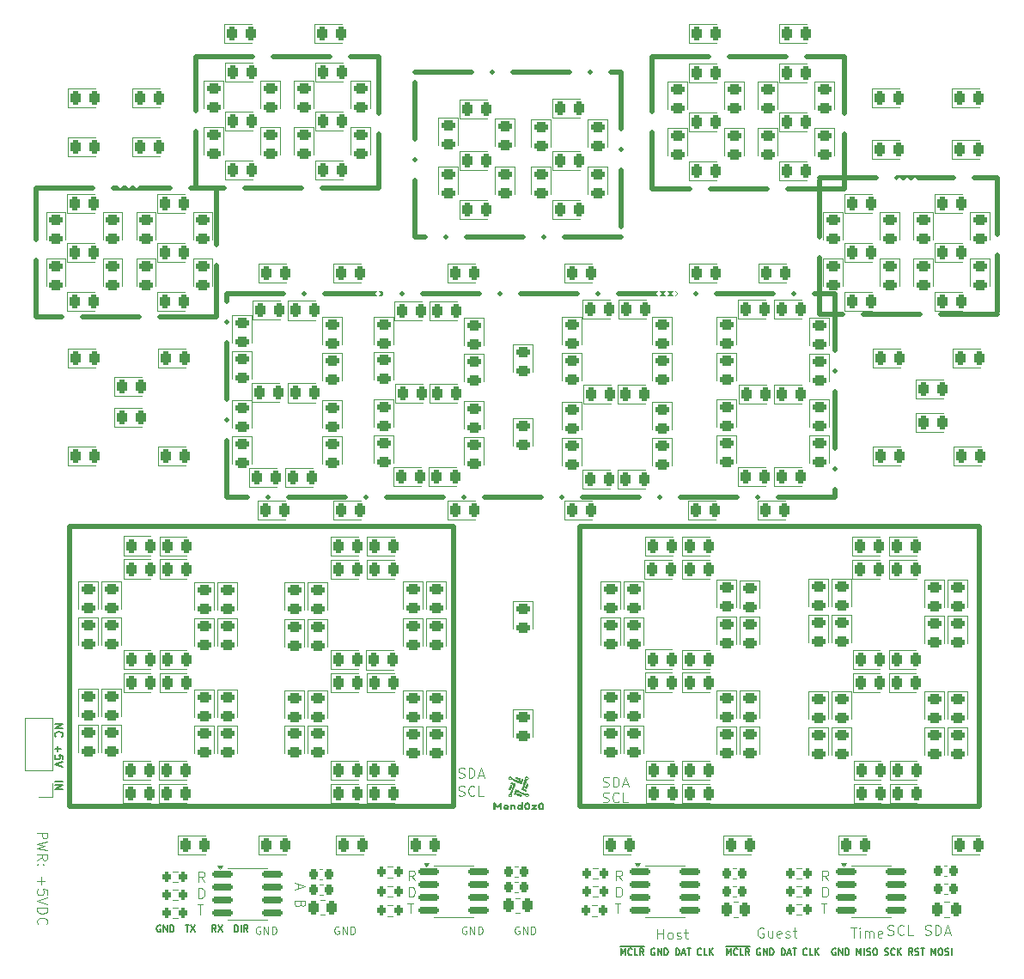
<source format=gto>
G04 #@! TF.GenerationSoftware,KiCad,Pcbnew,8.0.3*
G04 #@! TF.CreationDate,2024-07-11T15:41:43-04:00*
G04 #@! TF.ProjectId,_HW_Mini-Scoreboard,5f48575f-4d69-46e6-992d-53636f726562,v1.0*
G04 #@! TF.SameCoordinates,Original*
G04 #@! TF.FileFunction,Legend,Top*
G04 #@! TF.FilePolarity,Positive*
%FSLAX46Y46*%
G04 Gerber Fmt 4.6, Leading zero omitted, Abs format (unit mm)*
G04 Created by KiCad (PCBNEW 8.0.3) date 2024-07-11 15:41:43*
%MOMM*%
%LPD*%
G01*
G04 APERTURE LIST*
G04 Aperture macros list*
%AMRoundRect*
0 Rectangle with rounded corners*
0 $1 Rounding radius*
0 $2 $3 $4 $5 $6 $7 $8 $9 X,Y pos of 4 corners*
0 Add a 4 corners polygon primitive as box body*
4,1,4,$2,$3,$4,$5,$6,$7,$8,$9,$2,$3,0*
0 Add four circle primitives for the rounded corners*
1,1,$1+$1,$2,$3*
1,1,$1+$1,$4,$5*
1,1,$1+$1,$6,$7*
1,1,$1+$1,$8,$9*
0 Add four rect primitives between the rounded corners*
20,1,$1+$1,$2,$3,$4,$5,0*
20,1,$1+$1,$4,$5,$6,$7,0*
20,1,$1+$1,$6,$7,$8,$9,0*
20,1,$1+$1,$8,$9,$2,$3,0*%
G04 Aperture macros list end*
%ADD10C,0.508000*%
%ADD11C,0.152400*%
%ADD12C,0.100000*%
%ADD13C,0.120000*%
%ADD14C,0.000000*%
%ADD15RoundRect,0.243750X-0.243750X-0.456250X0.243750X-0.456250X0.243750X0.456250X-0.243750X0.456250X0*%
%ADD16RoundRect,0.243750X-0.456250X0.243750X-0.456250X-0.243750X0.456250X-0.243750X0.456250X0.243750X0*%
%ADD17RoundRect,0.200000X-0.200000X-0.275000X0.200000X-0.275000X0.200000X0.275000X-0.200000X0.275000X0*%
%ADD18RoundRect,0.150000X-0.825000X-0.150000X0.825000X-0.150000X0.825000X0.150000X-0.825000X0.150000X0*%
%ADD19RoundRect,0.250000X0.262500X0.450000X-0.262500X0.450000X-0.262500X-0.450000X0.262500X-0.450000X0*%
%ADD20R,1.700000X1.700000*%
%ADD21O,1.700000X1.700000*%
%ADD22RoundRect,0.225000X-0.225000X-0.250000X0.225000X-0.250000X0.225000X0.250000X-0.225000X0.250000X0*%
%ADD23C,3.600000*%
%ADD24C,5.600000*%
%ADD25C,0.508000*%
%ADD26O,2.704000X5.204000*%
%ADD27O,2.454000X4.704000*%
%ADD28O,4.704000X2.454000*%
G04 APERTURE END LIST*
D10*
X131826000Y-204851000D02*
X169672000Y-204851000D01*
X169672000Y-232410000D01*
X131826000Y-232410000D01*
X131826000Y-204851000D01*
X144272000Y-158496000D02*
X149860000Y-158496000D01*
X151892000Y-158496000D02*
X157480000Y-158496000D01*
X159512000Y-158496000D02*
X162306000Y-158496000D01*
X162306000Y-158496000D02*
X162306000Y-164084000D01*
X162306000Y-166116000D02*
X162306000Y-171450000D01*
X162306000Y-171450000D02*
X156718000Y-171450000D01*
X154686000Y-171450000D02*
X149098000Y-171450000D01*
X147066000Y-171450000D02*
X144272000Y-171450000D01*
X144272000Y-171450000D02*
X144272000Y-165862000D01*
X144272000Y-163830000D02*
X144272000Y-158496000D01*
X165862000Y-160020000D02*
X171450000Y-160020000D01*
X173482000Y-160020000D02*
X173482000Y-160020000D01*
X175514000Y-160020000D02*
X181102000Y-160020000D01*
X183134000Y-160020000D02*
X183134000Y-160020000D01*
X185166000Y-160020000D02*
X186182000Y-160020000D01*
X186182000Y-160020000D02*
X186182000Y-165608000D01*
X186182000Y-167640000D02*
X186182000Y-167640000D01*
X186182000Y-169672000D02*
X186182000Y-175260000D01*
X186182000Y-176276000D02*
X180594000Y-176276000D01*
X178562000Y-176276000D02*
X178562000Y-176276000D01*
X176530000Y-176276000D02*
X170942000Y-176276000D01*
X168910000Y-176276000D02*
X168910000Y-176276000D01*
X166878000Y-176276000D02*
X165862000Y-176276000D01*
X165862000Y-176276000D02*
X165862000Y-170688000D01*
X165862000Y-168656000D02*
X165862000Y-168656000D01*
X165862000Y-166624000D02*
X165862000Y-161036000D01*
X128524000Y-171450000D02*
X134112000Y-171450000D01*
X136144000Y-171450000D02*
X141732000Y-171450000D01*
X143764000Y-171450000D02*
X146304000Y-171450000D01*
X146304000Y-171450000D02*
X146304000Y-177038000D01*
X146304000Y-179070000D02*
X146304000Y-184150000D01*
X146304000Y-184150000D02*
X140716000Y-184150000D01*
X138684000Y-184150000D02*
X133096000Y-184150000D01*
X131064000Y-184150000D02*
X128524000Y-184150000D01*
X128524000Y-184150000D02*
X128524000Y-178562000D01*
X128524000Y-176530000D02*
X128524000Y-171450000D01*
X205740000Y-170434000D02*
X211328000Y-170434000D01*
X213360000Y-170434000D02*
X218948000Y-170434000D01*
X220980000Y-170434000D02*
X223266000Y-170434000D01*
X223266000Y-170434000D02*
X223266000Y-176022000D01*
X223266000Y-178054000D02*
X223266000Y-183642000D01*
X223266000Y-183896000D02*
X217678000Y-183896000D01*
X215646000Y-183896000D02*
X210058000Y-183896000D01*
X208026000Y-183896000D02*
X205740000Y-183896000D01*
X205740000Y-183896000D02*
X205740000Y-178308000D01*
X205740000Y-176276000D02*
X205740000Y-170688000D01*
X189230000Y-158496000D02*
X194818000Y-158496000D01*
X196850000Y-158496000D02*
X202438000Y-158496000D01*
X204470000Y-158496000D02*
X208197500Y-158496000D01*
X208197500Y-158496000D02*
X208197500Y-164084000D01*
X208197500Y-166116000D02*
X208197500Y-171506000D01*
X208197500Y-171506000D02*
X202609500Y-171506000D01*
X200577500Y-171506000D02*
X194989500Y-171506000D01*
X192957500Y-171506000D02*
X189230000Y-171506000D01*
X189230000Y-171506000D02*
X189230000Y-165918000D01*
X189230000Y-163886000D02*
X189230000Y-158496000D01*
X182118000Y-204851000D02*
X221488000Y-204851000D01*
X221488000Y-232410000D01*
X182118000Y-232410000D01*
X182118000Y-204851000D01*
X147320000Y-181864000D02*
X152908000Y-181864000D01*
X154940000Y-181864000D02*
X154940000Y-181864000D01*
X156972000Y-181864000D02*
X162560000Y-181864000D01*
X164592000Y-181864000D02*
X164592000Y-181864000D01*
X166624000Y-181864000D02*
X172212000Y-181864000D01*
X174244000Y-181864000D02*
X174244000Y-181864000D01*
X176276000Y-181864000D02*
X181864000Y-181864000D01*
X183896000Y-181864000D02*
X183896000Y-181864000D01*
X185928000Y-181864000D02*
X191516000Y-181864000D01*
X193548000Y-181864000D02*
X193548000Y-181864000D01*
X195580000Y-181864000D02*
X201168000Y-181864000D01*
X203200000Y-181864000D02*
X203200000Y-181864000D01*
X205232000Y-181864000D02*
X207264000Y-181864000D01*
X207264000Y-181864000D02*
X207264000Y-187452000D01*
X207264000Y-189484000D02*
X207264000Y-189484000D01*
X207264000Y-191516000D02*
X207264000Y-197104000D01*
X207264000Y-199136000D02*
X207264000Y-199136000D01*
X207264000Y-201168000D02*
X207264000Y-201930000D01*
X207264000Y-201930000D02*
X201676000Y-201930000D01*
X199644000Y-201930000D02*
X199644000Y-201930000D01*
X197612000Y-201930000D02*
X192024000Y-201930000D01*
X189992000Y-201930000D02*
X189992000Y-201930000D01*
X187960000Y-201930000D02*
X182372000Y-201930000D01*
X180340000Y-201930000D02*
X180340000Y-201930000D01*
X178308000Y-201930000D02*
X172720000Y-201930000D01*
X170688000Y-201930000D02*
X170688000Y-201930000D01*
X168656000Y-201930000D02*
X163068000Y-201930000D01*
X161036000Y-201930000D02*
X161036000Y-201930000D01*
X159004000Y-201930000D02*
X153416000Y-201930000D01*
X151384000Y-201930000D02*
X151384000Y-201930000D01*
X149352000Y-201930000D02*
X147320000Y-201930000D01*
X147320000Y-201930000D02*
X147320000Y-196342000D01*
X147320000Y-194310000D02*
X147320000Y-194310000D01*
X147320000Y-192278000D02*
X147320000Y-186690000D01*
X147320000Y-184658000D02*
X147320000Y-184658000D01*
X147320000Y-182626000D02*
X147320000Y-181864000D01*
D11*
X140792072Y-244165601D02*
X140731596Y-244135363D01*
X140731596Y-244135363D02*
X140640882Y-244135363D01*
X140640882Y-244135363D02*
X140550167Y-244165601D01*
X140550167Y-244165601D02*
X140489691Y-244226077D01*
X140489691Y-244226077D02*
X140459453Y-244286553D01*
X140459453Y-244286553D02*
X140429215Y-244407505D01*
X140429215Y-244407505D02*
X140429215Y-244498220D01*
X140429215Y-244498220D02*
X140459453Y-244619172D01*
X140459453Y-244619172D02*
X140489691Y-244679648D01*
X140489691Y-244679648D02*
X140550167Y-244740125D01*
X140550167Y-244740125D02*
X140640882Y-244770363D01*
X140640882Y-244770363D02*
X140701358Y-244770363D01*
X140701358Y-244770363D02*
X140792072Y-244740125D01*
X140792072Y-244740125D02*
X140822310Y-244709886D01*
X140822310Y-244709886D02*
X140822310Y-244498220D01*
X140822310Y-244498220D02*
X140701358Y-244498220D01*
X141094453Y-244770363D02*
X141094453Y-244135363D01*
X141094453Y-244135363D02*
X141457310Y-244770363D01*
X141457310Y-244770363D02*
X141457310Y-244135363D01*
X141759691Y-244770363D02*
X141759691Y-244135363D01*
X141759691Y-244135363D02*
X141910881Y-244135363D01*
X141910881Y-244135363D02*
X142001596Y-244165601D01*
X142001596Y-244165601D02*
X142062072Y-244226077D01*
X142062072Y-244226077D02*
X142092310Y-244286553D01*
X142092310Y-244286553D02*
X142122548Y-244407505D01*
X142122548Y-244407505D02*
X142122548Y-244498220D01*
X142122548Y-244498220D02*
X142092310Y-244619172D01*
X142092310Y-244619172D02*
X142062072Y-244679648D01*
X142062072Y-244679648D02*
X142001596Y-244740125D01*
X142001596Y-244740125D02*
X141910881Y-244770363D01*
X141910881Y-244770363D02*
X141759691Y-244770363D01*
X143271597Y-244135363D02*
X143634454Y-244135363D01*
X143453025Y-244770363D02*
X143453025Y-244135363D01*
X143785645Y-244135363D02*
X144208978Y-244770363D01*
X144208978Y-244135363D02*
X143785645Y-244770363D01*
X146265170Y-244770363D02*
X146053503Y-244467982D01*
X145902313Y-244770363D02*
X145902313Y-244135363D01*
X145902313Y-244135363D02*
X146144218Y-244135363D01*
X146144218Y-244135363D02*
X146204694Y-244165601D01*
X146204694Y-244165601D02*
X146234932Y-244195839D01*
X146234932Y-244195839D02*
X146265170Y-244256315D01*
X146265170Y-244256315D02*
X146265170Y-244347029D01*
X146265170Y-244347029D02*
X146234932Y-244407505D01*
X146234932Y-244407505D02*
X146204694Y-244437744D01*
X146204694Y-244437744D02*
X146144218Y-244467982D01*
X146144218Y-244467982D02*
X145902313Y-244467982D01*
X146476837Y-244135363D02*
X146900170Y-244770363D01*
X146900170Y-244135363D02*
X146476837Y-244770363D01*
X148109695Y-244770363D02*
X148109695Y-244135363D01*
X148109695Y-244135363D02*
X148260885Y-244135363D01*
X148260885Y-244135363D02*
X148351600Y-244165601D01*
X148351600Y-244165601D02*
X148412076Y-244226077D01*
X148412076Y-244226077D02*
X148442314Y-244286553D01*
X148442314Y-244286553D02*
X148472552Y-244407505D01*
X148472552Y-244407505D02*
X148472552Y-244498220D01*
X148472552Y-244498220D02*
X148442314Y-244619172D01*
X148442314Y-244619172D02*
X148412076Y-244679648D01*
X148412076Y-244679648D02*
X148351600Y-244740125D01*
X148351600Y-244740125D02*
X148260885Y-244770363D01*
X148260885Y-244770363D02*
X148109695Y-244770363D01*
X148744695Y-244770363D02*
X148744695Y-244135363D01*
X149409933Y-244770363D02*
X149198266Y-244467982D01*
X149047076Y-244770363D02*
X149047076Y-244135363D01*
X149047076Y-244135363D02*
X149288981Y-244135363D01*
X149288981Y-244135363D02*
X149349457Y-244165601D01*
X149349457Y-244165601D02*
X149379695Y-244195839D01*
X149379695Y-244195839D02*
X149409933Y-244256315D01*
X149409933Y-244256315D02*
X149409933Y-244347029D01*
X149409933Y-244347029D02*
X149379695Y-244407505D01*
X149379695Y-244407505D02*
X149349457Y-244437744D01*
X149349457Y-244437744D02*
X149288981Y-244467982D01*
X149288981Y-244467982D02*
X149047076Y-244467982D01*
D12*
X184406265Y-230456800D02*
X184549122Y-230504419D01*
X184549122Y-230504419D02*
X184787217Y-230504419D01*
X184787217Y-230504419D02*
X184882455Y-230456800D01*
X184882455Y-230456800D02*
X184930074Y-230409180D01*
X184930074Y-230409180D02*
X184977693Y-230313942D01*
X184977693Y-230313942D02*
X184977693Y-230218704D01*
X184977693Y-230218704D02*
X184930074Y-230123466D01*
X184930074Y-230123466D02*
X184882455Y-230075847D01*
X184882455Y-230075847D02*
X184787217Y-230028228D01*
X184787217Y-230028228D02*
X184596741Y-229980609D01*
X184596741Y-229980609D02*
X184501503Y-229932990D01*
X184501503Y-229932990D02*
X184453884Y-229885371D01*
X184453884Y-229885371D02*
X184406265Y-229790133D01*
X184406265Y-229790133D02*
X184406265Y-229694895D01*
X184406265Y-229694895D02*
X184453884Y-229599657D01*
X184453884Y-229599657D02*
X184501503Y-229552038D01*
X184501503Y-229552038D02*
X184596741Y-229504419D01*
X184596741Y-229504419D02*
X184834836Y-229504419D01*
X184834836Y-229504419D02*
X184977693Y-229552038D01*
X185406265Y-230504419D02*
X185406265Y-229504419D01*
X185406265Y-229504419D02*
X185644360Y-229504419D01*
X185644360Y-229504419D02*
X185787217Y-229552038D01*
X185787217Y-229552038D02*
X185882455Y-229647276D01*
X185882455Y-229647276D02*
X185930074Y-229742514D01*
X185930074Y-229742514D02*
X185977693Y-229932990D01*
X185977693Y-229932990D02*
X185977693Y-230075847D01*
X185977693Y-230075847D02*
X185930074Y-230266323D01*
X185930074Y-230266323D02*
X185882455Y-230361561D01*
X185882455Y-230361561D02*
X185787217Y-230456800D01*
X185787217Y-230456800D02*
X185644360Y-230504419D01*
X185644360Y-230504419D02*
X185406265Y-230504419D01*
X186358646Y-230218704D02*
X186834836Y-230218704D01*
X186263408Y-230504419D02*
X186596741Y-229504419D01*
X186596741Y-229504419D02*
X186930074Y-230504419D01*
X170182265Y-231345800D02*
X170325122Y-231393419D01*
X170325122Y-231393419D02*
X170563217Y-231393419D01*
X170563217Y-231393419D02*
X170658455Y-231345800D01*
X170658455Y-231345800D02*
X170706074Y-231298180D01*
X170706074Y-231298180D02*
X170753693Y-231202942D01*
X170753693Y-231202942D02*
X170753693Y-231107704D01*
X170753693Y-231107704D02*
X170706074Y-231012466D01*
X170706074Y-231012466D02*
X170658455Y-230964847D01*
X170658455Y-230964847D02*
X170563217Y-230917228D01*
X170563217Y-230917228D02*
X170372741Y-230869609D01*
X170372741Y-230869609D02*
X170277503Y-230821990D01*
X170277503Y-230821990D02*
X170229884Y-230774371D01*
X170229884Y-230774371D02*
X170182265Y-230679133D01*
X170182265Y-230679133D02*
X170182265Y-230583895D01*
X170182265Y-230583895D02*
X170229884Y-230488657D01*
X170229884Y-230488657D02*
X170277503Y-230441038D01*
X170277503Y-230441038D02*
X170372741Y-230393419D01*
X170372741Y-230393419D02*
X170610836Y-230393419D01*
X170610836Y-230393419D02*
X170753693Y-230441038D01*
X171753693Y-231298180D02*
X171706074Y-231345800D01*
X171706074Y-231345800D02*
X171563217Y-231393419D01*
X171563217Y-231393419D02*
X171467979Y-231393419D01*
X171467979Y-231393419D02*
X171325122Y-231345800D01*
X171325122Y-231345800D02*
X171229884Y-231250561D01*
X171229884Y-231250561D02*
X171182265Y-231155323D01*
X171182265Y-231155323D02*
X171134646Y-230964847D01*
X171134646Y-230964847D02*
X171134646Y-230821990D01*
X171134646Y-230821990D02*
X171182265Y-230631514D01*
X171182265Y-230631514D02*
X171229884Y-230536276D01*
X171229884Y-230536276D02*
X171325122Y-230441038D01*
X171325122Y-230441038D02*
X171467979Y-230393419D01*
X171467979Y-230393419D02*
X171563217Y-230393419D01*
X171563217Y-230393419D02*
X171706074Y-230441038D01*
X171706074Y-230441038D02*
X171753693Y-230488657D01*
X172658455Y-231393419D02*
X172182265Y-231393419D01*
X172182265Y-231393419D02*
X172182265Y-230393419D01*
D11*
X196593453Y-247056363D02*
X196593453Y-246421363D01*
X196593453Y-246421363D02*
X196805120Y-246874934D01*
X196805120Y-246874934D02*
X197016786Y-246421363D01*
X197016786Y-246421363D02*
X197016786Y-247056363D01*
X197682024Y-246995886D02*
X197651786Y-247026125D01*
X197651786Y-247026125D02*
X197561072Y-247056363D01*
X197561072Y-247056363D02*
X197500596Y-247056363D01*
X197500596Y-247056363D02*
X197409881Y-247026125D01*
X197409881Y-247026125D02*
X197349405Y-246965648D01*
X197349405Y-246965648D02*
X197319167Y-246905172D01*
X197319167Y-246905172D02*
X197288929Y-246784220D01*
X197288929Y-246784220D02*
X197288929Y-246693505D01*
X197288929Y-246693505D02*
X197319167Y-246572553D01*
X197319167Y-246572553D02*
X197349405Y-246512077D01*
X197349405Y-246512077D02*
X197409881Y-246451601D01*
X197409881Y-246451601D02*
X197500596Y-246421363D01*
X197500596Y-246421363D02*
X197561072Y-246421363D01*
X197561072Y-246421363D02*
X197651786Y-246451601D01*
X197651786Y-246451601D02*
X197682024Y-246481839D01*
X198256548Y-247056363D02*
X197954167Y-247056363D01*
X197954167Y-247056363D02*
X197954167Y-246421363D01*
X198831072Y-247056363D02*
X198619405Y-246753982D01*
X198468215Y-247056363D02*
X198468215Y-246421363D01*
X198468215Y-246421363D02*
X198710120Y-246421363D01*
X198710120Y-246421363D02*
X198770596Y-246451601D01*
X198770596Y-246451601D02*
X198800834Y-246481839D01*
X198800834Y-246481839D02*
X198831072Y-246542315D01*
X198831072Y-246542315D02*
X198831072Y-246633029D01*
X198831072Y-246633029D02*
X198800834Y-246693505D01*
X198800834Y-246693505D02*
X198770596Y-246723744D01*
X198770596Y-246723744D02*
X198710120Y-246753982D01*
X198710120Y-246753982D02*
X198468215Y-246753982D01*
X196505763Y-246245075D02*
X198888525Y-246245075D01*
X199919644Y-246451601D02*
X199859168Y-246421363D01*
X199859168Y-246421363D02*
X199768454Y-246421363D01*
X199768454Y-246421363D02*
X199677739Y-246451601D01*
X199677739Y-246451601D02*
X199617263Y-246512077D01*
X199617263Y-246512077D02*
X199587025Y-246572553D01*
X199587025Y-246572553D02*
X199556787Y-246693505D01*
X199556787Y-246693505D02*
X199556787Y-246784220D01*
X199556787Y-246784220D02*
X199587025Y-246905172D01*
X199587025Y-246905172D02*
X199617263Y-246965648D01*
X199617263Y-246965648D02*
X199677739Y-247026125D01*
X199677739Y-247026125D02*
X199768454Y-247056363D01*
X199768454Y-247056363D02*
X199828930Y-247056363D01*
X199828930Y-247056363D02*
X199919644Y-247026125D01*
X199919644Y-247026125D02*
X199949882Y-246995886D01*
X199949882Y-246995886D02*
X199949882Y-246784220D01*
X199949882Y-246784220D02*
X199828930Y-246784220D01*
X200222025Y-247056363D02*
X200222025Y-246421363D01*
X200222025Y-246421363D02*
X200584882Y-247056363D01*
X200584882Y-247056363D02*
X200584882Y-246421363D01*
X200887263Y-247056363D02*
X200887263Y-246421363D01*
X200887263Y-246421363D02*
X201038453Y-246421363D01*
X201038453Y-246421363D02*
X201129168Y-246451601D01*
X201129168Y-246451601D02*
X201189644Y-246512077D01*
X201189644Y-246512077D02*
X201219882Y-246572553D01*
X201219882Y-246572553D02*
X201250120Y-246693505D01*
X201250120Y-246693505D02*
X201250120Y-246784220D01*
X201250120Y-246784220D02*
X201219882Y-246905172D01*
X201219882Y-246905172D02*
X201189644Y-246965648D01*
X201189644Y-246965648D02*
X201129168Y-247026125D01*
X201129168Y-247026125D02*
X201038453Y-247056363D01*
X201038453Y-247056363D02*
X200887263Y-247056363D01*
X202006073Y-247056363D02*
X202006073Y-246421363D01*
X202006073Y-246421363D02*
X202157263Y-246421363D01*
X202157263Y-246421363D02*
X202247978Y-246451601D01*
X202247978Y-246451601D02*
X202308454Y-246512077D01*
X202308454Y-246512077D02*
X202338692Y-246572553D01*
X202338692Y-246572553D02*
X202368930Y-246693505D01*
X202368930Y-246693505D02*
X202368930Y-246784220D01*
X202368930Y-246784220D02*
X202338692Y-246905172D01*
X202338692Y-246905172D02*
X202308454Y-246965648D01*
X202308454Y-246965648D02*
X202247978Y-247026125D01*
X202247978Y-247026125D02*
X202157263Y-247056363D01*
X202157263Y-247056363D02*
X202006073Y-247056363D01*
X202610835Y-246874934D02*
X202913216Y-246874934D01*
X202550359Y-247056363D02*
X202762025Y-246421363D01*
X202762025Y-246421363D02*
X202973692Y-247056363D01*
X203094645Y-246421363D02*
X203457502Y-246421363D01*
X203276073Y-247056363D02*
X203276073Y-246421363D01*
X204515836Y-246995886D02*
X204485598Y-247026125D01*
X204485598Y-247026125D02*
X204394884Y-247056363D01*
X204394884Y-247056363D02*
X204334408Y-247056363D01*
X204334408Y-247056363D02*
X204243693Y-247026125D01*
X204243693Y-247026125D02*
X204183217Y-246965648D01*
X204183217Y-246965648D02*
X204152979Y-246905172D01*
X204152979Y-246905172D02*
X204122741Y-246784220D01*
X204122741Y-246784220D02*
X204122741Y-246693505D01*
X204122741Y-246693505D02*
X204152979Y-246572553D01*
X204152979Y-246572553D02*
X204183217Y-246512077D01*
X204183217Y-246512077D02*
X204243693Y-246451601D01*
X204243693Y-246451601D02*
X204334408Y-246421363D01*
X204334408Y-246421363D02*
X204394884Y-246421363D01*
X204394884Y-246421363D02*
X204485598Y-246451601D01*
X204485598Y-246451601D02*
X204515836Y-246481839D01*
X205090360Y-247056363D02*
X204787979Y-247056363D01*
X204787979Y-247056363D02*
X204787979Y-246421363D01*
X205302027Y-247056363D02*
X205302027Y-246421363D01*
X205664884Y-247056363D02*
X205392741Y-246693505D01*
X205664884Y-246421363D02*
X205302027Y-246784220D01*
D12*
X128651580Y-234999884D02*
X129651580Y-234999884D01*
X129651580Y-234999884D02*
X129651580Y-235380836D01*
X129651580Y-235380836D02*
X129603961Y-235476074D01*
X129603961Y-235476074D02*
X129556342Y-235523693D01*
X129556342Y-235523693D02*
X129461104Y-235571312D01*
X129461104Y-235571312D02*
X129318247Y-235571312D01*
X129318247Y-235571312D02*
X129223009Y-235523693D01*
X129223009Y-235523693D02*
X129175390Y-235476074D01*
X129175390Y-235476074D02*
X129127771Y-235380836D01*
X129127771Y-235380836D02*
X129127771Y-234999884D01*
X129651580Y-235904646D02*
X128651580Y-236142741D01*
X128651580Y-236142741D02*
X129365866Y-236333217D01*
X129365866Y-236333217D02*
X128651580Y-236523693D01*
X128651580Y-236523693D02*
X129651580Y-236761789D01*
X128651580Y-237714169D02*
X129127771Y-237380836D01*
X128651580Y-237142741D02*
X129651580Y-237142741D01*
X129651580Y-237142741D02*
X129651580Y-237523693D01*
X129651580Y-237523693D02*
X129603961Y-237618931D01*
X129603961Y-237618931D02*
X129556342Y-237666550D01*
X129556342Y-237666550D02*
X129461104Y-237714169D01*
X129461104Y-237714169D02*
X129318247Y-237714169D01*
X129318247Y-237714169D02*
X129223009Y-237666550D01*
X129223009Y-237666550D02*
X129175390Y-237618931D01*
X129175390Y-237618931D02*
X129127771Y-237523693D01*
X129127771Y-237523693D02*
X129127771Y-237142741D01*
X128746819Y-238142741D02*
X128699200Y-238190360D01*
X128699200Y-238190360D02*
X128651580Y-238142741D01*
X128651580Y-238142741D02*
X128699200Y-238095122D01*
X128699200Y-238095122D02*
X128746819Y-238142741D01*
X128746819Y-238142741D02*
X128651580Y-238142741D01*
X129270628Y-238142741D02*
X129223009Y-238190360D01*
X129223009Y-238190360D02*
X129175390Y-238142741D01*
X129175390Y-238142741D02*
X129223009Y-238095122D01*
X129223009Y-238095122D02*
X129270628Y-238142741D01*
X129270628Y-238142741D02*
X129175390Y-238142741D01*
X129032533Y-239380836D02*
X129032533Y-240142741D01*
X128651580Y-239761788D02*
X129413485Y-239761788D01*
X129651580Y-241095121D02*
X129651580Y-240618931D01*
X129651580Y-240618931D02*
X129175390Y-240571312D01*
X129175390Y-240571312D02*
X129223009Y-240618931D01*
X129223009Y-240618931D02*
X129270628Y-240714169D01*
X129270628Y-240714169D02*
X129270628Y-240952264D01*
X129270628Y-240952264D02*
X129223009Y-241047502D01*
X129223009Y-241047502D02*
X129175390Y-241095121D01*
X129175390Y-241095121D02*
X129080152Y-241142740D01*
X129080152Y-241142740D02*
X128842057Y-241142740D01*
X128842057Y-241142740D02*
X128746819Y-241095121D01*
X128746819Y-241095121D02*
X128699200Y-241047502D01*
X128699200Y-241047502D02*
X128651580Y-240952264D01*
X128651580Y-240952264D02*
X128651580Y-240714169D01*
X128651580Y-240714169D02*
X128699200Y-240618931D01*
X128699200Y-240618931D02*
X128746819Y-240571312D01*
X129651580Y-241428455D02*
X128651580Y-241761788D01*
X128651580Y-241761788D02*
X129651580Y-242095121D01*
X128651580Y-242428455D02*
X129651580Y-242428455D01*
X129651580Y-242428455D02*
X129651580Y-242666550D01*
X129651580Y-242666550D02*
X129603961Y-242809407D01*
X129603961Y-242809407D02*
X129508723Y-242904645D01*
X129508723Y-242904645D02*
X129413485Y-242952264D01*
X129413485Y-242952264D02*
X129223009Y-242999883D01*
X129223009Y-242999883D02*
X129080152Y-242999883D01*
X129080152Y-242999883D02*
X128889676Y-242952264D01*
X128889676Y-242952264D02*
X128794438Y-242904645D01*
X128794438Y-242904645D02*
X128699200Y-242809407D01*
X128699200Y-242809407D02*
X128651580Y-242666550D01*
X128651580Y-242666550D02*
X128651580Y-242428455D01*
X128746819Y-243999883D02*
X128699200Y-243952264D01*
X128699200Y-243952264D02*
X128651580Y-243809407D01*
X128651580Y-243809407D02*
X128651580Y-243714169D01*
X128651580Y-243714169D02*
X128699200Y-243571312D01*
X128699200Y-243571312D02*
X128794438Y-243476074D01*
X128794438Y-243476074D02*
X128889676Y-243428455D01*
X128889676Y-243428455D02*
X129080152Y-243380836D01*
X129080152Y-243380836D02*
X129223009Y-243380836D01*
X129223009Y-243380836D02*
X129413485Y-243428455D01*
X129413485Y-243428455D02*
X129508723Y-243476074D01*
X129508723Y-243476074D02*
X129603961Y-243571312D01*
X129603961Y-243571312D02*
X129651580Y-243714169D01*
X129651580Y-243714169D02*
X129651580Y-243809407D01*
X129651580Y-243809407D02*
X129603961Y-243952264D01*
X129603961Y-243952264D02*
X129556342Y-243999883D01*
X170182265Y-229567800D02*
X170325122Y-229615419D01*
X170325122Y-229615419D02*
X170563217Y-229615419D01*
X170563217Y-229615419D02*
X170658455Y-229567800D01*
X170658455Y-229567800D02*
X170706074Y-229520180D01*
X170706074Y-229520180D02*
X170753693Y-229424942D01*
X170753693Y-229424942D02*
X170753693Y-229329704D01*
X170753693Y-229329704D02*
X170706074Y-229234466D01*
X170706074Y-229234466D02*
X170658455Y-229186847D01*
X170658455Y-229186847D02*
X170563217Y-229139228D01*
X170563217Y-229139228D02*
X170372741Y-229091609D01*
X170372741Y-229091609D02*
X170277503Y-229043990D01*
X170277503Y-229043990D02*
X170229884Y-228996371D01*
X170229884Y-228996371D02*
X170182265Y-228901133D01*
X170182265Y-228901133D02*
X170182265Y-228805895D01*
X170182265Y-228805895D02*
X170229884Y-228710657D01*
X170229884Y-228710657D02*
X170277503Y-228663038D01*
X170277503Y-228663038D02*
X170372741Y-228615419D01*
X170372741Y-228615419D02*
X170610836Y-228615419D01*
X170610836Y-228615419D02*
X170753693Y-228663038D01*
X171182265Y-229615419D02*
X171182265Y-228615419D01*
X171182265Y-228615419D02*
X171420360Y-228615419D01*
X171420360Y-228615419D02*
X171563217Y-228663038D01*
X171563217Y-228663038D02*
X171658455Y-228758276D01*
X171658455Y-228758276D02*
X171706074Y-228853514D01*
X171706074Y-228853514D02*
X171753693Y-229043990D01*
X171753693Y-229043990D02*
X171753693Y-229186847D01*
X171753693Y-229186847D02*
X171706074Y-229377323D01*
X171706074Y-229377323D02*
X171658455Y-229472561D01*
X171658455Y-229472561D02*
X171563217Y-229567800D01*
X171563217Y-229567800D02*
X171420360Y-229615419D01*
X171420360Y-229615419D02*
X171182265Y-229615419D01*
X172134646Y-229329704D02*
X172610836Y-229329704D01*
X172039408Y-229615419D02*
X172372741Y-228615419D01*
X172372741Y-228615419D02*
X172706074Y-229615419D01*
X150633360Y-244285831D02*
X150560789Y-244249545D01*
X150560789Y-244249545D02*
X150451931Y-244249545D01*
X150451931Y-244249545D02*
X150343074Y-244285831D01*
X150343074Y-244285831D02*
X150270503Y-244358402D01*
X150270503Y-244358402D02*
X150234217Y-244430974D01*
X150234217Y-244430974D02*
X150197931Y-244576117D01*
X150197931Y-244576117D02*
X150197931Y-244684974D01*
X150197931Y-244684974D02*
X150234217Y-244830117D01*
X150234217Y-244830117D02*
X150270503Y-244902688D01*
X150270503Y-244902688D02*
X150343074Y-244975260D01*
X150343074Y-244975260D02*
X150451931Y-245011545D01*
X150451931Y-245011545D02*
X150524503Y-245011545D01*
X150524503Y-245011545D02*
X150633360Y-244975260D01*
X150633360Y-244975260D02*
X150669646Y-244938974D01*
X150669646Y-244938974D02*
X150669646Y-244684974D01*
X150669646Y-244684974D02*
X150524503Y-244684974D01*
X150996217Y-245011545D02*
X150996217Y-244249545D01*
X150996217Y-244249545D02*
X151431646Y-245011545D01*
X151431646Y-245011545D02*
X151431646Y-244249545D01*
X151794503Y-245011545D02*
X151794503Y-244249545D01*
X151794503Y-244249545D02*
X151975932Y-244249545D01*
X151975932Y-244249545D02*
X152084789Y-244285831D01*
X152084789Y-244285831D02*
X152157360Y-244358402D01*
X152157360Y-244358402D02*
X152193646Y-244430974D01*
X152193646Y-244430974D02*
X152229932Y-244576117D01*
X152229932Y-244576117D02*
X152229932Y-244684974D01*
X152229932Y-244684974D02*
X152193646Y-244830117D01*
X152193646Y-244830117D02*
X152157360Y-244902688D01*
X152157360Y-244902688D02*
X152084789Y-244975260D01*
X152084789Y-244975260D02*
X151975932Y-245011545D01*
X151975932Y-245011545D02*
X151794503Y-245011545D01*
X158380360Y-244285831D02*
X158307789Y-244249545D01*
X158307789Y-244249545D02*
X158198931Y-244249545D01*
X158198931Y-244249545D02*
X158090074Y-244285831D01*
X158090074Y-244285831D02*
X158017503Y-244358402D01*
X158017503Y-244358402D02*
X157981217Y-244430974D01*
X157981217Y-244430974D02*
X157944931Y-244576117D01*
X157944931Y-244576117D02*
X157944931Y-244684974D01*
X157944931Y-244684974D02*
X157981217Y-244830117D01*
X157981217Y-244830117D02*
X158017503Y-244902688D01*
X158017503Y-244902688D02*
X158090074Y-244975260D01*
X158090074Y-244975260D02*
X158198931Y-245011545D01*
X158198931Y-245011545D02*
X158271503Y-245011545D01*
X158271503Y-245011545D02*
X158380360Y-244975260D01*
X158380360Y-244975260D02*
X158416646Y-244938974D01*
X158416646Y-244938974D02*
X158416646Y-244684974D01*
X158416646Y-244684974D02*
X158271503Y-244684974D01*
X158743217Y-245011545D02*
X158743217Y-244249545D01*
X158743217Y-244249545D02*
X159178646Y-245011545D01*
X159178646Y-245011545D02*
X159178646Y-244249545D01*
X159541503Y-245011545D02*
X159541503Y-244249545D01*
X159541503Y-244249545D02*
X159722932Y-244249545D01*
X159722932Y-244249545D02*
X159831789Y-244285831D01*
X159831789Y-244285831D02*
X159904360Y-244358402D01*
X159904360Y-244358402D02*
X159940646Y-244430974D01*
X159940646Y-244430974D02*
X159976932Y-244576117D01*
X159976932Y-244576117D02*
X159976932Y-244684974D01*
X159976932Y-244684974D02*
X159940646Y-244830117D01*
X159940646Y-244830117D02*
X159904360Y-244902688D01*
X159904360Y-244902688D02*
X159831789Y-244975260D01*
X159831789Y-244975260D02*
X159722932Y-245011545D01*
X159722932Y-245011545D02*
X159541503Y-245011545D01*
X145147312Y-239857531D02*
X144813979Y-239381340D01*
X144575884Y-239857531D02*
X144575884Y-238857531D01*
X144575884Y-238857531D02*
X144956836Y-238857531D01*
X144956836Y-238857531D02*
X145052074Y-238905150D01*
X145052074Y-238905150D02*
X145099693Y-238952769D01*
X145099693Y-238952769D02*
X145147312Y-239048007D01*
X145147312Y-239048007D02*
X145147312Y-239190864D01*
X145147312Y-239190864D02*
X145099693Y-239286102D01*
X145099693Y-239286102D02*
X145052074Y-239333721D01*
X145052074Y-239333721D02*
X144956836Y-239381340D01*
X144956836Y-239381340D02*
X144575884Y-239381340D01*
X144575884Y-241467475D02*
X144575884Y-240467475D01*
X144575884Y-240467475D02*
X144813979Y-240467475D01*
X144813979Y-240467475D02*
X144956836Y-240515094D01*
X144956836Y-240515094D02*
X145052074Y-240610332D01*
X145052074Y-240610332D02*
X145099693Y-240705570D01*
X145099693Y-240705570D02*
X145147312Y-240896046D01*
X145147312Y-240896046D02*
X145147312Y-241038903D01*
X145147312Y-241038903D02*
X145099693Y-241229379D01*
X145099693Y-241229379D02*
X145052074Y-241324617D01*
X145052074Y-241324617D02*
X144956836Y-241419856D01*
X144956836Y-241419856D02*
X144813979Y-241467475D01*
X144813979Y-241467475D02*
X144575884Y-241467475D01*
X144433027Y-242077419D02*
X145004455Y-242077419D01*
X144718741Y-243077419D02*
X144718741Y-242077419D01*
D11*
X130403179Y-224309691D02*
X131165179Y-224309691D01*
X131165179Y-224309691D02*
X130403179Y-224745120D01*
X130403179Y-224745120D02*
X131165179Y-224745120D01*
X130475750Y-225543406D02*
X130439465Y-225507120D01*
X130439465Y-225507120D02*
X130403179Y-225398263D01*
X130403179Y-225398263D02*
X130403179Y-225325691D01*
X130403179Y-225325691D02*
X130439465Y-225216834D01*
X130439465Y-225216834D02*
X130512036Y-225144263D01*
X130512036Y-225144263D02*
X130584607Y-225107977D01*
X130584607Y-225107977D02*
X130729750Y-225071691D01*
X130729750Y-225071691D02*
X130838607Y-225071691D01*
X130838607Y-225071691D02*
X130983750Y-225107977D01*
X130983750Y-225107977D02*
X131056322Y-225144263D01*
X131056322Y-225144263D02*
X131128893Y-225216834D01*
X131128893Y-225216834D02*
X131165179Y-225325691D01*
X131165179Y-225325691D02*
X131165179Y-225398263D01*
X131165179Y-225398263D02*
X131128893Y-225507120D01*
X131128893Y-225507120D02*
X131092607Y-225543406D01*
X130693465Y-226450548D02*
X130693465Y-227031120D01*
X130403179Y-226740834D02*
X130983750Y-226740834D01*
X131165179Y-227756834D02*
X131165179Y-227393977D01*
X131165179Y-227393977D02*
X130802322Y-227357691D01*
X130802322Y-227357691D02*
X130838607Y-227393977D01*
X130838607Y-227393977D02*
X130874893Y-227466549D01*
X130874893Y-227466549D02*
X130874893Y-227647977D01*
X130874893Y-227647977D02*
X130838607Y-227720549D01*
X130838607Y-227720549D02*
X130802322Y-227756834D01*
X130802322Y-227756834D02*
X130729750Y-227793120D01*
X130729750Y-227793120D02*
X130548322Y-227793120D01*
X130548322Y-227793120D02*
X130475750Y-227756834D01*
X130475750Y-227756834D02*
X130439465Y-227720549D01*
X130439465Y-227720549D02*
X130403179Y-227647977D01*
X130403179Y-227647977D02*
X130403179Y-227466549D01*
X130403179Y-227466549D02*
X130439465Y-227393977D01*
X130439465Y-227393977D02*
X130475750Y-227357691D01*
X131165179Y-228010834D02*
X130403179Y-228264834D01*
X130403179Y-228264834D02*
X131165179Y-228518834D01*
X130403179Y-229933976D02*
X131165179Y-229933976D01*
X130403179Y-230296833D02*
X131165179Y-230296833D01*
X131165179Y-230296833D02*
X130403179Y-230732262D01*
X130403179Y-230732262D02*
X131165179Y-230732262D01*
D12*
X170953360Y-244285831D02*
X170880789Y-244249545D01*
X170880789Y-244249545D02*
X170771931Y-244249545D01*
X170771931Y-244249545D02*
X170663074Y-244285831D01*
X170663074Y-244285831D02*
X170590503Y-244358402D01*
X170590503Y-244358402D02*
X170554217Y-244430974D01*
X170554217Y-244430974D02*
X170517931Y-244576117D01*
X170517931Y-244576117D02*
X170517931Y-244684974D01*
X170517931Y-244684974D02*
X170554217Y-244830117D01*
X170554217Y-244830117D02*
X170590503Y-244902688D01*
X170590503Y-244902688D02*
X170663074Y-244975260D01*
X170663074Y-244975260D02*
X170771931Y-245011545D01*
X170771931Y-245011545D02*
X170844503Y-245011545D01*
X170844503Y-245011545D02*
X170953360Y-244975260D01*
X170953360Y-244975260D02*
X170989646Y-244938974D01*
X170989646Y-244938974D02*
X170989646Y-244684974D01*
X170989646Y-244684974D02*
X170844503Y-244684974D01*
X171316217Y-245011545D02*
X171316217Y-244249545D01*
X171316217Y-244249545D02*
X171751646Y-245011545D01*
X171751646Y-245011545D02*
X171751646Y-244249545D01*
X172114503Y-245011545D02*
X172114503Y-244249545D01*
X172114503Y-244249545D02*
X172295932Y-244249545D01*
X172295932Y-244249545D02*
X172404789Y-244285831D01*
X172404789Y-244285831D02*
X172477360Y-244358402D01*
X172477360Y-244358402D02*
X172513646Y-244430974D01*
X172513646Y-244430974D02*
X172549932Y-244576117D01*
X172549932Y-244576117D02*
X172549932Y-244684974D01*
X172549932Y-244684974D02*
X172513646Y-244830117D01*
X172513646Y-244830117D02*
X172477360Y-244902688D01*
X172477360Y-244902688D02*
X172404789Y-244975260D01*
X172404789Y-244975260D02*
X172295932Y-245011545D01*
X172295932Y-245011545D02*
X172114503Y-245011545D01*
X206615312Y-239730531D02*
X206281979Y-239254340D01*
X206043884Y-239730531D02*
X206043884Y-238730531D01*
X206043884Y-238730531D02*
X206424836Y-238730531D01*
X206424836Y-238730531D02*
X206520074Y-238778150D01*
X206520074Y-238778150D02*
X206567693Y-238825769D01*
X206567693Y-238825769D02*
X206615312Y-238921007D01*
X206615312Y-238921007D02*
X206615312Y-239063864D01*
X206615312Y-239063864D02*
X206567693Y-239159102D01*
X206567693Y-239159102D02*
X206520074Y-239206721D01*
X206520074Y-239206721D02*
X206424836Y-239254340D01*
X206424836Y-239254340D02*
X206043884Y-239254340D01*
X206043884Y-241340475D02*
X206043884Y-240340475D01*
X206043884Y-240340475D02*
X206281979Y-240340475D01*
X206281979Y-240340475D02*
X206424836Y-240388094D01*
X206424836Y-240388094D02*
X206520074Y-240483332D01*
X206520074Y-240483332D02*
X206567693Y-240578570D01*
X206567693Y-240578570D02*
X206615312Y-240769046D01*
X206615312Y-240769046D02*
X206615312Y-240911903D01*
X206615312Y-240911903D02*
X206567693Y-241102379D01*
X206567693Y-241102379D02*
X206520074Y-241197617D01*
X206520074Y-241197617D02*
X206424836Y-241292856D01*
X206424836Y-241292856D02*
X206281979Y-241340475D01*
X206281979Y-241340475D02*
X206043884Y-241340475D01*
X205901027Y-241950419D02*
X206472455Y-241950419D01*
X206186741Y-242950419D02*
X206186741Y-241950419D01*
X212473265Y-245061800D02*
X212616122Y-245109419D01*
X212616122Y-245109419D02*
X212854217Y-245109419D01*
X212854217Y-245109419D02*
X212949455Y-245061800D01*
X212949455Y-245061800D02*
X212997074Y-245014180D01*
X212997074Y-245014180D02*
X213044693Y-244918942D01*
X213044693Y-244918942D02*
X213044693Y-244823704D01*
X213044693Y-244823704D02*
X212997074Y-244728466D01*
X212997074Y-244728466D02*
X212949455Y-244680847D01*
X212949455Y-244680847D02*
X212854217Y-244633228D01*
X212854217Y-244633228D02*
X212663741Y-244585609D01*
X212663741Y-244585609D02*
X212568503Y-244537990D01*
X212568503Y-244537990D02*
X212520884Y-244490371D01*
X212520884Y-244490371D02*
X212473265Y-244395133D01*
X212473265Y-244395133D02*
X212473265Y-244299895D01*
X212473265Y-244299895D02*
X212520884Y-244204657D01*
X212520884Y-244204657D02*
X212568503Y-244157038D01*
X212568503Y-244157038D02*
X212663741Y-244109419D01*
X212663741Y-244109419D02*
X212901836Y-244109419D01*
X212901836Y-244109419D02*
X213044693Y-244157038D01*
X214044693Y-245014180D02*
X213997074Y-245061800D01*
X213997074Y-245061800D02*
X213854217Y-245109419D01*
X213854217Y-245109419D02*
X213758979Y-245109419D01*
X213758979Y-245109419D02*
X213616122Y-245061800D01*
X213616122Y-245061800D02*
X213520884Y-244966561D01*
X213520884Y-244966561D02*
X213473265Y-244871323D01*
X213473265Y-244871323D02*
X213425646Y-244680847D01*
X213425646Y-244680847D02*
X213425646Y-244537990D01*
X213425646Y-244537990D02*
X213473265Y-244347514D01*
X213473265Y-244347514D02*
X213520884Y-244252276D01*
X213520884Y-244252276D02*
X213616122Y-244157038D01*
X213616122Y-244157038D02*
X213758979Y-244109419D01*
X213758979Y-244109419D02*
X213854217Y-244109419D01*
X213854217Y-244109419D02*
X213997074Y-244157038D01*
X213997074Y-244157038D02*
X214044693Y-244204657D01*
X214949455Y-245109419D02*
X214473265Y-245109419D01*
X214473265Y-245109419D02*
X214473265Y-244109419D01*
D11*
X186179453Y-247056363D02*
X186179453Y-246421363D01*
X186179453Y-246421363D02*
X186391120Y-246874934D01*
X186391120Y-246874934D02*
X186602786Y-246421363D01*
X186602786Y-246421363D02*
X186602786Y-247056363D01*
X187268024Y-246995886D02*
X187237786Y-247026125D01*
X187237786Y-247026125D02*
X187147072Y-247056363D01*
X187147072Y-247056363D02*
X187086596Y-247056363D01*
X187086596Y-247056363D02*
X186995881Y-247026125D01*
X186995881Y-247026125D02*
X186935405Y-246965648D01*
X186935405Y-246965648D02*
X186905167Y-246905172D01*
X186905167Y-246905172D02*
X186874929Y-246784220D01*
X186874929Y-246784220D02*
X186874929Y-246693505D01*
X186874929Y-246693505D02*
X186905167Y-246572553D01*
X186905167Y-246572553D02*
X186935405Y-246512077D01*
X186935405Y-246512077D02*
X186995881Y-246451601D01*
X186995881Y-246451601D02*
X187086596Y-246421363D01*
X187086596Y-246421363D02*
X187147072Y-246421363D01*
X187147072Y-246421363D02*
X187237786Y-246451601D01*
X187237786Y-246451601D02*
X187268024Y-246481839D01*
X187842548Y-247056363D02*
X187540167Y-247056363D01*
X187540167Y-247056363D02*
X187540167Y-246421363D01*
X188417072Y-247056363D02*
X188205405Y-246753982D01*
X188054215Y-247056363D02*
X188054215Y-246421363D01*
X188054215Y-246421363D02*
X188296120Y-246421363D01*
X188296120Y-246421363D02*
X188356596Y-246451601D01*
X188356596Y-246451601D02*
X188386834Y-246481839D01*
X188386834Y-246481839D02*
X188417072Y-246542315D01*
X188417072Y-246542315D02*
X188417072Y-246633029D01*
X188417072Y-246633029D02*
X188386834Y-246693505D01*
X188386834Y-246693505D02*
X188356596Y-246723744D01*
X188356596Y-246723744D02*
X188296120Y-246753982D01*
X188296120Y-246753982D02*
X188054215Y-246753982D01*
X186091763Y-246245075D02*
X188474525Y-246245075D01*
X189505644Y-246451601D02*
X189445168Y-246421363D01*
X189445168Y-246421363D02*
X189354454Y-246421363D01*
X189354454Y-246421363D02*
X189263739Y-246451601D01*
X189263739Y-246451601D02*
X189203263Y-246512077D01*
X189203263Y-246512077D02*
X189173025Y-246572553D01*
X189173025Y-246572553D02*
X189142787Y-246693505D01*
X189142787Y-246693505D02*
X189142787Y-246784220D01*
X189142787Y-246784220D02*
X189173025Y-246905172D01*
X189173025Y-246905172D02*
X189203263Y-246965648D01*
X189203263Y-246965648D02*
X189263739Y-247026125D01*
X189263739Y-247026125D02*
X189354454Y-247056363D01*
X189354454Y-247056363D02*
X189414930Y-247056363D01*
X189414930Y-247056363D02*
X189505644Y-247026125D01*
X189505644Y-247026125D02*
X189535882Y-246995886D01*
X189535882Y-246995886D02*
X189535882Y-246784220D01*
X189535882Y-246784220D02*
X189414930Y-246784220D01*
X189808025Y-247056363D02*
X189808025Y-246421363D01*
X189808025Y-246421363D02*
X190170882Y-247056363D01*
X190170882Y-247056363D02*
X190170882Y-246421363D01*
X190473263Y-247056363D02*
X190473263Y-246421363D01*
X190473263Y-246421363D02*
X190624453Y-246421363D01*
X190624453Y-246421363D02*
X190715168Y-246451601D01*
X190715168Y-246451601D02*
X190775644Y-246512077D01*
X190775644Y-246512077D02*
X190805882Y-246572553D01*
X190805882Y-246572553D02*
X190836120Y-246693505D01*
X190836120Y-246693505D02*
X190836120Y-246784220D01*
X190836120Y-246784220D02*
X190805882Y-246905172D01*
X190805882Y-246905172D02*
X190775644Y-246965648D01*
X190775644Y-246965648D02*
X190715168Y-247026125D01*
X190715168Y-247026125D02*
X190624453Y-247056363D01*
X190624453Y-247056363D02*
X190473263Y-247056363D01*
X191592073Y-247056363D02*
X191592073Y-246421363D01*
X191592073Y-246421363D02*
X191743263Y-246421363D01*
X191743263Y-246421363D02*
X191833978Y-246451601D01*
X191833978Y-246451601D02*
X191894454Y-246512077D01*
X191894454Y-246512077D02*
X191924692Y-246572553D01*
X191924692Y-246572553D02*
X191954930Y-246693505D01*
X191954930Y-246693505D02*
X191954930Y-246784220D01*
X191954930Y-246784220D02*
X191924692Y-246905172D01*
X191924692Y-246905172D02*
X191894454Y-246965648D01*
X191894454Y-246965648D02*
X191833978Y-247026125D01*
X191833978Y-247026125D02*
X191743263Y-247056363D01*
X191743263Y-247056363D02*
X191592073Y-247056363D01*
X192196835Y-246874934D02*
X192499216Y-246874934D01*
X192136359Y-247056363D02*
X192348025Y-246421363D01*
X192348025Y-246421363D02*
X192559692Y-247056363D01*
X192680645Y-246421363D02*
X193043502Y-246421363D01*
X192862073Y-247056363D02*
X192862073Y-246421363D01*
X194101836Y-246995886D02*
X194071598Y-247026125D01*
X194071598Y-247026125D02*
X193980884Y-247056363D01*
X193980884Y-247056363D02*
X193920408Y-247056363D01*
X193920408Y-247056363D02*
X193829693Y-247026125D01*
X193829693Y-247026125D02*
X193769217Y-246965648D01*
X193769217Y-246965648D02*
X193738979Y-246905172D01*
X193738979Y-246905172D02*
X193708741Y-246784220D01*
X193708741Y-246784220D02*
X193708741Y-246693505D01*
X193708741Y-246693505D02*
X193738979Y-246572553D01*
X193738979Y-246572553D02*
X193769217Y-246512077D01*
X193769217Y-246512077D02*
X193829693Y-246451601D01*
X193829693Y-246451601D02*
X193920408Y-246421363D01*
X193920408Y-246421363D02*
X193980884Y-246421363D01*
X193980884Y-246421363D02*
X194071598Y-246451601D01*
X194071598Y-246451601D02*
X194101836Y-246481839D01*
X194676360Y-247056363D02*
X194373979Y-247056363D01*
X194373979Y-247056363D02*
X194373979Y-246421363D01*
X194888027Y-247056363D02*
X194888027Y-246421363D01*
X195250884Y-247056363D02*
X194978741Y-246693505D01*
X195250884Y-246421363D02*
X194888027Y-246784220D01*
D12*
X176160360Y-244285831D02*
X176087789Y-244249545D01*
X176087789Y-244249545D02*
X175978931Y-244249545D01*
X175978931Y-244249545D02*
X175870074Y-244285831D01*
X175870074Y-244285831D02*
X175797503Y-244358402D01*
X175797503Y-244358402D02*
X175761217Y-244430974D01*
X175761217Y-244430974D02*
X175724931Y-244576117D01*
X175724931Y-244576117D02*
X175724931Y-244684974D01*
X175724931Y-244684974D02*
X175761217Y-244830117D01*
X175761217Y-244830117D02*
X175797503Y-244902688D01*
X175797503Y-244902688D02*
X175870074Y-244975260D01*
X175870074Y-244975260D02*
X175978931Y-245011545D01*
X175978931Y-245011545D02*
X176051503Y-245011545D01*
X176051503Y-245011545D02*
X176160360Y-244975260D01*
X176160360Y-244975260D02*
X176196646Y-244938974D01*
X176196646Y-244938974D02*
X176196646Y-244684974D01*
X176196646Y-244684974D02*
X176051503Y-244684974D01*
X176523217Y-245011545D02*
X176523217Y-244249545D01*
X176523217Y-244249545D02*
X176958646Y-245011545D01*
X176958646Y-245011545D02*
X176958646Y-244249545D01*
X177321503Y-245011545D02*
X177321503Y-244249545D01*
X177321503Y-244249545D02*
X177502932Y-244249545D01*
X177502932Y-244249545D02*
X177611789Y-244285831D01*
X177611789Y-244285831D02*
X177684360Y-244358402D01*
X177684360Y-244358402D02*
X177720646Y-244430974D01*
X177720646Y-244430974D02*
X177756932Y-244576117D01*
X177756932Y-244576117D02*
X177756932Y-244684974D01*
X177756932Y-244684974D02*
X177720646Y-244830117D01*
X177720646Y-244830117D02*
X177684360Y-244902688D01*
X177684360Y-244902688D02*
X177611789Y-244975260D01*
X177611789Y-244975260D02*
X177502932Y-245011545D01*
X177502932Y-245011545D02*
X177321503Y-245011545D01*
X189787884Y-245490419D02*
X189787884Y-244490419D01*
X189787884Y-244966609D02*
X190359312Y-244966609D01*
X190359312Y-245490419D02*
X190359312Y-244490419D01*
X190978360Y-245490419D02*
X190883122Y-245442800D01*
X190883122Y-245442800D02*
X190835503Y-245395180D01*
X190835503Y-245395180D02*
X190787884Y-245299942D01*
X190787884Y-245299942D02*
X190787884Y-245014228D01*
X190787884Y-245014228D02*
X190835503Y-244918990D01*
X190835503Y-244918990D02*
X190883122Y-244871371D01*
X190883122Y-244871371D02*
X190978360Y-244823752D01*
X190978360Y-244823752D02*
X191121217Y-244823752D01*
X191121217Y-244823752D02*
X191216455Y-244871371D01*
X191216455Y-244871371D02*
X191264074Y-244918990D01*
X191264074Y-244918990D02*
X191311693Y-245014228D01*
X191311693Y-245014228D02*
X191311693Y-245299942D01*
X191311693Y-245299942D02*
X191264074Y-245395180D01*
X191264074Y-245395180D02*
X191216455Y-245442800D01*
X191216455Y-245442800D02*
X191121217Y-245490419D01*
X191121217Y-245490419D02*
X190978360Y-245490419D01*
X191692646Y-245442800D02*
X191787884Y-245490419D01*
X191787884Y-245490419D02*
X191978360Y-245490419D01*
X191978360Y-245490419D02*
X192073598Y-245442800D01*
X192073598Y-245442800D02*
X192121217Y-245347561D01*
X192121217Y-245347561D02*
X192121217Y-245299942D01*
X192121217Y-245299942D02*
X192073598Y-245204704D01*
X192073598Y-245204704D02*
X191978360Y-245157085D01*
X191978360Y-245157085D02*
X191835503Y-245157085D01*
X191835503Y-245157085D02*
X191740265Y-245109466D01*
X191740265Y-245109466D02*
X191692646Y-245014228D01*
X191692646Y-245014228D02*
X191692646Y-244966609D01*
X191692646Y-244966609D02*
X191740265Y-244871371D01*
X191740265Y-244871371D02*
X191835503Y-244823752D01*
X191835503Y-244823752D02*
X191978360Y-244823752D01*
X191978360Y-244823752D02*
X192073598Y-244871371D01*
X192406932Y-244823752D02*
X192787884Y-244823752D01*
X192549789Y-244490419D02*
X192549789Y-245347561D01*
X192549789Y-245347561D02*
X192597408Y-245442800D01*
X192597408Y-245442800D02*
X192692646Y-245490419D01*
X192692646Y-245490419D02*
X192787884Y-245490419D01*
X200217693Y-244411038D02*
X200122455Y-244363419D01*
X200122455Y-244363419D02*
X199979598Y-244363419D01*
X199979598Y-244363419D02*
X199836741Y-244411038D01*
X199836741Y-244411038D02*
X199741503Y-244506276D01*
X199741503Y-244506276D02*
X199693884Y-244601514D01*
X199693884Y-244601514D02*
X199646265Y-244791990D01*
X199646265Y-244791990D02*
X199646265Y-244934847D01*
X199646265Y-244934847D02*
X199693884Y-245125323D01*
X199693884Y-245125323D02*
X199741503Y-245220561D01*
X199741503Y-245220561D02*
X199836741Y-245315800D01*
X199836741Y-245315800D02*
X199979598Y-245363419D01*
X199979598Y-245363419D02*
X200074836Y-245363419D01*
X200074836Y-245363419D02*
X200217693Y-245315800D01*
X200217693Y-245315800D02*
X200265312Y-245268180D01*
X200265312Y-245268180D02*
X200265312Y-244934847D01*
X200265312Y-244934847D02*
X200074836Y-244934847D01*
X201122455Y-244696752D02*
X201122455Y-245363419D01*
X200693884Y-244696752D02*
X200693884Y-245220561D01*
X200693884Y-245220561D02*
X200741503Y-245315800D01*
X200741503Y-245315800D02*
X200836741Y-245363419D01*
X200836741Y-245363419D02*
X200979598Y-245363419D01*
X200979598Y-245363419D02*
X201074836Y-245315800D01*
X201074836Y-245315800D02*
X201122455Y-245268180D01*
X201979598Y-245315800D02*
X201884360Y-245363419D01*
X201884360Y-245363419D02*
X201693884Y-245363419D01*
X201693884Y-245363419D02*
X201598646Y-245315800D01*
X201598646Y-245315800D02*
X201551027Y-245220561D01*
X201551027Y-245220561D02*
X201551027Y-244839609D01*
X201551027Y-244839609D02*
X201598646Y-244744371D01*
X201598646Y-244744371D02*
X201693884Y-244696752D01*
X201693884Y-244696752D02*
X201884360Y-244696752D01*
X201884360Y-244696752D02*
X201979598Y-244744371D01*
X201979598Y-244744371D02*
X202027217Y-244839609D01*
X202027217Y-244839609D02*
X202027217Y-244934847D01*
X202027217Y-244934847D02*
X201551027Y-245030085D01*
X202408170Y-245315800D02*
X202503408Y-245363419D01*
X202503408Y-245363419D02*
X202693884Y-245363419D01*
X202693884Y-245363419D02*
X202789122Y-245315800D01*
X202789122Y-245315800D02*
X202836741Y-245220561D01*
X202836741Y-245220561D02*
X202836741Y-245172942D01*
X202836741Y-245172942D02*
X202789122Y-245077704D01*
X202789122Y-245077704D02*
X202693884Y-245030085D01*
X202693884Y-245030085D02*
X202551027Y-245030085D01*
X202551027Y-245030085D02*
X202455789Y-244982466D01*
X202455789Y-244982466D02*
X202408170Y-244887228D01*
X202408170Y-244887228D02*
X202408170Y-244839609D01*
X202408170Y-244839609D02*
X202455789Y-244744371D01*
X202455789Y-244744371D02*
X202551027Y-244696752D01*
X202551027Y-244696752D02*
X202693884Y-244696752D01*
X202693884Y-244696752D02*
X202789122Y-244744371D01*
X203122456Y-244696752D02*
X203503408Y-244696752D01*
X203265313Y-244363419D02*
X203265313Y-245220561D01*
X203265313Y-245220561D02*
X203312932Y-245315800D01*
X203312932Y-245315800D02*
X203408170Y-245363419D01*
X203408170Y-245363419D02*
X203503408Y-245363419D01*
X165848312Y-239730531D02*
X165514979Y-239254340D01*
X165276884Y-239730531D02*
X165276884Y-238730531D01*
X165276884Y-238730531D02*
X165657836Y-238730531D01*
X165657836Y-238730531D02*
X165753074Y-238778150D01*
X165753074Y-238778150D02*
X165800693Y-238825769D01*
X165800693Y-238825769D02*
X165848312Y-238921007D01*
X165848312Y-238921007D02*
X165848312Y-239063864D01*
X165848312Y-239063864D02*
X165800693Y-239159102D01*
X165800693Y-239159102D02*
X165753074Y-239206721D01*
X165753074Y-239206721D02*
X165657836Y-239254340D01*
X165657836Y-239254340D02*
X165276884Y-239254340D01*
X165276884Y-241340475D02*
X165276884Y-240340475D01*
X165276884Y-240340475D02*
X165514979Y-240340475D01*
X165514979Y-240340475D02*
X165657836Y-240388094D01*
X165657836Y-240388094D02*
X165753074Y-240483332D01*
X165753074Y-240483332D02*
X165800693Y-240578570D01*
X165800693Y-240578570D02*
X165848312Y-240769046D01*
X165848312Y-240769046D02*
X165848312Y-240911903D01*
X165848312Y-240911903D02*
X165800693Y-241102379D01*
X165800693Y-241102379D02*
X165753074Y-241197617D01*
X165753074Y-241197617D02*
X165657836Y-241292856D01*
X165657836Y-241292856D02*
X165514979Y-241340475D01*
X165514979Y-241340475D02*
X165276884Y-241340475D01*
X165134027Y-241950419D02*
X165705455Y-241950419D01*
X165419741Y-242950419D02*
X165419741Y-241950419D01*
X184406265Y-231980800D02*
X184549122Y-232028419D01*
X184549122Y-232028419D02*
X184787217Y-232028419D01*
X184787217Y-232028419D02*
X184882455Y-231980800D01*
X184882455Y-231980800D02*
X184930074Y-231933180D01*
X184930074Y-231933180D02*
X184977693Y-231837942D01*
X184977693Y-231837942D02*
X184977693Y-231742704D01*
X184977693Y-231742704D02*
X184930074Y-231647466D01*
X184930074Y-231647466D02*
X184882455Y-231599847D01*
X184882455Y-231599847D02*
X184787217Y-231552228D01*
X184787217Y-231552228D02*
X184596741Y-231504609D01*
X184596741Y-231504609D02*
X184501503Y-231456990D01*
X184501503Y-231456990D02*
X184453884Y-231409371D01*
X184453884Y-231409371D02*
X184406265Y-231314133D01*
X184406265Y-231314133D02*
X184406265Y-231218895D01*
X184406265Y-231218895D02*
X184453884Y-231123657D01*
X184453884Y-231123657D02*
X184501503Y-231076038D01*
X184501503Y-231076038D02*
X184596741Y-231028419D01*
X184596741Y-231028419D02*
X184834836Y-231028419D01*
X184834836Y-231028419D02*
X184977693Y-231076038D01*
X185977693Y-231933180D02*
X185930074Y-231980800D01*
X185930074Y-231980800D02*
X185787217Y-232028419D01*
X185787217Y-232028419D02*
X185691979Y-232028419D01*
X185691979Y-232028419D02*
X185549122Y-231980800D01*
X185549122Y-231980800D02*
X185453884Y-231885561D01*
X185453884Y-231885561D02*
X185406265Y-231790323D01*
X185406265Y-231790323D02*
X185358646Y-231599847D01*
X185358646Y-231599847D02*
X185358646Y-231456990D01*
X185358646Y-231456990D02*
X185406265Y-231266514D01*
X185406265Y-231266514D02*
X185453884Y-231171276D01*
X185453884Y-231171276D02*
X185549122Y-231076038D01*
X185549122Y-231076038D02*
X185691979Y-231028419D01*
X185691979Y-231028419D02*
X185787217Y-231028419D01*
X185787217Y-231028419D02*
X185930074Y-231076038D01*
X185930074Y-231076038D02*
X185977693Y-231123657D01*
X186882455Y-232028419D02*
X186406265Y-232028419D01*
X186406265Y-232028419D02*
X186406265Y-231028419D01*
X186295312Y-239730531D02*
X185961979Y-239254340D01*
X185723884Y-239730531D02*
X185723884Y-238730531D01*
X185723884Y-238730531D02*
X186104836Y-238730531D01*
X186104836Y-238730531D02*
X186200074Y-238778150D01*
X186200074Y-238778150D02*
X186247693Y-238825769D01*
X186247693Y-238825769D02*
X186295312Y-238921007D01*
X186295312Y-238921007D02*
X186295312Y-239063864D01*
X186295312Y-239063864D02*
X186247693Y-239159102D01*
X186247693Y-239159102D02*
X186200074Y-239206721D01*
X186200074Y-239206721D02*
X186104836Y-239254340D01*
X186104836Y-239254340D02*
X185723884Y-239254340D01*
X185723884Y-241340475D02*
X185723884Y-240340475D01*
X185723884Y-240340475D02*
X185961979Y-240340475D01*
X185961979Y-240340475D02*
X186104836Y-240388094D01*
X186104836Y-240388094D02*
X186200074Y-240483332D01*
X186200074Y-240483332D02*
X186247693Y-240578570D01*
X186247693Y-240578570D02*
X186295312Y-240769046D01*
X186295312Y-240769046D02*
X186295312Y-240911903D01*
X186295312Y-240911903D02*
X186247693Y-241102379D01*
X186247693Y-241102379D02*
X186200074Y-241197617D01*
X186200074Y-241197617D02*
X186104836Y-241292856D01*
X186104836Y-241292856D02*
X185961979Y-241340475D01*
X185961979Y-241340475D02*
X185723884Y-241340475D01*
X185581027Y-241950419D02*
X186152455Y-241950419D01*
X185866741Y-242950419D02*
X185866741Y-241950419D01*
X216156265Y-245061800D02*
X216299122Y-245109419D01*
X216299122Y-245109419D02*
X216537217Y-245109419D01*
X216537217Y-245109419D02*
X216632455Y-245061800D01*
X216632455Y-245061800D02*
X216680074Y-245014180D01*
X216680074Y-245014180D02*
X216727693Y-244918942D01*
X216727693Y-244918942D02*
X216727693Y-244823704D01*
X216727693Y-244823704D02*
X216680074Y-244728466D01*
X216680074Y-244728466D02*
X216632455Y-244680847D01*
X216632455Y-244680847D02*
X216537217Y-244633228D01*
X216537217Y-244633228D02*
X216346741Y-244585609D01*
X216346741Y-244585609D02*
X216251503Y-244537990D01*
X216251503Y-244537990D02*
X216203884Y-244490371D01*
X216203884Y-244490371D02*
X216156265Y-244395133D01*
X216156265Y-244395133D02*
X216156265Y-244299895D01*
X216156265Y-244299895D02*
X216203884Y-244204657D01*
X216203884Y-244204657D02*
X216251503Y-244157038D01*
X216251503Y-244157038D02*
X216346741Y-244109419D01*
X216346741Y-244109419D02*
X216584836Y-244109419D01*
X216584836Y-244109419D02*
X216727693Y-244157038D01*
X217156265Y-245109419D02*
X217156265Y-244109419D01*
X217156265Y-244109419D02*
X217394360Y-244109419D01*
X217394360Y-244109419D02*
X217537217Y-244157038D01*
X217537217Y-244157038D02*
X217632455Y-244252276D01*
X217632455Y-244252276D02*
X217680074Y-244347514D01*
X217680074Y-244347514D02*
X217727693Y-244537990D01*
X217727693Y-244537990D02*
X217727693Y-244680847D01*
X217727693Y-244680847D02*
X217680074Y-244871323D01*
X217680074Y-244871323D02*
X217632455Y-244966561D01*
X217632455Y-244966561D02*
X217537217Y-245061800D01*
X217537217Y-245061800D02*
X217394360Y-245109419D01*
X217394360Y-245109419D02*
X217156265Y-245109419D01*
X218108646Y-244823704D02*
X218584836Y-244823704D01*
X218013408Y-245109419D02*
X218346741Y-244109419D01*
X218346741Y-244109419D02*
X218680074Y-245109419D01*
X208822027Y-244363419D02*
X209393455Y-244363419D01*
X209107741Y-245363419D02*
X209107741Y-244363419D01*
X209726789Y-245363419D02*
X209726789Y-244696752D01*
X209726789Y-244363419D02*
X209679170Y-244411038D01*
X209679170Y-244411038D02*
X209726789Y-244458657D01*
X209726789Y-244458657D02*
X209774408Y-244411038D01*
X209774408Y-244411038D02*
X209726789Y-244363419D01*
X209726789Y-244363419D02*
X209726789Y-244458657D01*
X210202979Y-245363419D02*
X210202979Y-244696752D01*
X210202979Y-244791990D02*
X210250598Y-244744371D01*
X210250598Y-244744371D02*
X210345836Y-244696752D01*
X210345836Y-244696752D02*
X210488693Y-244696752D01*
X210488693Y-244696752D02*
X210583931Y-244744371D01*
X210583931Y-244744371D02*
X210631550Y-244839609D01*
X210631550Y-244839609D02*
X210631550Y-245363419D01*
X210631550Y-244839609D02*
X210679169Y-244744371D01*
X210679169Y-244744371D02*
X210774407Y-244696752D01*
X210774407Y-244696752D02*
X210917264Y-244696752D01*
X210917264Y-244696752D02*
X211012503Y-244744371D01*
X211012503Y-244744371D02*
X211060122Y-244839609D01*
X211060122Y-244839609D02*
X211060122Y-245363419D01*
X211917264Y-245315800D02*
X211822026Y-245363419D01*
X211822026Y-245363419D02*
X211631550Y-245363419D01*
X211631550Y-245363419D02*
X211536312Y-245315800D01*
X211536312Y-245315800D02*
X211488693Y-245220561D01*
X211488693Y-245220561D02*
X211488693Y-244839609D01*
X211488693Y-244839609D02*
X211536312Y-244744371D01*
X211536312Y-244744371D02*
X211631550Y-244696752D01*
X211631550Y-244696752D02*
X211822026Y-244696752D01*
X211822026Y-244696752D02*
X211917264Y-244744371D01*
X211917264Y-244744371D02*
X211964883Y-244839609D01*
X211964883Y-244839609D02*
X211964883Y-244934847D01*
X211964883Y-244934847D02*
X211488693Y-245030085D01*
X154337295Y-240032265D02*
X154337295Y-240508455D01*
X154051580Y-239937027D02*
X155051580Y-240270360D01*
X155051580Y-240270360D02*
X154051580Y-240603693D01*
X154575390Y-242032265D02*
X154527771Y-242175122D01*
X154527771Y-242175122D02*
X154480152Y-242222741D01*
X154480152Y-242222741D02*
X154384914Y-242270360D01*
X154384914Y-242270360D02*
X154242057Y-242270360D01*
X154242057Y-242270360D02*
X154146819Y-242222741D01*
X154146819Y-242222741D02*
X154099200Y-242175122D01*
X154099200Y-242175122D02*
X154051580Y-242079884D01*
X154051580Y-242079884D02*
X154051580Y-241698932D01*
X154051580Y-241698932D02*
X155051580Y-241698932D01*
X155051580Y-241698932D02*
X155051580Y-242032265D01*
X155051580Y-242032265D02*
X155003961Y-242127503D01*
X155003961Y-242127503D02*
X154956342Y-242175122D01*
X154956342Y-242175122D02*
X154861104Y-242222741D01*
X154861104Y-242222741D02*
X154765866Y-242222741D01*
X154765866Y-242222741D02*
X154670628Y-242175122D01*
X154670628Y-242175122D02*
X154623009Y-242127503D01*
X154623009Y-242127503D02*
X154575390Y-242032265D01*
X154575390Y-242032265D02*
X154575390Y-241698932D01*
D11*
X207340072Y-246451601D02*
X207279596Y-246421363D01*
X207279596Y-246421363D02*
X207188882Y-246421363D01*
X207188882Y-246421363D02*
X207098167Y-246451601D01*
X207098167Y-246451601D02*
X207037691Y-246512077D01*
X207037691Y-246512077D02*
X207007453Y-246572553D01*
X207007453Y-246572553D02*
X206977215Y-246693505D01*
X206977215Y-246693505D02*
X206977215Y-246784220D01*
X206977215Y-246784220D02*
X207007453Y-246905172D01*
X207007453Y-246905172D02*
X207037691Y-246965648D01*
X207037691Y-246965648D02*
X207098167Y-247026125D01*
X207098167Y-247026125D02*
X207188882Y-247056363D01*
X207188882Y-247056363D02*
X207249358Y-247056363D01*
X207249358Y-247056363D02*
X207340072Y-247026125D01*
X207340072Y-247026125D02*
X207370310Y-246995886D01*
X207370310Y-246995886D02*
X207370310Y-246784220D01*
X207370310Y-246784220D02*
X207249358Y-246784220D01*
X207642453Y-247056363D02*
X207642453Y-246421363D01*
X207642453Y-246421363D02*
X208005310Y-247056363D01*
X208005310Y-247056363D02*
X208005310Y-246421363D01*
X208307691Y-247056363D02*
X208307691Y-246421363D01*
X208307691Y-246421363D02*
X208458881Y-246421363D01*
X208458881Y-246421363D02*
X208549596Y-246451601D01*
X208549596Y-246451601D02*
X208610072Y-246512077D01*
X208610072Y-246512077D02*
X208640310Y-246572553D01*
X208640310Y-246572553D02*
X208670548Y-246693505D01*
X208670548Y-246693505D02*
X208670548Y-246784220D01*
X208670548Y-246784220D02*
X208640310Y-246905172D01*
X208640310Y-246905172D02*
X208610072Y-246965648D01*
X208610072Y-246965648D02*
X208549596Y-247026125D01*
X208549596Y-247026125D02*
X208458881Y-247056363D01*
X208458881Y-247056363D02*
X208307691Y-247056363D01*
X209426501Y-247056363D02*
X209426501Y-246421363D01*
X209426501Y-246421363D02*
X209638168Y-246874934D01*
X209638168Y-246874934D02*
X209849834Y-246421363D01*
X209849834Y-246421363D02*
X209849834Y-247056363D01*
X210152215Y-247056363D02*
X210152215Y-246421363D01*
X210424358Y-247026125D02*
X210515072Y-247056363D01*
X210515072Y-247056363D02*
X210666263Y-247056363D01*
X210666263Y-247056363D02*
X210726739Y-247026125D01*
X210726739Y-247026125D02*
X210756977Y-246995886D01*
X210756977Y-246995886D02*
X210787215Y-246935410D01*
X210787215Y-246935410D02*
X210787215Y-246874934D01*
X210787215Y-246874934D02*
X210756977Y-246814458D01*
X210756977Y-246814458D02*
X210726739Y-246784220D01*
X210726739Y-246784220D02*
X210666263Y-246753982D01*
X210666263Y-246753982D02*
X210545310Y-246723744D01*
X210545310Y-246723744D02*
X210484834Y-246693505D01*
X210484834Y-246693505D02*
X210454596Y-246663267D01*
X210454596Y-246663267D02*
X210424358Y-246602791D01*
X210424358Y-246602791D02*
X210424358Y-246542315D01*
X210424358Y-246542315D02*
X210454596Y-246481839D01*
X210454596Y-246481839D02*
X210484834Y-246451601D01*
X210484834Y-246451601D02*
X210545310Y-246421363D01*
X210545310Y-246421363D02*
X210696501Y-246421363D01*
X210696501Y-246421363D02*
X210787215Y-246451601D01*
X211180310Y-246421363D02*
X211301263Y-246421363D01*
X211301263Y-246421363D02*
X211361739Y-246451601D01*
X211361739Y-246451601D02*
X211422215Y-246512077D01*
X211422215Y-246512077D02*
X211452453Y-246633029D01*
X211452453Y-246633029D02*
X211452453Y-246844696D01*
X211452453Y-246844696D02*
X211422215Y-246965648D01*
X211422215Y-246965648D02*
X211361739Y-247026125D01*
X211361739Y-247026125D02*
X211301263Y-247056363D01*
X211301263Y-247056363D02*
X211180310Y-247056363D01*
X211180310Y-247056363D02*
X211119834Y-247026125D01*
X211119834Y-247026125D02*
X211059358Y-246965648D01*
X211059358Y-246965648D02*
X211029120Y-246844696D01*
X211029120Y-246844696D02*
X211029120Y-246633029D01*
X211029120Y-246633029D02*
X211059358Y-246512077D01*
X211059358Y-246512077D02*
X211119834Y-246451601D01*
X211119834Y-246451601D02*
X211180310Y-246421363D01*
X212178168Y-247026125D02*
X212268882Y-247056363D01*
X212268882Y-247056363D02*
X212420073Y-247056363D01*
X212420073Y-247056363D02*
X212480549Y-247026125D01*
X212480549Y-247026125D02*
X212510787Y-246995886D01*
X212510787Y-246995886D02*
X212541025Y-246935410D01*
X212541025Y-246935410D02*
X212541025Y-246874934D01*
X212541025Y-246874934D02*
X212510787Y-246814458D01*
X212510787Y-246814458D02*
X212480549Y-246784220D01*
X212480549Y-246784220D02*
X212420073Y-246753982D01*
X212420073Y-246753982D02*
X212299120Y-246723744D01*
X212299120Y-246723744D02*
X212238644Y-246693505D01*
X212238644Y-246693505D02*
X212208406Y-246663267D01*
X212208406Y-246663267D02*
X212178168Y-246602791D01*
X212178168Y-246602791D02*
X212178168Y-246542315D01*
X212178168Y-246542315D02*
X212208406Y-246481839D01*
X212208406Y-246481839D02*
X212238644Y-246451601D01*
X212238644Y-246451601D02*
X212299120Y-246421363D01*
X212299120Y-246421363D02*
X212450311Y-246421363D01*
X212450311Y-246421363D02*
X212541025Y-246451601D01*
X213176025Y-246995886D02*
X213145787Y-247026125D01*
X213145787Y-247026125D02*
X213055073Y-247056363D01*
X213055073Y-247056363D02*
X212994597Y-247056363D01*
X212994597Y-247056363D02*
X212903882Y-247026125D01*
X212903882Y-247026125D02*
X212843406Y-246965648D01*
X212843406Y-246965648D02*
X212813168Y-246905172D01*
X212813168Y-246905172D02*
X212782930Y-246784220D01*
X212782930Y-246784220D02*
X212782930Y-246693505D01*
X212782930Y-246693505D02*
X212813168Y-246572553D01*
X212813168Y-246572553D02*
X212843406Y-246512077D01*
X212843406Y-246512077D02*
X212903882Y-246451601D01*
X212903882Y-246451601D02*
X212994597Y-246421363D01*
X212994597Y-246421363D02*
X213055073Y-246421363D01*
X213055073Y-246421363D02*
X213145787Y-246451601D01*
X213145787Y-246451601D02*
X213176025Y-246481839D01*
X213448168Y-247056363D02*
X213448168Y-246421363D01*
X213811025Y-247056363D02*
X213538882Y-246693505D01*
X213811025Y-246421363D02*
X213448168Y-246784220D01*
X214929835Y-247056363D02*
X214718168Y-246753982D01*
X214566978Y-247056363D02*
X214566978Y-246421363D01*
X214566978Y-246421363D02*
X214808883Y-246421363D01*
X214808883Y-246421363D02*
X214869359Y-246451601D01*
X214869359Y-246451601D02*
X214899597Y-246481839D01*
X214899597Y-246481839D02*
X214929835Y-246542315D01*
X214929835Y-246542315D02*
X214929835Y-246633029D01*
X214929835Y-246633029D02*
X214899597Y-246693505D01*
X214899597Y-246693505D02*
X214869359Y-246723744D01*
X214869359Y-246723744D02*
X214808883Y-246753982D01*
X214808883Y-246753982D02*
X214566978Y-246753982D01*
X215171740Y-247026125D02*
X215262454Y-247056363D01*
X215262454Y-247056363D02*
X215413645Y-247056363D01*
X215413645Y-247056363D02*
X215474121Y-247026125D01*
X215474121Y-247026125D02*
X215504359Y-246995886D01*
X215504359Y-246995886D02*
X215534597Y-246935410D01*
X215534597Y-246935410D02*
X215534597Y-246874934D01*
X215534597Y-246874934D02*
X215504359Y-246814458D01*
X215504359Y-246814458D02*
X215474121Y-246784220D01*
X215474121Y-246784220D02*
X215413645Y-246753982D01*
X215413645Y-246753982D02*
X215292692Y-246723744D01*
X215292692Y-246723744D02*
X215232216Y-246693505D01*
X215232216Y-246693505D02*
X215201978Y-246663267D01*
X215201978Y-246663267D02*
X215171740Y-246602791D01*
X215171740Y-246602791D02*
X215171740Y-246542315D01*
X215171740Y-246542315D02*
X215201978Y-246481839D01*
X215201978Y-246481839D02*
X215232216Y-246451601D01*
X215232216Y-246451601D02*
X215292692Y-246421363D01*
X215292692Y-246421363D02*
X215443883Y-246421363D01*
X215443883Y-246421363D02*
X215534597Y-246451601D01*
X215716026Y-246421363D02*
X216078883Y-246421363D01*
X215897454Y-247056363D02*
X215897454Y-246421363D01*
X216774360Y-247056363D02*
X216774360Y-246421363D01*
X216774360Y-246421363D02*
X216986027Y-246874934D01*
X216986027Y-246874934D02*
X217197693Y-246421363D01*
X217197693Y-246421363D02*
X217197693Y-247056363D01*
X217621026Y-246421363D02*
X217741979Y-246421363D01*
X217741979Y-246421363D02*
X217802455Y-246451601D01*
X217802455Y-246451601D02*
X217862931Y-246512077D01*
X217862931Y-246512077D02*
X217893169Y-246633029D01*
X217893169Y-246633029D02*
X217893169Y-246844696D01*
X217893169Y-246844696D02*
X217862931Y-246965648D01*
X217862931Y-246965648D02*
X217802455Y-247026125D01*
X217802455Y-247026125D02*
X217741979Y-247056363D01*
X217741979Y-247056363D02*
X217621026Y-247056363D01*
X217621026Y-247056363D02*
X217560550Y-247026125D01*
X217560550Y-247026125D02*
X217500074Y-246965648D01*
X217500074Y-246965648D02*
X217469836Y-246844696D01*
X217469836Y-246844696D02*
X217469836Y-246633029D01*
X217469836Y-246633029D02*
X217500074Y-246512077D01*
X217500074Y-246512077D02*
X217560550Y-246451601D01*
X217560550Y-246451601D02*
X217621026Y-246421363D01*
X218135074Y-247026125D02*
X218225788Y-247056363D01*
X218225788Y-247056363D02*
X218376979Y-247056363D01*
X218376979Y-247056363D02*
X218437455Y-247026125D01*
X218437455Y-247026125D02*
X218467693Y-246995886D01*
X218467693Y-246995886D02*
X218497931Y-246935410D01*
X218497931Y-246935410D02*
X218497931Y-246874934D01*
X218497931Y-246874934D02*
X218467693Y-246814458D01*
X218467693Y-246814458D02*
X218437455Y-246784220D01*
X218437455Y-246784220D02*
X218376979Y-246753982D01*
X218376979Y-246753982D02*
X218256026Y-246723744D01*
X218256026Y-246723744D02*
X218195550Y-246693505D01*
X218195550Y-246693505D02*
X218165312Y-246663267D01*
X218165312Y-246663267D02*
X218135074Y-246602791D01*
X218135074Y-246602791D02*
X218135074Y-246542315D01*
X218135074Y-246542315D02*
X218165312Y-246481839D01*
X218165312Y-246481839D02*
X218195550Y-246451601D01*
X218195550Y-246451601D02*
X218256026Y-246421363D01*
X218256026Y-246421363D02*
X218407217Y-246421363D01*
X218407217Y-246421363D02*
X218497931Y-246451601D01*
X218770074Y-247056363D02*
X218770074Y-246421363D01*
D13*
X209116500Y-227894000D02*
X209116500Y-229814000D01*
X209116500Y-229814000D02*
X211801500Y-229814000D01*
X211801500Y-227894000D02*
X209116500Y-227894000D01*
X147884000Y-192389504D02*
X147884000Y-195074503D01*
X149804000Y-192389504D02*
X147884000Y-192389504D01*
X149804000Y-195074503D02*
X149804000Y-192389504D01*
X201769000Y-159138499D02*
X201769000Y-161058499D01*
X201769000Y-161058499D02*
X204454000Y-161058499D01*
X204454000Y-159138499D02*
X201769000Y-159138499D01*
X182465000Y-190810000D02*
X182465000Y-192730000D01*
X182465000Y-192730000D02*
X185150000Y-192730000D01*
X185150000Y-190810000D02*
X182465000Y-190810000D01*
X168204000Y-164528003D02*
X168204000Y-167213002D01*
X170124000Y-164528003D02*
X168204000Y-164528003D01*
X170124000Y-167213002D02*
X170124000Y-164528003D01*
X189286000Y-196102502D02*
X189286000Y-198787501D01*
X191206000Y-196102502D02*
X189286000Y-196102502D01*
X191206000Y-198787501D02*
X191206000Y-196102502D01*
X209116500Y-230180000D02*
X209116500Y-232100000D01*
X209116500Y-232100000D02*
X211801500Y-232100000D01*
X211801500Y-230180000D02*
X209116500Y-230180000D01*
X150678000Y-160875001D02*
X150678000Y-163560000D01*
X152598000Y-160875001D02*
X150678000Y-160875001D01*
X152598000Y-163560000D02*
X152598000Y-160875001D01*
X216113000Y-224629001D02*
X216113000Y-227314000D01*
X218033000Y-224629001D02*
X216113000Y-224629001D01*
X218033000Y-227314000D02*
X218033000Y-224629001D01*
X147159000Y-168712000D02*
X147159000Y-170632000D01*
X147159000Y-170632000D02*
X149844000Y-170632000D01*
X149844000Y-168712000D02*
X147159000Y-168712000D01*
X201769000Y-168790499D02*
X201769000Y-170710499D01*
X201769000Y-170710499D02*
X204454000Y-170710499D01*
X204454000Y-168790499D02*
X201769000Y-168790499D01*
X157573000Y-208082000D02*
X157573000Y-210002000D01*
X157573000Y-210002000D02*
X160258000Y-210002000D01*
X160258000Y-208082000D02*
X157573000Y-208082000D01*
X216113000Y-221073001D02*
X216113000Y-223758000D01*
X218033000Y-221073001D02*
X216113000Y-221073001D01*
X218033000Y-223758000D02*
X218033000Y-221073001D01*
X165193000Y-235260000D02*
X165193000Y-237180000D01*
X165193000Y-237180000D02*
X167878000Y-237180000D01*
X167878000Y-235260000D02*
X165193000Y-235260000D01*
X183404742Y-240269500D02*
X183879258Y-240269500D01*
X183404742Y-241314500D02*
X183879258Y-241314500D01*
X189286000Y-192546502D02*
X189286000Y-195231501D01*
X191206000Y-192546502D02*
X189286000Y-192546502D01*
X191206000Y-195231501D02*
X191206000Y-192546502D01*
X183339742Y-242174500D02*
X183814258Y-242174500D01*
X183339742Y-243219500D02*
X183814258Y-243219500D01*
X170273000Y-172619002D02*
X170273000Y-174539002D01*
X170273000Y-174539002D02*
X172958000Y-174539002D01*
X172958000Y-172619002D02*
X170273000Y-172619002D01*
X201261000Y-182444000D02*
X201261000Y-184364000D01*
X201261000Y-184364000D02*
X203946000Y-184364000D01*
X203946000Y-182444000D02*
X201261000Y-182444000D01*
X190500000Y-238232000D02*
X188550000Y-238232000D01*
X190500000Y-238232000D02*
X192450000Y-238232000D01*
X190500000Y-243352000D02*
X188550000Y-243352000D01*
X190500000Y-243352000D02*
X192450000Y-243352000D01*
X187800000Y-238327000D02*
X187560000Y-237997000D01*
X188040000Y-237997000D01*
X187800000Y-238327000D01*
G36*
X187800000Y-238327000D02*
G01*
X187560000Y-237997000D01*
X188040000Y-237997000D01*
X187800000Y-238327000D01*
G37*
X203470742Y-240269500D02*
X203945258Y-240269500D01*
X203470742Y-241314500D02*
X203945258Y-241314500D01*
X140555000Y-196906000D02*
X140555000Y-198826000D01*
X140555000Y-198826000D02*
X143240000Y-198826000D01*
X143240000Y-196906000D02*
X140555000Y-196906000D01*
X153042500Y-224453500D02*
X153042500Y-227138499D01*
X154962500Y-224453500D02*
X153042500Y-224453500D01*
X154962500Y-227138499D02*
X154962500Y-224453500D01*
X192195500Y-216972000D02*
X192195500Y-218892000D01*
X192195500Y-218892000D02*
X194880500Y-218892000D01*
X194880500Y-216972000D02*
X192195500Y-216972000D01*
X149874500Y-182525002D02*
X149874500Y-184445002D01*
X149874500Y-184445002D02*
X152559500Y-184445002D01*
X152559500Y-182525002D02*
X149874500Y-182525002D01*
X203470742Y-242047500D02*
X203945258Y-242047500D01*
X203470742Y-243092500D02*
X203945258Y-243092500D01*
X217087500Y-176840000D02*
X217087500Y-178760000D01*
X217087500Y-178760000D02*
X219772500Y-178760000D01*
X219772500Y-176840000D02*
X217087500Y-176840000D01*
X132722500Y-210229500D02*
X132722500Y-212914499D01*
X134642500Y-210229500D02*
X132722500Y-210229500D01*
X134642500Y-212914499D02*
X134642500Y-210229500D01*
X131586500Y-181666000D02*
X131586500Y-183586000D01*
X131586500Y-183586000D02*
X134271500Y-183586000D01*
X134271500Y-181666000D02*
X131586500Y-181666000D01*
X195636000Y-195848502D02*
X195636000Y-198533501D01*
X197556000Y-195848502D02*
X195636000Y-195848502D01*
X197556000Y-198533501D02*
X197556000Y-195848502D01*
X179417000Y-172600499D02*
X179417000Y-174520499D01*
X179417000Y-174520499D02*
X182102000Y-174520499D01*
X182102000Y-172600499D02*
X179417000Y-172600499D01*
X211716500Y-173829001D02*
X211716500Y-176514000D01*
X213636500Y-173829001D02*
X211716500Y-173829001D01*
X213636500Y-176514000D02*
X213636500Y-173829001D01*
X195636000Y-184164502D02*
X195636000Y-186849501D01*
X197556000Y-184164502D02*
X195636000Y-184164502D01*
X197556000Y-186849501D02*
X197556000Y-184164502D01*
X167012500Y-224550502D02*
X167012500Y-227235501D01*
X168932500Y-224550502D02*
X167012500Y-224550502D01*
X168932500Y-227235501D02*
X168932500Y-224550502D01*
X186492000Y-220897500D02*
X186492000Y-223582499D01*
X188412000Y-220897500D02*
X186492000Y-220897500D01*
X188412000Y-223582499D02*
X188412000Y-220897500D01*
X192800502Y-202240000D02*
X192800502Y-204160000D01*
X192800502Y-204160000D02*
X195485501Y-204160000D01*
X195485501Y-202240000D02*
X192800502Y-202240000D01*
X177348000Y-164685001D02*
X177348000Y-167370000D01*
X179268000Y-164685001D02*
X177348000Y-164685001D01*
X179268000Y-167370000D02*
X179268000Y-164685001D01*
X144152500Y-213882502D02*
X144152500Y-216567501D01*
X146072500Y-213882502D02*
X144152500Y-213882502D01*
X146072500Y-216567501D02*
X146072500Y-213882502D01*
X180608502Y-202240000D02*
X180608502Y-204160000D01*
X180608502Y-204160000D02*
X183293501Y-204160000D01*
X183293501Y-202240000D02*
X180608502Y-202240000D01*
X137156000Y-216972000D02*
X137156000Y-218892000D01*
X137156000Y-218892000D02*
X139841000Y-218892000D01*
X139841000Y-216972000D02*
X137156000Y-216972000D01*
X140712000Y-216972000D02*
X140712000Y-218892000D01*
X140712000Y-218892000D02*
X143397000Y-218892000D01*
X143397000Y-216972000D02*
X140712000Y-216972000D01*
X131665000Y-196906000D02*
X131665000Y-198826000D01*
X131665000Y-198826000D02*
X134350000Y-198826000D01*
X134350000Y-196906000D02*
X131665000Y-196906000D01*
X156774000Y-184164502D02*
X156774000Y-186849501D01*
X158694000Y-184164502D02*
X156774000Y-184164502D01*
X158694000Y-186849501D02*
X158694000Y-184164502D01*
X170273000Y-162713002D02*
X170273000Y-164633002D01*
X170273000Y-164633002D02*
X172958000Y-164633002D01*
X172958000Y-162713002D02*
X170273000Y-162713002D01*
X201769000Y-163964499D02*
X201769000Y-165884499D01*
X201769000Y-165884499D02*
X204454000Y-165884499D01*
X204454000Y-163964499D02*
X201769000Y-163964499D01*
X155328500Y-224453500D02*
X155328500Y-227138499D01*
X157248500Y-224453500D02*
X155328500Y-224453500D01*
X157248500Y-227138499D02*
X157248500Y-224453500D01*
X164726500Y-210229500D02*
X164726500Y-212914499D01*
X166646500Y-210229500D02*
X164726500Y-210229500D01*
X166646500Y-212914499D02*
X166646500Y-210229500D01*
X170744000Y-196005500D02*
X170744000Y-198690499D01*
X172664000Y-196005500D02*
X170744000Y-196005500D01*
X172664000Y-198690499D02*
X172664000Y-196005500D01*
X163188242Y-238364500D02*
X163662758Y-238364500D01*
X163188242Y-239409500D02*
X163662758Y-239409500D01*
X161854000Y-195848502D02*
X161854000Y-198533501D01*
X163774000Y-195848502D02*
X161854000Y-195848502D01*
X163774000Y-198533501D02*
X163774000Y-195848502D01*
X204780000Y-195848502D02*
X204780000Y-198533501D01*
X206700000Y-195848502D02*
X204780000Y-195848502D01*
X206700000Y-198533501D02*
X206700000Y-195848502D01*
X212594000Y-216972000D02*
X212594000Y-218892000D01*
X212594000Y-218892000D02*
X215279000Y-218892000D01*
X215279000Y-216972000D02*
X212594000Y-216972000D01*
X153980000Y-165447001D02*
X153980000Y-168132000D01*
X155900000Y-165447001D02*
X153980000Y-165447001D01*
X155900000Y-168132000D02*
X155900000Y-165447001D01*
X184206000Y-224453500D02*
X184206000Y-227138499D01*
X186126000Y-224453500D02*
X184206000Y-224453500D01*
X186126000Y-227138499D02*
X186126000Y-224453500D01*
X175570000Y-186861500D02*
X175570000Y-189546499D01*
X177490000Y-186861500D02*
X175570000Y-186861500D01*
X177490000Y-189546499D02*
X177490000Y-186861500D01*
X153352000Y-182533002D02*
X153352000Y-184453002D01*
X153352000Y-184453002D02*
X156037000Y-184453002D01*
X156037000Y-182533002D02*
X153352000Y-182533002D01*
X140712000Y-205796000D02*
X140712000Y-207716000D01*
X140712000Y-207716000D02*
X143397000Y-207716000D01*
X143397000Y-205796000D02*
X140712000Y-205796000D01*
X140633500Y-230180000D02*
X140633500Y-232100000D01*
X140633500Y-232100000D02*
X143318500Y-232100000D01*
X143318500Y-230180000D02*
X140633500Y-230180000D01*
X156049000Y-163886000D02*
X156049000Y-165806000D01*
X156049000Y-165806000D02*
X158734000Y-165806000D01*
X158734000Y-163886000D02*
X156049000Y-163886000D01*
X195636000Y-220994502D02*
X195636000Y-223679501D01*
X197556000Y-220994502D02*
X195636000Y-220994502D01*
X197556000Y-223679501D02*
X197556000Y-220994502D01*
X199700000Y-165525500D02*
X199700000Y-168210499D01*
X201620000Y-165525500D02*
X199700000Y-165525500D01*
X201620000Y-168210499D02*
X201620000Y-165525500D01*
X195636000Y-210072502D02*
X195636000Y-212757501D01*
X197556000Y-210072502D02*
X195636000Y-210072502D01*
X197556000Y-212757501D02*
X197556000Y-210072502D01*
X197922000Y-220994502D02*
X197922000Y-223679501D01*
X199842000Y-220994502D02*
X197922000Y-220994502D01*
X199842000Y-223679501D02*
X199842000Y-220994502D01*
X155328500Y-220994502D02*
X155328500Y-223679501D01*
X157248500Y-220994502D02*
X155328500Y-220994502D01*
X157248500Y-223679501D02*
X157248500Y-220994502D01*
X188542500Y-216948000D02*
X188542500Y-218868000D01*
X188542500Y-218868000D02*
X191227500Y-218868000D01*
X191227500Y-216948000D02*
X188542500Y-216948000D01*
X143995500Y-178401001D02*
X143995500Y-181086000D01*
X145915500Y-178401001D02*
X143995500Y-178401001D01*
X145915500Y-181086000D02*
X145915500Y-178401001D01*
X161854000Y-184164502D02*
X161854000Y-186849501D01*
X163774000Y-184164502D02*
X161854000Y-184164502D01*
X163774000Y-186849501D02*
X163774000Y-184164502D01*
X167225000Y-198938000D02*
X167225000Y-200858000D01*
X167225000Y-200858000D02*
X169910000Y-200858000D01*
X169910000Y-198938000D02*
X167225000Y-198938000D01*
X129517500Y-173829001D02*
X129517500Y-176514000D01*
X131437500Y-173829001D02*
X129517500Y-173829001D01*
X131437500Y-176514000D02*
X131437500Y-173829001D01*
X150461000Y-235260000D02*
X150461000Y-237180000D01*
X150461000Y-237180000D02*
X153146000Y-237180000D01*
X153146000Y-235260000D02*
X150461000Y-235260000D01*
X195636000Y-224550502D02*
X195636000Y-227235501D01*
X197556000Y-224550502D02*
X195636000Y-224550502D01*
X197556000Y-227235501D02*
X197556000Y-224550502D01*
X192195500Y-205796000D02*
X192195500Y-207716000D01*
X192195500Y-207716000D02*
X194880500Y-207716000D01*
X194880500Y-205796000D02*
X192195500Y-205796000D01*
X192195500Y-208082000D02*
X192195500Y-210002000D01*
X192195500Y-210002000D02*
X194880500Y-210002000D01*
X194880500Y-208082000D02*
X192195500Y-208082000D01*
X176249064Y-241454000D02*
X175794936Y-241454000D01*
X176249064Y-242924000D02*
X175794936Y-242924000D01*
X185845500Y-199192000D02*
X185845500Y-201112000D01*
X185845500Y-201112000D02*
X188530500Y-201112000D01*
X188530500Y-199192000D02*
X185845500Y-199192000D01*
X156774000Y-195945504D02*
X156774000Y-198630503D01*
X158694000Y-195945504D02*
X156774000Y-195945504D01*
X158694000Y-198630503D02*
X158694000Y-195945504D01*
X182386500Y-182428000D02*
X182386500Y-184348000D01*
X182386500Y-184348000D02*
X185071500Y-184348000D01*
X185071500Y-182428000D02*
X182386500Y-182428000D01*
X157827001Y-202240000D02*
X157827001Y-204160000D01*
X157827001Y-204160000D02*
X160512000Y-204160000D01*
X160512000Y-202240000D02*
X157827001Y-202240000D01*
X167303500Y-190731501D02*
X167303500Y-192651501D01*
X167303500Y-192651501D02*
X169988500Y-192651501D01*
X169988500Y-190731501D02*
X167303500Y-190731501D01*
X149523500Y-199035002D02*
X149523500Y-200955002D01*
X149523500Y-200955002D02*
X152208500Y-200955002D01*
X152208500Y-199035002D02*
X149523500Y-199035002D01*
X138407500Y-178401001D02*
X138407500Y-181086000D01*
X140327500Y-178401001D02*
X138407500Y-178401001D01*
X140327500Y-181086000D02*
X140327500Y-178401001D01*
X212672500Y-230180000D02*
X212672500Y-232100000D01*
X212672500Y-232100000D02*
X215357500Y-232100000D01*
X215357500Y-230180000D02*
X212672500Y-230180000D01*
X199700000Y-160953500D02*
X199700000Y-163638499D01*
X201620000Y-160953500D02*
X199700000Y-160953500D01*
X201620000Y-163638499D02*
X201620000Y-160953500D01*
X175570000Y-194149001D02*
X175570000Y-196834000D01*
X177490000Y-194149001D02*
X175570000Y-194149001D01*
X177490000Y-196834000D02*
X177490000Y-194149001D01*
X156049000Y-159060000D02*
X156049000Y-160980000D01*
X156049000Y-160980000D02*
X158734000Y-160980000D01*
X158734000Y-159060000D02*
X156049000Y-159060000D01*
X137156000Y-208066000D02*
X137156000Y-209986000D01*
X137156000Y-209986000D02*
X139841000Y-209986000D01*
X139841000Y-208066000D02*
X137156000Y-208066000D01*
X218787000Y-166680000D02*
X218787000Y-168600000D01*
X218787000Y-168600000D02*
X221472000Y-168600000D01*
X221472000Y-166680000D02*
X218787000Y-166680000D01*
X206128500Y-178401001D02*
X206128500Y-181086000D01*
X208048500Y-178401001D02*
X206128500Y-178401001D01*
X208048500Y-181086000D02*
X208048500Y-178401001D01*
X135008500Y-213785500D02*
X135008500Y-216470499D01*
X136928500Y-213785500D02*
X135008500Y-213785500D01*
X136928500Y-216470499D02*
X136928500Y-213785500D01*
X144152500Y-220897500D02*
X144152500Y-223582499D01*
X146072500Y-220897500D02*
X144152500Y-220897500D01*
X146072500Y-223582499D02*
X146072500Y-220897500D01*
X153042500Y-220994502D02*
X153042500Y-223679501D01*
X154962500Y-220994502D02*
X153042500Y-220994502D01*
X154962500Y-223679501D02*
X154962500Y-220994502D01*
X147159000Y-163886000D02*
X147159000Y-165806000D01*
X147159000Y-165806000D02*
X149844000Y-165806000D01*
X149844000Y-163886000D02*
X147159000Y-163886000D01*
X212594000Y-219258000D02*
X212594000Y-221178000D01*
X212594000Y-221178000D02*
X215279000Y-221178000D01*
X215279000Y-219258000D02*
X212594000Y-219258000D01*
X215018500Y-178401001D02*
X215018500Y-181086000D01*
X216938500Y-178401001D02*
X215018500Y-178401001D01*
X216938500Y-181086000D02*
X216938500Y-178401001D01*
X208197500Y-172014000D02*
X208197500Y-173934000D01*
X208197500Y-173934000D02*
X210882500Y-173934000D01*
X210882500Y-172014000D02*
X208197500Y-172014000D01*
X161129000Y-219258000D02*
X161129000Y-221178000D01*
X161129000Y-221178000D02*
X163814000Y-221178000D01*
X163814000Y-219258000D02*
X161129000Y-219258000D01*
X215231000Y-193604000D02*
X215231000Y-195524000D01*
X215231000Y-195524000D02*
X217916000Y-195524000D01*
X217916000Y-193604000D02*
X215231000Y-193604000D01*
X184206000Y-213785500D02*
X184206000Y-216470499D01*
X186126000Y-213785500D02*
X184206000Y-213785500D01*
X186126000Y-216470499D02*
X186126000Y-213785500D01*
X185942500Y-182428000D02*
X185942500Y-184348000D01*
X185942500Y-184348000D02*
X188627500Y-184348000D01*
X188627500Y-182428000D02*
X185942500Y-182428000D01*
X175570000Y-222851001D02*
X175570000Y-225536000D01*
X177490000Y-222851001D02*
X175570000Y-222851001D01*
X177490000Y-225536000D02*
X177490000Y-222851001D01*
X159568000Y-165447001D02*
X159568000Y-168132000D01*
X161488000Y-165447001D02*
X159568000Y-165447001D01*
X161488000Y-168132000D02*
X161488000Y-165447001D01*
X209038000Y-216972000D02*
X209038000Y-218892000D01*
X209038000Y-218892000D02*
X211723000Y-218892000D01*
X211723000Y-216972000D02*
X209038000Y-216972000D01*
X204683000Y-213531500D02*
X204683000Y-216216499D01*
X206603000Y-213531500D02*
X204683000Y-213531500D01*
X206603000Y-216216499D02*
X206603000Y-213531500D01*
X140633500Y-227894000D02*
X140633500Y-229814000D01*
X140633500Y-229814000D02*
X143318500Y-229814000D01*
X143318500Y-227894000D02*
X140633500Y-227894000D01*
X146438500Y-220897500D02*
X146438500Y-223582499D01*
X148358500Y-220897500D02*
X146438500Y-220897500D01*
X148358500Y-223582499D02*
X148358500Y-220897500D01*
X138015000Y-161600000D02*
X138015000Y-163520000D01*
X138015000Y-163520000D02*
X140700000Y-163520000D01*
X140700000Y-161600000D02*
X138015000Y-161600000D01*
X218399000Y-210072502D02*
X218399000Y-212757501D01*
X220319000Y-210072502D02*
X218399000Y-210072502D01*
X220319000Y-212757501D02*
X220319000Y-210072502D01*
X167012500Y-213882502D02*
X167012500Y-216567501D01*
X168932500Y-213882502D02*
X167012500Y-213882502D01*
X168932500Y-216567501D02*
X168932500Y-213882502D01*
X204780000Y-192292502D02*
X204780000Y-194977501D01*
X206700000Y-192292502D02*
X204780000Y-192292502D01*
X206700000Y-194977501D02*
X206700000Y-192292502D01*
X127448000Y-228853999D02*
X127448000Y-223714001D01*
X130108000Y-223714001D02*
X127448000Y-223714001D01*
X130108000Y-228853999D02*
X127448000Y-228853999D01*
X130108000Y-228853999D02*
X130108000Y-223714001D01*
X130108000Y-230124000D02*
X130108000Y-231454000D01*
X130108000Y-231454000D02*
X128778000Y-231454000D01*
X153042500Y-210326502D02*
X153042500Y-213011501D01*
X154962500Y-210326502D02*
X153042500Y-210326502D01*
X154962500Y-213011501D02*
X154962500Y-210326502D01*
X218962500Y-196906000D02*
X218962500Y-198826000D01*
X218962500Y-198826000D02*
X221647500Y-198826000D01*
X221647500Y-196906000D02*
X218962500Y-196906000D01*
X175730920Y-238377000D02*
X176012080Y-238377000D01*
X175730920Y-239397000D02*
X176012080Y-239397000D01*
X211716500Y-178401001D02*
X211716500Y-181086000D01*
X213636500Y-178401001D02*
X211716500Y-178401001D01*
X213636500Y-181086000D02*
X213636500Y-178401001D01*
X180396000Y-184164502D02*
X180396000Y-186849501D01*
X182316000Y-184164502D02*
X180396000Y-184164502D01*
X182316000Y-186849501D02*
X182316000Y-184164502D01*
X197922000Y-224550502D02*
X197922000Y-227235501D01*
X199842000Y-224550502D02*
X197922000Y-224550502D01*
X199842000Y-227235501D02*
X199842000Y-224550502D01*
X183404742Y-238491500D02*
X183879258Y-238491500D01*
X183404742Y-239536500D02*
X183879258Y-239536500D01*
X179417000Y-162616000D02*
X179417000Y-164536000D01*
X179417000Y-164536000D02*
X182102000Y-164536000D01*
X182102000Y-162616000D02*
X179417000Y-162616000D01*
X210820000Y-238232000D02*
X208870000Y-238232000D01*
X210820000Y-238232000D02*
X212770000Y-238232000D01*
X210820000Y-243352000D02*
X208870000Y-243352000D01*
X210820000Y-243352000D02*
X212770000Y-243352000D01*
X208120000Y-238327000D02*
X207880000Y-237997000D01*
X208360000Y-237997000D01*
X208120000Y-238327000D01*
G36*
X208120000Y-238327000D02*
G01*
X207880000Y-237997000D01*
X208360000Y-237997000D01*
X208120000Y-238327000D01*
G37*
X199737000Y-178872000D02*
X199737000Y-180792000D01*
X199737000Y-180792000D02*
X202422000Y-180792000D01*
X202422000Y-178872000D02*
X199737000Y-178872000D01*
X163747500Y-198938000D02*
X163747500Y-200858000D01*
X163747500Y-200858000D02*
X166432500Y-200858000D01*
X166432500Y-198938000D02*
X163747500Y-198938000D01*
X157573000Y-219258000D02*
X157573000Y-221178000D01*
X157573000Y-221178000D02*
X160258000Y-221178000D01*
X160258000Y-219258000D02*
X157573000Y-219258000D01*
X131665000Y-166426000D02*
X131665000Y-168346000D01*
X131665000Y-168346000D02*
X134350000Y-168346000D01*
X134350000Y-166426000D02*
X131665000Y-166426000D01*
X180396000Y-192546502D02*
X180396000Y-195231501D01*
X182316000Y-192546502D02*
X180396000Y-192546502D01*
X182316000Y-195231501D02*
X182316000Y-192546502D01*
X197922000Y-213707001D02*
X197922000Y-216392000D01*
X199842000Y-213707001D02*
X197922000Y-213707001D01*
X199842000Y-216392000D02*
X199842000Y-213707001D01*
X195636000Y-192292502D02*
X195636000Y-194977501D01*
X197556000Y-192292502D02*
X195636000Y-192292502D01*
X197556000Y-194977501D02*
X197556000Y-192292502D01*
X129517500Y-178401001D02*
X129517500Y-181086000D01*
X131437500Y-178401001D02*
X129517500Y-178401001D01*
X131437500Y-181086000D02*
X131437500Y-178401001D01*
X204683000Y-224629001D02*
X204683000Y-227314000D01*
X206603000Y-224629001D02*
X204683000Y-224629001D01*
X206603000Y-227314000D02*
X206603000Y-224629001D01*
X184418500Y-235260000D02*
X184418500Y-237180000D01*
X184418500Y-237180000D02*
X187103500Y-237180000D01*
X187103500Y-235260000D02*
X184418500Y-235260000D01*
X197783500Y-190810000D02*
X197783500Y-192730000D01*
X197783500Y-192730000D02*
X200468500Y-192730000D01*
X200468500Y-190810000D02*
X197783500Y-190810000D01*
X206969000Y-224629001D02*
X206969000Y-227314000D01*
X208889000Y-224629001D02*
X206969000Y-224629001D01*
X208889000Y-227314000D02*
X208889000Y-224629001D01*
X153980000Y-160875001D02*
X153980000Y-163560000D01*
X155900000Y-160875001D02*
X153980000Y-160875001D01*
X155900000Y-163560000D02*
X155900000Y-160875001D01*
X140712000Y-208066000D02*
X140712000Y-209986000D01*
X140712000Y-209986000D02*
X143397000Y-209986000D01*
X143397000Y-208066000D02*
X140712000Y-208066000D01*
X220606500Y-178401001D02*
X220606500Y-181086000D01*
X222526500Y-178401001D02*
X220606500Y-178401001D01*
X222526500Y-181086000D02*
X222526500Y-178401001D01*
X196259500Y-235260000D02*
X196259500Y-237180000D01*
X196259500Y-237180000D02*
X198944500Y-237180000D01*
X198944500Y-235260000D02*
X196259500Y-235260000D01*
X199658502Y-202240000D02*
X199658502Y-204160000D01*
X199658502Y-204160000D02*
X202343501Y-204160000D01*
X202343501Y-202240000D02*
X199658502Y-202240000D01*
X169710500Y-238232000D02*
X167760500Y-238232000D01*
X169710500Y-238232000D02*
X171660500Y-238232000D01*
X169710500Y-243352000D02*
X167760500Y-243352000D01*
X169710500Y-243352000D02*
X171660500Y-243352000D01*
X167010500Y-238327000D02*
X166770500Y-237997000D01*
X167250500Y-237997000D01*
X167010500Y-238327000D01*
G36*
X167010500Y-238327000D02*
G01*
X166770500Y-237997000D01*
X167250500Y-237997000D01*
X167010500Y-238327000D01*
G37*
X170273000Y-167793002D02*
X170273000Y-169713002D01*
X170273000Y-169713002D02*
X172958000Y-169713002D01*
X172958000Y-167793002D02*
X170273000Y-167793002D01*
X137077500Y-230180000D02*
X137077500Y-232100000D01*
X137077500Y-232100000D02*
X139762500Y-232100000D01*
X139762500Y-230180000D02*
X137077500Y-230180000D01*
X161129000Y-208082000D02*
X161129000Y-210002000D01*
X161129000Y-210002000D02*
X163814000Y-210002000D01*
X163814000Y-208082000D02*
X161129000Y-208082000D01*
X136237000Y-193096000D02*
X136237000Y-195016000D01*
X136237000Y-195016000D02*
X138922000Y-195016000D01*
X138922000Y-193096000D02*
X136237000Y-193096000D01*
X161854000Y-192292502D02*
X161854000Y-194977501D01*
X163774000Y-192292502D02*
X161854000Y-192292502D01*
X163774000Y-194977501D02*
X163774000Y-192292502D01*
X167322000Y-182603501D02*
X167322000Y-184523501D01*
X167322000Y-184523501D02*
X170007000Y-184523501D01*
X170007000Y-182603501D02*
X167322000Y-182603501D01*
X147159000Y-159060000D02*
X147159000Y-160980000D01*
X147159000Y-160980000D02*
X149844000Y-160980000D01*
X149844000Y-159060000D02*
X147159000Y-159060000D01*
X132725206Y-220813396D02*
X132725206Y-223498395D01*
X134645206Y-220813396D02*
X132725206Y-220813396D01*
X134645206Y-223498395D02*
X134645206Y-220813396D01*
X195636000Y-213707001D02*
X195636000Y-216392000D01*
X197556000Y-213707001D02*
X195636000Y-213707001D01*
X197556000Y-216392000D02*
X197556000Y-213707001D01*
X138407500Y-173829001D02*
X138407500Y-176514000D01*
X140327500Y-173829001D02*
X138407500Y-173829001D01*
X140327500Y-176514000D02*
X140327500Y-173829001D01*
X147884000Y-195945504D02*
X147884000Y-198630503D01*
X149804000Y-195945504D02*
X147884000Y-195945504D01*
X149804000Y-198630503D02*
X149804000Y-195945504D01*
X195636000Y-187720501D02*
X195636000Y-190405500D01*
X197556000Y-187720501D02*
X195636000Y-187720501D01*
X197556000Y-190405500D02*
X197556000Y-187720501D01*
X206128500Y-173829001D02*
X206128500Y-176514000D01*
X208048500Y-173829001D02*
X206128500Y-173829001D01*
X208048500Y-176514000D02*
X208048500Y-173829001D01*
X137156000Y-219258000D02*
X137156000Y-221178000D01*
X137156000Y-221178000D02*
X139841000Y-221178000D01*
X139841000Y-219258000D02*
X137156000Y-219258000D01*
X197230420Y-240282000D02*
X197511580Y-240282000D01*
X197230420Y-241302000D02*
X197511580Y-241302000D01*
X144152500Y-210326502D02*
X144152500Y-213011501D01*
X146072500Y-210326502D02*
X144152500Y-210326502D01*
X146072500Y-213011501D02*
X146072500Y-210326502D01*
X164726500Y-213882502D02*
X164726500Y-216567501D01*
X166646500Y-213882502D02*
X164726500Y-213882502D01*
X166646500Y-216567501D02*
X166646500Y-213882502D01*
X150461000Y-178872000D02*
X150461000Y-180792000D01*
X150461000Y-180792000D02*
X153146000Y-180792000D01*
X153146000Y-178872000D02*
X150461000Y-178872000D01*
X188561000Y-205796000D02*
X188561000Y-207716000D01*
X188561000Y-207716000D02*
X191246000Y-207716000D01*
X191246000Y-205796000D02*
X188561000Y-205796000D01*
X132722500Y-224375001D02*
X132722500Y-227060000D01*
X134642500Y-224375001D02*
X132722500Y-224375001D01*
X134642500Y-227060000D02*
X134642500Y-224375001D01*
X143995500Y-173829001D02*
X143995500Y-176514000D01*
X145915500Y-173829001D02*
X143995500Y-173829001D01*
X145915500Y-176514000D02*
X145915500Y-173829001D01*
X216113000Y-213628502D02*
X216113000Y-216313501D01*
X218033000Y-213628502D02*
X216113000Y-213628502D01*
X218033000Y-216313501D02*
X218033000Y-213628502D01*
X140476501Y-172014000D02*
X140476501Y-173934000D01*
X140476501Y-173934000D02*
X143161500Y-173934000D01*
X143161500Y-172014000D02*
X140476501Y-172014000D01*
X197230420Y-238504000D02*
X197511580Y-238504000D01*
X197230420Y-239524000D02*
X197511580Y-239524000D01*
X135105500Y-173829001D02*
X135105500Y-176514000D01*
X137025500Y-173829001D02*
X135105500Y-173829001D01*
X137025500Y-176514000D02*
X137025500Y-173829001D01*
X204780000Y-184243001D02*
X204780000Y-186928000D01*
X206700000Y-184243001D02*
X204780000Y-184243001D01*
X206700000Y-186928000D02*
X206700000Y-184243001D01*
X185845500Y-190810000D02*
X185845500Y-192730000D01*
X185845500Y-192730000D02*
X188530500Y-192730000D01*
X188530500Y-190810000D02*
X185845500Y-190810000D01*
X192879000Y-163964499D02*
X192879000Y-165884499D01*
X192879000Y-165884499D02*
X195564000Y-165884499D01*
X195564000Y-163964499D02*
X192879000Y-163964499D01*
X157573000Y-216972000D02*
X157573000Y-218892000D01*
X157573000Y-218892000D02*
X160258000Y-218892000D01*
X160258000Y-216972000D02*
X157573000Y-216972000D01*
X216113000Y-210072502D02*
X216113000Y-212757501D01*
X218033000Y-210072502D02*
X216113000Y-210072502D01*
X218033000Y-212757501D02*
X218033000Y-210072502D01*
X157573000Y-227894000D02*
X157573000Y-229814000D01*
X157573000Y-229814000D02*
X160258000Y-229814000D01*
X160258000Y-227894000D02*
X157573000Y-227894000D01*
X197705000Y-182428000D02*
X197705000Y-184348000D01*
X197705000Y-184348000D02*
X200390000Y-184348000D01*
X200390000Y-182428000D02*
X197705000Y-182428000D01*
X141996742Y-242367500D02*
X142471258Y-242367500D01*
X141996742Y-243412500D02*
X142471258Y-243412500D01*
X170744000Y-187799001D02*
X170744000Y-190484000D01*
X172664000Y-187799001D02*
X170744000Y-187799001D01*
X172664000Y-190484000D02*
X172664000Y-187799001D01*
X206969000Y-209975500D02*
X206969000Y-212660499D01*
X208889000Y-209975500D02*
X206969000Y-209975500D01*
X208889000Y-212660499D02*
X208889000Y-209975500D01*
X150678000Y-165447001D02*
X150678000Y-168132000D01*
X152598000Y-165447001D02*
X150678000Y-165447001D01*
X152598000Y-168132000D02*
X152598000Y-165447001D01*
X156049000Y-168712000D02*
X156049000Y-170632000D01*
X156049000Y-170632000D02*
X158734000Y-170632000D01*
X158734000Y-168712000D02*
X156049000Y-168712000D01*
X206969000Y-213531500D02*
X206969000Y-216216499D01*
X208889000Y-213531500D02*
X206969000Y-213531500D01*
X208889000Y-216216499D02*
X208889000Y-213531500D01*
X161129000Y-227910000D02*
X161129000Y-229830000D01*
X161129000Y-229830000D02*
X163814000Y-229830000D01*
X163814000Y-227910000D02*
X161129000Y-227910000D01*
X145090000Y-160875001D02*
X145090000Y-163560000D01*
X147010000Y-160875001D02*
X145090000Y-160875001D01*
X147010000Y-163560000D02*
X147010000Y-160875001D01*
X210913000Y-161600000D02*
X210913000Y-163520000D01*
X210913000Y-163520000D02*
X213598000Y-163520000D01*
X213598000Y-161600000D02*
X210913000Y-161600000D01*
X215231000Y-190302000D02*
X215231000Y-192222000D01*
X215231000Y-192222000D02*
X217916000Y-192222000D01*
X217916000Y-190302000D02*
X215231000Y-190302000D01*
X205288000Y-165525500D02*
X205288000Y-168210499D01*
X207208000Y-165525500D02*
X205288000Y-165525500D01*
X207208000Y-168210499D02*
X207208000Y-165525500D01*
X218399000Y-221073001D02*
X218399000Y-223758000D01*
X220319000Y-221073001D02*
X218399000Y-221073001D01*
X220319000Y-223758000D02*
X220319000Y-221073001D01*
X204683000Y-209975500D02*
X204683000Y-212660499D01*
X206603000Y-209975500D02*
X204683000Y-209975500D01*
X206603000Y-212660499D02*
X206603000Y-209975500D01*
X175570000Y-212183001D02*
X175570000Y-214868000D01*
X177490000Y-212183001D02*
X175570000Y-212183001D01*
X177490000Y-214868000D02*
X177490000Y-212183001D01*
X215018500Y-173829001D02*
X215018500Y-176514000D01*
X216938500Y-173829001D02*
X215018500Y-173829001D01*
X216938500Y-176514000D02*
X216938500Y-173829001D01*
X137077500Y-227894000D02*
X137077500Y-229814000D01*
X137077500Y-229814000D02*
X139762500Y-229814000D01*
X139762500Y-227894000D02*
X137077500Y-227894000D01*
X192195500Y-227894000D02*
X192195500Y-229814000D01*
X192195500Y-229814000D02*
X194880500Y-229814000D01*
X194880500Y-227894000D02*
X192195500Y-227894000D01*
X136237000Y-190048000D02*
X136237000Y-191968000D01*
X136237000Y-191968000D02*
X138922000Y-191968000D01*
X138922000Y-190048000D02*
X136237000Y-190048000D01*
X184206000Y-210229500D02*
X184206000Y-212914499D01*
X186126000Y-210229500D02*
X184206000Y-210229500D01*
X186126000Y-212914499D02*
X186126000Y-210229500D01*
X217087500Y-172014000D02*
X217087500Y-173934000D01*
X217087500Y-173934000D02*
X219772500Y-173934000D01*
X219772500Y-172014000D02*
X217087500Y-172014000D01*
X192879000Y-155250000D02*
X192879000Y-157170000D01*
X192879000Y-157170000D02*
X195564000Y-157170000D01*
X195564000Y-155250000D02*
X192879000Y-155250000D01*
X161129000Y-230180000D02*
X161129000Y-232100000D01*
X161129000Y-232100000D02*
X163814000Y-232100000D01*
X163814000Y-230180000D02*
X161129000Y-230180000D01*
X159568000Y-160875001D02*
X159568000Y-163560000D01*
X161488000Y-160875001D02*
X159568000Y-160875001D01*
X161488000Y-163560000D02*
X161488000Y-160875001D01*
X131586501Y-172014000D02*
X131586501Y-173934000D01*
X131586501Y-173934000D02*
X134271500Y-173934000D01*
X134271500Y-172014000D02*
X131586501Y-172014000D01*
X210991500Y-196906000D02*
X210991500Y-198826000D01*
X210991500Y-198826000D02*
X213676500Y-198826000D01*
X213676500Y-196906000D02*
X210991500Y-196906000D01*
X196398000Y-160953500D02*
X196398000Y-163638499D01*
X198318000Y-160953500D02*
X196398000Y-160953500D01*
X198318000Y-163638499D02*
X198318000Y-160953500D01*
X180608500Y-178872000D02*
X180608500Y-180792000D01*
X180608500Y-180792000D02*
X183293500Y-180792000D01*
X183293500Y-178872000D02*
X180608500Y-178872000D01*
X132722500Y-213785500D02*
X132722500Y-216470499D01*
X134642500Y-213785500D02*
X132722500Y-213785500D01*
X134642500Y-216470499D02*
X134642500Y-213785500D01*
X177348000Y-169335500D02*
X177348000Y-172020499D01*
X179268000Y-169335500D02*
X177348000Y-169335500D01*
X179268000Y-172020499D02*
X179268000Y-169335500D01*
X140476500Y-181666000D02*
X140476500Y-183586000D01*
X140476500Y-183586000D02*
X143161500Y-183586000D01*
X143161500Y-181666000D02*
X140476500Y-181666000D01*
X135008500Y-224375001D02*
X135008500Y-227060000D01*
X136928500Y-224375001D02*
X135008500Y-224375001D01*
X136928500Y-227060000D02*
X136928500Y-224375001D01*
X131586500Y-176840000D02*
X131586500Y-178760000D01*
X131586500Y-178760000D02*
X134271500Y-178760000D01*
X134271500Y-176840000D02*
X131586500Y-176840000D01*
X170744000Y-184243001D02*
X170744000Y-186928000D01*
X172664000Y-184243001D02*
X170744000Y-184243001D01*
X172664000Y-186928000D02*
X172664000Y-184243001D01*
X135013594Y-220813396D02*
X135013594Y-223498395D01*
X136933594Y-220813396D02*
X135013594Y-220813396D01*
X136933594Y-223498395D02*
X136933594Y-220813396D01*
X147884000Y-184007504D02*
X147884000Y-186692503D01*
X149804000Y-184007504D02*
X147884000Y-184007504D01*
X149804000Y-186692503D02*
X149804000Y-184007504D01*
X218787000Y-161600000D02*
X218787000Y-163520000D01*
X218787000Y-163520000D02*
X221472000Y-163520000D01*
X221472000Y-161600000D02*
X218787000Y-161600000D01*
X207611000Y-235260000D02*
X207611000Y-237180000D01*
X207611000Y-237180000D02*
X210296000Y-237180000D01*
X210296000Y-235260000D02*
X207611000Y-235260000D01*
X182386500Y-199192000D02*
X182386500Y-201112000D01*
X182386500Y-201112000D02*
X185071500Y-201112000D01*
X185071500Y-199192000D02*
X182386500Y-199192000D01*
X218516564Y-241835000D02*
X218062436Y-241835000D01*
X218516564Y-243305000D02*
X218062436Y-243305000D01*
X192195500Y-219234000D02*
X192195500Y-221154000D01*
X192195500Y-221154000D02*
X194880500Y-221154000D01*
X194880500Y-219234000D02*
X192195500Y-219234000D01*
X163844500Y-182603501D02*
X163844500Y-184523501D01*
X163844500Y-184523501D02*
X166529500Y-184523501D01*
X166529500Y-182603501D02*
X163844500Y-182603501D01*
X204683000Y-221073001D02*
X204683000Y-223758000D01*
X206603000Y-221073001D02*
X204683000Y-221073001D01*
X206603000Y-223758000D02*
X206603000Y-221073001D01*
X161129000Y-205796000D02*
X161129000Y-207716000D01*
X161129000Y-207716000D02*
X163814000Y-207716000D01*
X163814000Y-205796000D02*
X161129000Y-205796000D01*
X188639500Y-227894000D02*
X188639500Y-229814000D01*
X188639500Y-229814000D02*
X191324500Y-229814000D01*
X191324500Y-227894000D02*
X188639500Y-227894000D01*
X157002064Y-241647000D02*
X156547936Y-241647000D01*
X157002064Y-243117000D02*
X156547936Y-243117000D01*
X157573000Y-205796000D02*
X157573000Y-207716000D01*
X157573000Y-207716000D02*
X160258000Y-207716000D01*
X160258000Y-205796000D02*
X157573000Y-205796000D01*
X146438500Y-210326502D02*
X146438500Y-213011501D01*
X148358500Y-210326502D02*
X146438500Y-210326502D01*
X148358500Y-213011501D02*
X148358500Y-210326502D01*
X156774000Y-187720502D02*
X156774000Y-190405501D01*
X158694000Y-187720502D02*
X156774000Y-187720502D01*
X158694000Y-190405501D02*
X158694000Y-187720502D01*
X135105500Y-178401001D02*
X135105500Y-181086000D01*
X137025500Y-178401001D02*
X135105500Y-178401001D01*
X137025500Y-181086000D02*
X137025500Y-178401001D01*
X220606500Y-173829001D02*
X220606500Y-176514000D01*
X222526500Y-173829001D02*
X220606500Y-173829001D01*
X222526500Y-176514000D02*
X222526500Y-173829001D01*
X147884000Y-187563504D02*
X147884000Y-190248503D01*
X149804000Y-187563504D02*
X147884000Y-187563504D01*
X149804000Y-190248503D02*
X149804000Y-187563504D01*
X192195500Y-230180000D02*
X192195500Y-232100000D01*
X192195500Y-232100000D02*
X194880500Y-232100000D01*
X194880500Y-230180000D02*
X192195500Y-230180000D01*
X189286000Y-184164502D02*
X189286000Y-186849501D01*
X191206000Y-184164502D02*
X189286000Y-184164502D01*
X191206000Y-186849501D02*
X191206000Y-184164502D01*
X208959500Y-208082000D02*
X208959500Y-210002000D01*
X208959500Y-210002000D02*
X211644500Y-210002000D01*
X211644500Y-208082000D02*
X208959500Y-208082000D01*
X155328500Y-210326502D02*
X155328500Y-213011501D01*
X157248500Y-210326502D02*
X155328500Y-210326502D01*
X157248500Y-213011501D02*
X157248500Y-210326502D01*
X206969000Y-221073001D02*
X206969000Y-223758000D01*
X208889000Y-221073001D02*
X206969000Y-221073001D01*
X208889000Y-223758000D02*
X208889000Y-221073001D01*
X141996742Y-238811500D02*
X142471258Y-238811500D01*
X141996742Y-239856500D02*
X142471258Y-239856500D01*
X180396000Y-187720502D02*
X180396000Y-190405501D01*
X182316000Y-187720502D02*
X180396000Y-187720502D01*
X182316000Y-190405501D02*
X182316000Y-187720502D01*
X153042500Y-213961001D02*
X153042500Y-216646000D01*
X154962500Y-213961001D02*
X153042500Y-213961001D01*
X154962500Y-216646000D02*
X154962500Y-213961001D01*
X140555000Y-187254000D02*
X140555000Y-189174000D01*
X140555000Y-189174000D02*
X143240000Y-189174000D01*
X143240000Y-187254000D02*
X140555000Y-187254000D01*
X168204000Y-169354003D02*
X168204000Y-172039002D01*
X170124000Y-169354003D02*
X168204000Y-169354003D01*
X170124000Y-172039002D02*
X170124000Y-169354003D01*
X201261000Y-198938000D02*
X201261000Y-200858000D01*
X201261000Y-200858000D02*
X203946000Y-200858000D01*
X203946000Y-198938000D02*
X201261000Y-198938000D01*
X184206000Y-220897500D02*
X184206000Y-223582499D01*
X186126000Y-220897500D02*
X184206000Y-220897500D01*
X186126000Y-223582499D02*
X186126000Y-220897500D01*
X173792000Y-164606502D02*
X173792000Y-167291501D01*
X175712000Y-164606502D02*
X173792000Y-164606502D01*
X175712000Y-167291501D02*
X175712000Y-164606502D01*
X153079500Y-199035002D02*
X153079500Y-200955002D01*
X153079500Y-200955002D02*
X155764500Y-200955002D01*
X155764500Y-199035002D02*
X153079500Y-199035002D01*
X135008500Y-210229500D02*
X135008500Y-212914499D01*
X136928500Y-210229500D02*
X135008500Y-210229500D01*
X136928500Y-212914499D02*
X136928500Y-210229500D01*
X163923000Y-190731501D02*
X163923000Y-192651501D01*
X163923000Y-192651501D02*
X166608000Y-192651501D01*
X166608000Y-190731501D02*
X163923000Y-190731501D01*
X169081500Y-202240000D02*
X169081500Y-204160000D01*
X169081500Y-204160000D02*
X171766499Y-204160000D01*
X171766499Y-202240000D02*
X169081500Y-202240000D01*
X189286000Y-187720502D02*
X189286000Y-190405501D01*
X191206000Y-187720502D02*
X189286000Y-187720502D01*
X191206000Y-190405501D02*
X191206000Y-187720502D01*
X218058420Y-240028000D02*
X218339580Y-240028000D01*
X218058420Y-241048000D02*
X218339580Y-241048000D01*
X210913000Y-166680000D02*
X210913000Y-168600000D01*
X210913000Y-168600000D02*
X213598000Y-168600000D01*
X213598000Y-166680000D02*
X210913000Y-166680000D01*
X190810000Y-165525500D02*
X190810000Y-168210499D01*
X192730000Y-165525500D02*
X190810000Y-165525500D01*
X192730000Y-168210499D02*
X192730000Y-165525500D01*
X212612500Y-208082000D02*
X212612500Y-210002000D01*
X212612500Y-210002000D02*
X215297500Y-210002000D01*
X215297500Y-208082000D02*
X212612500Y-208082000D01*
X164726500Y-220994502D02*
X164726500Y-223679501D01*
X166646500Y-220994502D02*
X164726500Y-220994502D01*
X166646500Y-223679501D02*
X166646500Y-220994502D01*
X137156000Y-205780000D02*
X137156000Y-207700000D01*
X137156000Y-207700000D02*
X139841000Y-207700000D01*
X139841000Y-205780000D02*
X137156000Y-205780000D01*
X218399000Y-224653001D02*
X218399000Y-227338000D01*
X220319000Y-224653001D02*
X218399000Y-224653001D01*
X220319000Y-227338000D02*
X220319000Y-224653001D01*
X182936000Y-169335500D02*
X182936000Y-172020499D01*
X184856000Y-169335500D02*
X182936000Y-169335500D01*
X184856000Y-172020499D02*
X184856000Y-169335500D01*
X144152500Y-224453500D02*
X144152500Y-227138499D01*
X146072500Y-224453500D02*
X144152500Y-224453500D01*
X146072500Y-227138499D02*
X146072500Y-224453500D01*
X156496920Y-240094000D02*
X156778080Y-240094000D01*
X156496920Y-241114000D02*
X156778080Y-241114000D01*
X218865500Y-187254000D02*
X218865500Y-189174000D01*
X218865500Y-189174000D02*
X221550500Y-189174000D01*
X221550500Y-187254000D02*
X218865500Y-187254000D01*
X150382502Y-202240000D02*
X150382502Y-204160000D01*
X150382502Y-204160000D02*
X153067501Y-204160000D01*
X153067501Y-202240000D02*
X150382502Y-202240000D01*
X180396000Y-196102502D02*
X180396000Y-198787501D01*
X182316000Y-196102502D02*
X180396000Y-196102502D01*
X182316000Y-198787501D02*
X182316000Y-196102502D01*
X208197500Y-176840000D02*
X208197500Y-178760000D01*
X208197500Y-178760000D02*
X210882500Y-178760000D01*
X210882500Y-176840000D02*
X208197500Y-176840000D01*
X197705000Y-198938000D02*
X197705000Y-200858000D01*
X197705000Y-200858000D02*
X200390000Y-200858000D01*
X200390000Y-198938000D02*
X197705000Y-198938000D01*
X188639500Y-230180000D02*
X188639500Y-232100000D01*
X188639500Y-232100000D02*
X191324500Y-232100000D01*
X191324500Y-230180000D02*
X188639500Y-230180000D01*
X218045420Y-238250000D02*
X218326580Y-238250000D01*
X218045420Y-239270000D02*
X218326580Y-239270000D01*
X141996742Y-240589500D02*
X142471258Y-240589500D01*
X141996742Y-241634500D02*
X142471258Y-241634500D01*
X197735564Y-241835000D02*
X197281436Y-241835000D01*
X197735564Y-243305000D02*
X197281436Y-243305000D01*
X155328500Y-213961001D02*
X155328500Y-216646000D01*
X157248500Y-213961001D02*
X155328500Y-213961001D01*
X157248500Y-216646000D02*
X157248500Y-213961001D01*
X192879000Y-168790499D02*
X192879000Y-170710499D01*
X192879000Y-170710499D02*
X195564000Y-170710499D01*
X195564000Y-168790499D02*
X192879000Y-168790499D01*
X182936000Y-164685001D02*
X182936000Y-167370000D01*
X184856000Y-164685001D02*
X182936000Y-164685001D01*
X184856000Y-167370000D02*
X184856000Y-164685001D01*
X192879000Y-159138499D02*
X192879000Y-161058499D01*
X192879000Y-161058499D02*
X195564000Y-161058499D01*
X195564000Y-159138499D02*
X192879000Y-159138499D01*
X170744000Y-192449500D02*
X170744000Y-195134499D01*
X172664000Y-192449500D02*
X170744000Y-192449500D01*
X172664000Y-195134499D02*
X172664000Y-192449500D01*
X161050500Y-216996000D02*
X161050500Y-218916000D01*
X161050500Y-218916000D02*
X163735500Y-218916000D01*
X163735500Y-216996000D02*
X161050500Y-216996000D01*
X218787000Y-235260000D02*
X218787000Y-237180000D01*
X218787000Y-237180000D02*
X221472000Y-237180000D01*
X221472000Y-235260000D02*
X218787000Y-235260000D01*
X164726500Y-224566502D02*
X164726500Y-227251501D01*
X166646500Y-224566502D02*
X164726500Y-224566502D01*
X166646500Y-227251501D02*
X166646500Y-224566502D01*
X131665000Y-187254000D02*
X131665000Y-189174000D01*
X131665000Y-189174000D02*
X134350000Y-189174000D01*
X134350000Y-187254000D02*
X131665000Y-187254000D01*
X163188242Y-242174500D02*
X163662758Y-242174500D01*
X163188242Y-243219500D02*
X163662758Y-243219500D01*
X156774000Y-192389504D02*
X156774000Y-195074503D01*
X158694000Y-192389504D02*
X156774000Y-192389504D01*
X158694000Y-195074503D02*
X158694000Y-192389504D01*
X167012500Y-210229500D02*
X167012500Y-212914499D01*
X168932500Y-210229500D02*
X167012500Y-210229500D01*
X168932500Y-212914499D02*
X168932500Y-210229500D01*
X186492000Y-224453500D02*
X186492000Y-227138499D01*
X188412000Y-224453500D02*
X186492000Y-224453500D01*
X188412000Y-227138499D02*
X188412000Y-224453500D01*
X196398000Y-165525500D02*
X196398000Y-168210499D01*
X198318000Y-165525500D02*
X196398000Y-165525500D01*
X198318000Y-168210499D02*
X198318000Y-165525500D01*
X146438500Y-224453500D02*
X146438500Y-227138499D01*
X148358500Y-224453500D02*
X146438500Y-224453500D01*
X148358500Y-227138499D02*
X148358500Y-224453500D01*
X153333500Y-190661002D02*
X153333500Y-192581002D01*
X153333500Y-192581002D02*
X156018500Y-192581002D01*
X156018500Y-190661002D02*
X153333500Y-190661002D01*
X145090000Y-165447001D02*
X145090000Y-168132000D01*
X147010000Y-165447001D02*
X145090000Y-165447001D01*
X147010000Y-168132000D02*
X147010000Y-165447001D01*
X188542500Y-219234000D02*
X188542500Y-221154000D01*
X188542500Y-221154000D02*
X191227500Y-221154000D01*
X191227500Y-219234000D02*
X188542500Y-219234000D01*
D14*
G36*
X175992247Y-231104100D02*
G01*
X176049250Y-231123534D01*
X176127763Y-231153316D01*
X176196201Y-231180566D01*
X176279203Y-231213866D01*
X176341465Y-231239456D01*
X176385248Y-231259919D01*
X176412810Y-231277839D01*
X176426413Y-231295798D01*
X176428316Y-231316381D01*
X176420781Y-231342169D01*
X176406066Y-231375747D01*
X176392738Y-231405193D01*
X176370124Y-231448935D01*
X176350436Y-231470133D01*
X176339538Y-231472966D01*
X176320972Y-231468014D01*
X176283312Y-231454933D01*
X176230729Y-231435278D01*
X176167390Y-231410604D01*
X176103325Y-231384857D01*
X176034553Y-231356456D01*
X175973672Y-231330617D01*
X175924624Y-231309067D01*
X175891352Y-231293537D01*
X175878010Y-231286002D01*
X175876214Y-231269182D01*
X175882321Y-231236691D01*
X175893955Y-231195863D01*
X175908738Y-231154032D01*
X175924296Y-231118535D01*
X175938251Y-231096706D01*
X175939788Y-231095285D01*
X175956008Y-231094767D01*
X175992247Y-231104100D01*
G37*
G36*
X175854626Y-229477857D02*
G01*
X175889319Y-229488896D01*
X175938230Y-229506516D01*
X175997017Y-229528949D01*
X176061334Y-229554429D01*
X176126837Y-229581188D01*
X176189180Y-229607460D01*
X176244021Y-229631476D01*
X176287014Y-229651470D01*
X176313813Y-229665675D01*
X176320625Y-229671264D01*
X176318527Y-229689027D01*
X176308724Y-229723132D01*
X176293240Y-229766679D01*
X176290686Y-229773259D01*
X176267371Y-229825881D01*
X176248096Y-229854342D01*
X176236061Y-229860218D01*
X176218508Y-229855281D01*
X176181669Y-229842232D01*
X176129548Y-229822580D01*
X176066147Y-229797835D01*
X175995471Y-229769509D01*
X175993083Y-229768539D01*
X175923076Y-229739858D01*
X175861189Y-229714028D01*
X175811190Y-229692660D01*
X175776848Y-229677366D01*
X175761929Y-229669757D01*
X175761756Y-229669602D01*
X175761772Y-229654376D01*
X175770122Y-229623443D01*
X175784072Y-229583733D01*
X175800885Y-229542176D01*
X175817828Y-229505702D01*
X175832164Y-229481241D01*
X175838499Y-229475165D01*
X175854626Y-229477857D01*
G37*
G36*
X176936698Y-230141703D02*
G01*
X176976520Y-230155912D01*
X177017873Y-230173497D01*
X177053946Y-230191615D01*
X177077930Y-230207422D01*
X177083878Y-230216184D01*
X177078493Y-230237291D01*
X177065412Y-230275636D01*
X177046350Y-230327019D01*
X177023020Y-230387239D01*
X176997134Y-230452097D01*
X176970406Y-230517391D01*
X176944549Y-230578922D01*
X176921276Y-230632490D01*
X176902301Y-230673895D01*
X176889336Y-230698935D01*
X176884710Y-230704476D01*
X176866955Y-230699332D01*
X176833309Y-230686823D01*
X176790987Y-230669634D01*
X176790132Y-230669274D01*
X176749066Y-230650330D01*
X176718367Y-230633112D01*
X176704495Y-230621254D01*
X176704401Y-230621005D01*
X176707441Y-230605860D01*
X176718244Y-230571736D01*
X176735148Y-230523021D01*
X176756485Y-230464104D01*
X176780590Y-230399373D01*
X176805800Y-230333216D01*
X176830448Y-230270022D01*
X176852869Y-230214179D01*
X176871399Y-230170076D01*
X176884372Y-230142102D01*
X176888891Y-230134785D01*
X176905219Y-230133713D01*
X176936698Y-230141703D01*
G37*
G36*
X175310059Y-230263587D02*
G01*
X175343328Y-230272608D01*
X175386846Y-230288105D01*
X175398873Y-230292897D01*
X175445430Y-230312668D01*
X175472502Y-230327117D01*
X175484309Y-230339459D01*
X175485076Y-230352909D01*
X175483807Y-230357566D01*
X175476693Y-230377375D01*
X175461941Y-230416440D01*
X175441157Y-230470573D01*
X175415948Y-230535590D01*
X175387923Y-230607304D01*
X175387701Y-230607868D01*
X175354422Y-230691147D01*
X175328273Y-230752795D01*
X175308183Y-230795007D01*
X175293080Y-230819979D01*
X175281895Y-230829908D01*
X175279215Y-230830286D01*
X175257375Y-230825070D01*
X175220609Y-230812633D01*
X175179718Y-230796801D01*
X175140042Y-230778661D01*
X175111730Y-230762123D01*
X175100914Y-230750773D01*
X175105347Y-230733436D01*
X175117558Y-230697652D01*
X175135831Y-230647772D01*
X175158447Y-230588147D01*
X175183690Y-230523128D01*
X175209843Y-230457067D01*
X175235188Y-230394316D01*
X175258009Y-230339225D01*
X175276587Y-230296147D01*
X175289207Y-230269432D01*
X175293452Y-230262867D01*
X175310059Y-230263587D01*
G37*
G36*
X177018666Y-232031050D02*
G01*
X177087602Y-232058698D01*
X177145023Y-232102981D01*
X177159966Y-232120522D01*
X177201118Y-232193076D01*
X177227858Y-232280765D01*
X177238994Y-232377274D01*
X177233336Y-232476287D01*
X177230409Y-232494064D01*
X177204533Y-232588953D01*
X177165049Y-232662976D01*
X177111474Y-232716776D01*
X177043326Y-232750997D01*
X177036158Y-232753229D01*
X176967872Y-232768194D01*
X176906353Y-232767850D01*
X176838940Y-232752332D01*
X176769090Y-232719340D01*
X176715026Y-232667985D01*
X176676467Y-232597745D01*
X176653135Y-232508094D01*
X176644751Y-232398508D01*
X176644720Y-232387506D01*
X176644777Y-232386452D01*
X176828291Y-232386452D01*
X176829628Y-232448225D01*
X176832743Y-232475956D01*
X176849167Y-232529085D01*
X176877752Y-232568517D01*
X176914086Y-232591789D01*
X176953756Y-232596438D01*
X176992348Y-232580002D01*
X177002788Y-232570859D01*
X177027526Y-232531340D01*
X177043857Y-232475236D01*
X177051307Y-232409880D01*
X177049406Y-232342606D01*
X177037678Y-232280744D01*
X177023781Y-232245379D01*
X176993597Y-232210517D01*
X176953399Y-232194152D01*
X176910495Y-232196695D01*
X176872195Y-232218554D01*
X176857568Y-232236066D01*
X176843109Y-232272177D01*
X176833068Y-232325038D01*
X176828291Y-232386452D01*
X176644777Y-232386452D01*
X176649739Y-232294277D01*
X176665465Y-232219066D01*
X176693754Y-232156300D01*
X176736464Y-232100404D01*
X176742481Y-232094065D01*
X176800123Y-232051542D01*
X176869192Y-232027108D01*
X176943951Y-232020398D01*
X177018666Y-232031050D01*
G37*
G36*
X178373105Y-232024672D02*
G01*
X178448457Y-232051690D01*
X178517868Y-232100922D01*
X178518471Y-232101485D01*
X178555560Y-232150760D01*
X178584332Y-232218187D01*
X178603474Y-232297715D01*
X178611671Y-232383290D01*
X178607609Y-232468860D01*
X178603723Y-232494064D01*
X178577847Y-232588953D01*
X178538362Y-232662976D01*
X178484787Y-232716776D01*
X178416639Y-232750997D01*
X178409471Y-232753229D01*
X178341026Y-232768211D01*
X178279490Y-232767824D01*
X178212977Y-232752389D01*
X178149928Y-232722975D01*
X178099086Y-232676198D01*
X178056857Y-232608600D01*
X178051083Y-232596534D01*
X178035811Y-232560477D01*
X178026130Y-232526912D01*
X178020810Y-232488239D01*
X178018621Y-232436857D01*
X178018297Y-232393806D01*
X178018629Y-232367792D01*
X178202204Y-232367792D01*
X178202286Y-232429898D01*
X178210942Y-232488911D01*
X178228480Y-232539372D01*
X178255208Y-232575825D01*
X178259893Y-232579644D01*
X178297419Y-232593933D01*
X178340077Y-232590837D01*
X178375679Y-232571279D01*
X178376102Y-232570859D01*
X178401875Y-232530176D01*
X178418768Y-232471885D01*
X178425300Y-232402465D01*
X178423927Y-232361739D01*
X178411488Y-232285699D01*
X178388029Y-232232304D01*
X178353526Y-232201527D01*
X178307955Y-232193340D01*
X178281457Y-232197597D01*
X178250323Y-232217496D01*
X178226531Y-232256133D01*
X178210389Y-232308051D01*
X178202204Y-232367792D01*
X178018629Y-232367792D01*
X178019124Y-232329023D01*
X178022491Y-232281881D01*
X178029521Y-232244863D01*
X178041341Y-232210452D01*
X178048070Y-232194820D01*
X178092764Y-232122754D01*
X178151639Y-232068907D01*
X178220671Y-232034079D01*
X178295834Y-232019067D01*
X178373105Y-232024672D01*
G37*
G36*
X175401557Y-232239919D02*
G01*
X175427928Y-232251189D01*
X175439864Y-232263103D01*
X175461562Y-232289891D01*
X175497277Y-232263875D01*
X175543147Y-232244167D01*
X175600777Y-232239028D01*
X175661379Y-232248435D01*
X175702147Y-232264324D01*
X175738641Y-232290101D01*
X175775068Y-232326386D01*
X175787630Y-232342420D01*
X175802762Y-232364578D01*
X175813197Y-232384233D01*
X175819807Y-232406581D01*
X175823466Y-232436813D01*
X175825045Y-232480123D01*
X175825420Y-232541704D01*
X175825427Y-232567243D01*
X175825427Y-232738603D01*
X175784480Y-232749253D01*
X175741673Y-232753665D01*
X175702585Y-232749338D01*
X175661638Y-232738772D01*
X175655338Y-232596660D01*
X175652162Y-232534184D01*
X175648474Y-232491778D01*
X175643163Y-232464319D01*
X175635118Y-232446688D01*
X175623228Y-232433761D01*
X175619294Y-232430477D01*
X175576535Y-232409239D01*
X175531477Y-232408286D01*
X175491987Y-232427103D01*
X175479863Y-232439602D01*
X175467417Y-232458910D01*
X175459615Y-232482470D01*
X175455441Y-232516366D01*
X175453875Y-232566678D01*
X175453751Y-232595550D01*
X175452422Y-232660802D01*
X175448199Y-232703874D01*
X175440722Y-232727657D01*
X175436801Y-232732367D01*
X175406162Y-232746339D01*
X175363141Y-232753211D01*
X175320008Y-232751100D01*
X175317630Y-232750636D01*
X175290762Y-232734322D01*
X175275873Y-232711171D01*
X175270994Y-232685200D01*
X175267826Y-232641104D01*
X175266255Y-232584041D01*
X175266162Y-232519171D01*
X175267432Y-232451653D01*
X175269948Y-232386645D01*
X175273592Y-232329307D01*
X175278248Y-232284797D01*
X175283800Y-232258274D01*
X175286219Y-232253883D01*
X175307308Y-232244499D01*
X175342800Y-232238488D01*
X175359771Y-232237538D01*
X175401557Y-232239919D01*
G37*
G36*
X177701485Y-232236538D02*
G01*
X177761535Y-232237449D01*
X177804101Y-232239418D01*
X177833037Y-232242812D01*
X177852199Y-232248000D01*
X177865443Y-232255350D01*
X177871458Y-232260317D01*
X177892338Y-232292383D01*
X177897997Y-232319898D01*
X177894890Y-232337522D01*
X177883647Y-232357499D01*
X177861387Y-232383136D01*
X177825228Y-232417741D01*
X177772287Y-232464621D01*
X177770716Y-232465986D01*
X177643435Y-232576494D01*
X177761267Y-232582794D01*
X177814558Y-232586597D01*
X177859015Y-232591529D01*
X177888102Y-232596785D01*
X177894847Y-232599287D01*
X177904540Y-232617767D01*
X177909988Y-232653337D01*
X177910596Y-232672044D01*
X177909066Y-232710451D01*
X177902206Y-232731621D01*
X177886611Y-232743440D01*
X177878278Y-232746896D01*
X177852760Y-232751600D01*
X177807871Y-232755030D01*
X177748866Y-232757220D01*
X177680998Y-232758203D01*
X177609520Y-232758013D01*
X177539687Y-232756686D01*
X177476752Y-232754254D01*
X177425970Y-232750753D01*
X177392594Y-232746216D01*
X177384305Y-232743684D01*
X177356638Y-232717525D01*
X177344961Y-232677774D01*
X177348667Y-232642640D01*
X177361700Y-232623242D01*
X177391840Y-232591840D01*
X177435869Y-232551324D01*
X177490569Y-232504585D01*
X177552721Y-232454513D01*
X177591099Y-232424943D01*
X177600063Y-232416194D01*
X177596199Y-232410842D01*
X177575865Y-232408043D01*
X177535423Y-232406953D01*
X177512979Y-232406806D01*
X177448315Y-232404440D01*
X177404870Y-232396462D01*
X177378891Y-232380640D01*
X177366628Y-232354746D01*
X177364273Y-232318431D01*
X177368506Y-232281864D01*
X177377358Y-232255349D01*
X177380458Y-232251136D01*
X177397422Y-232245030D01*
X177435230Y-232240597D01*
X177495147Y-232237759D01*
X177578436Y-232236438D01*
X177620094Y-232236316D01*
X177701485Y-232236538D01*
G37*
G36*
X174982411Y-232237659D02*
G01*
X175047846Y-232260278D01*
X175099086Y-232299865D01*
X175122649Y-232329715D01*
X175145192Y-232379104D01*
X175152500Y-232432366D01*
X175144591Y-232481442D01*
X175122209Y-232517602D01*
X175107449Y-232529445D01*
X175089744Y-232537298D01*
X175063915Y-232541968D01*
X175024784Y-232544257D01*
X174967171Y-232544970D01*
X174945821Y-232544996D01*
X174881435Y-232545509D01*
X174838386Y-232547368D01*
X174812823Y-232551061D01*
X174800900Y-232557073D01*
X174798592Y-232563572D01*
X174809748Y-232583078D01*
X174837876Y-232601801D01*
X174874969Y-232615655D01*
X174910398Y-232620592D01*
X174944862Y-232617703D01*
X174990149Y-232610361D01*
X175013428Y-232605457D01*
X175052170Y-232597416D01*
X175074992Y-232597045D01*
X175090361Y-232605671D01*
X175102583Y-232619452D01*
X175124988Y-232660330D01*
X175123334Y-232696347D01*
X175098502Y-232726235D01*
X175051372Y-232748731D01*
X175005070Y-232759487D01*
X174937588Y-232768447D01*
X174883628Y-232769684D01*
X174832646Y-232762935D01*
X174796685Y-232754296D01*
X174718328Y-232722437D01*
X174659276Y-232674493D01*
X174619891Y-232610896D01*
X174600538Y-232532079D01*
X174599458Y-232519994D01*
X174600713Y-232454216D01*
X174791510Y-232454216D01*
X174792327Y-232456858D01*
X174810038Y-232465394D01*
X174843661Y-232469072D01*
X174884441Y-232468193D01*
X174923623Y-232463053D01*
X174952454Y-232453953D01*
X174956824Y-232451240D01*
X174973101Y-232429389D01*
X174967270Y-232408349D01*
X174942253Y-232391836D01*
X174903742Y-232383754D01*
X174862650Y-232385745D01*
X174830456Y-232402496D01*
X174819272Y-232412158D01*
X174798706Y-232435915D01*
X174791510Y-232454216D01*
X174600713Y-232454216D01*
X174600926Y-232443030D01*
X174619048Y-232380557D01*
X174655705Y-232326653D01*
X174663434Y-232318410D01*
X174718407Y-232272950D01*
X174780532Y-232244897D01*
X174855887Y-232231985D01*
X174899386Y-232230500D01*
X174982411Y-232237659D01*
G37*
G36*
X176456725Y-231990872D02*
G01*
X176477878Y-231993349D01*
X176494113Y-232000699D01*
X176506081Y-232015557D01*
X176514431Y-232040559D01*
X176519814Y-232078340D01*
X176522882Y-232131536D01*
X176524283Y-232202781D01*
X176524669Y-232294713D01*
X176524683Y-232374264D01*
X176524667Y-232481461D01*
X176524163Y-232566117D01*
X176522487Y-232630890D01*
X176518954Y-232678438D01*
X176512880Y-232711418D01*
X176503581Y-232732487D01*
X176490373Y-232744304D01*
X176472571Y-232749525D01*
X176449492Y-232750807D01*
X176427734Y-232750784D01*
X176383430Y-232746586D01*
X176357370Y-232732824D01*
X176353204Y-232727915D01*
X176336902Y-232712729D01*
X176319965Y-232718817D01*
X176317547Y-232720762D01*
X176280236Y-232739164D01*
X176229050Y-232748458D01*
X176174207Y-232746923D01*
X176168008Y-232745954D01*
X176107636Y-232724662D01*
X176049615Y-232685171D01*
X176002261Y-232633767D01*
X175987034Y-232609161D01*
X175961685Y-232536356D01*
X175960741Y-232494600D01*
X176146707Y-232494600D01*
X176157338Y-232535696D01*
X176184883Y-232565051D01*
X176222825Y-232580182D01*
X176264644Y-232578612D01*
X176303821Y-232557859D01*
X176306535Y-232555399D01*
X176331227Y-232518420D01*
X176331346Y-232478862D01*
X176306935Y-232439543D01*
X176304770Y-232437331D01*
X176266418Y-232413206D01*
X176225082Y-232408775D01*
X176187124Y-232421732D01*
X176158906Y-232449772D01*
X176146790Y-232490591D01*
X176146707Y-232494600D01*
X175960741Y-232494600D01*
X175960022Y-232462821D01*
X175980968Y-232392481D01*
X176023446Y-232329261D01*
X176076404Y-232283563D01*
X176118739Y-232258251D01*
X176156470Y-232246024D01*
X176203285Y-232242632D01*
X176208323Y-232242616D01*
X176262526Y-232246844D01*
X176301517Y-232258533D01*
X176307693Y-232262229D01*
X176335695Y-232281842D01*
X176335695Y-232164239D01*
X176337499Y-232094104D01*
X176344226Y-232045358D01*
X176357854Y-232014363D01*
X176380357Y-231997481D01*
X176413712Y-231991076D01*
X176430004Y-231990631D01*
X176456725Y-231990872D01*
G37*
G36*
X176978280Y-229450566D02*
G01*
X176999793Y-229460174D01*
X177055937Y-229499278D01*
X177089569Y-229549386D01*
X177101461Y-229611867D01*
X177100482Y-229638668D01*
X177085284Y-229703980D01*
X177051083Y-229753932D01*
X176995515Y-229791972D01*
X176995317Y-229792070D01*
X176944394Y-229817268D01*
X176781786Y-230231219D01*
X176743956Y-230327537D01*
X176709078Y-230416371D01*
X176678216Y-230495010D01*
X176652433Y-230560740D01*
X176632794Y-230610850D01*
X176620361Y-230642628D01*
X176616220Y-230653292D01*
X176625895Y-230661005D01*
X176654366Y-230675509D01*
X176696916Y-230694543D01*
X176735913Y-230710704D01*
X176788483Y-230732358D01*
X176833061Y-230751699D01*
X176863921Y-230766186D01*
X176874311Y-230772093D01*
X176888394Y-230798536D01*
X176885040Y-230842171D01*
X176865309Y-230899755D01*
X176847067Y-230935982D01*
X176829826Y-230952967D01*
X176811763Y-230956166D01*
X176790935Y-230950983D01*
X176751457Y-230937475D01*
X176697810Y-230917310D01*
X176634475Y-230892159D01*
X176583534Y-230871121D01*
X176517296Y-230842495D01*
X176459163Y-230815815D01*
X176413179Y-230793064D01*
X176383392Y-230776222D01*
X176374028Y-230768508D01*
X176371283Y-230761693D01*
X176370328Y-230752635D01*
X176371889Y-230739292D01*
X176376689Y-230719619D01*
X176385452Y-230691573D01*
X176398903Y-230653110D01*
X176417767Y-230602187D01*
X176442767Y-230536760D01*
X176474628Y-230454786D01*
X176514075Y-230354219D01*
X176561831Y-230233018D01*
X176581364Y-230183515D01*
X176755064Y-229743413D01*
X176739834Y-229683988D01*
X176736039Y-229648479D01*
X176818889Y-229648479D01*
X176843890Y-229690593D01*
X176852580Y-229699831D01*
X176892184Y-229727023D01*
X176931788Y-229729103D01*
X176971791Y-229706043D01*
X176987704Y-229690099D01*
X177011981Y-229648317D01*
X177011085Y-229605601D01*
X176986548Y-229563887D01*
X176947718Y-229535096D01*
X176904456Y-229529293D01*
X176862653Y-229546478D01*
X176843969Y-229563887D01*
X176818940Y-229606634D01*
X176818889Y-229648479D01*
X176736039Y-229648479D01*
X176732102Y-229611650D01*
X176747712Y-229547775D01*
X176786321Y-229493603D01*
X176794723Y-229485820D01*
X176852519Y-229449102D01*
X176913755Y-229437345D01*
X176978280Y-229450566D01*
G37*
G36*
X175813562Y-230754404D02*
G01*
X175839828Y-230760042D01*
X175877769Y-230771332D01*
X175929273Y-230788923D01*
X175996229Y-230813466D01*
X176080527Y-230845608D01*
X176184055Y-230886000D01*
X176308703Y-230935292D01*
X176328501Y-230943160D01*
X176806376Y-231133183D01*
X176895465Y-231125945D01*
X176944636Y-231122988D01*
X176977558Y-231124889D01*
X177002950Y-231133130D01*
X177028651Y-231148596D01*
X177078644Y-231195679D01*
X177107335Y-231251743D01*
X177114739Y-231312332D01*
X177100872Y-231372992D01*
X177065748Y-231429266D01*
X177027561Y-231464379D01*
X176983309Y-231485234D01*
X176929525Y-231494447D01*
X176878816Y-231490357D01*
X176864862Y-231485787D01*
X176816890Y-231455465D01*
X176775605Y-231411327D01*
X176750976Y-231365476D01*
X176743865Y-231348143D01*
X176732806Y-231333799D01*
X176713773Y-231320031D01*
X176691482Y-231308824D01*
X176827465Y-231308824D01*
X176839443Y-231354363D01*
X176874437Y-231390093D01*
X176883761Y-231395850D01*
X176920061Y-231409534D01*
X176955007Y-231403420D01*
X176969633Y-231396411D01*
X177009640Y-231363481D01*
X177027330Y-231321851D01*
X177021738Y-231276023D01*
X177002539Y-231242678D01*
X176967841Y-231215664D01*
X176927103Y-231208259D01*
X176886601Y-231218091D01*
X176852614Y-231242788D01*
X176831421Y-231279978D01*
X176827465Y-231308824D01*
X176691482Y-231308824D01*
X176682740Y-231304429D01*
X176635680Y-231284581D01*
X176577445Y-231261545D01*
X176514327Y-231236825D01*
X176434646Y-231205554D01*
X176345279Y-231170433D01*
X176253100Y-231134164D01*
X176164986Y-231099450D01*
X176163340Y-231098801D01*
X175909090Y-230998553D01*
X175856610Y-231126065D01*
X175829214Y-231191825D01*
X175808148Y-231237200D01*
X175790121Y-231265093D01*
X175771843Y-231278408D01*
X175750023Y-231280051D01*
X175721372Y-231272924D01*
X175698758Y-231265384D01*
X175658545Y-231248974D01*
X175628144Y-231231553D01*
X175616629Y-231220377D01*
X175615680Y-231203812D01*
X175623203Y-231171509D01*
X175639802Y-231121619D01*
X175666079Y-231052292D01*
X175694780Y-230980847D01*
X175723074Y-230911904D01*
X175748149Y-230851382D01*
X175768447Y-230803000D01*
X175782407Y-230770471D01*
X175788471Y-230757513D01*
X175788496Y-230757484D01*
X175797081Y-230753768D01*
X175813562Y-230754404D01*
G37*
G36*
X174410026Y-232034220D02*
G01*
X174443011Y-232048042D01*
X174451636Y-232054723D01*
X174458279Y-232063237D01*
X174463199Y-232076676D01*
X174466654Y-232098133D01*
X174468903Y-232130702D01*
X174470204Y-232177475D01*
X174470817Y-232241546D01*
X174471001Y-232326007D01*
X174471013Y-232382750D01*
X174470500Y-232481838D01*
X174469029Y-232567448D01*
X174466700Y-232636909D01*
X174463614Y-232687554D01*
X174459871Y-232716711D01*
X174458260Y-232721671D01*
X174434119Y-232743025D01*
X174395782Y-232754119D01*
X174352723Y-232753341D01*
X174324044Y-232744492D01*
X174288324Y-232727400D01*
X174282024Y-232532255D01*
X174275725Y-232337110D01*
X174193830Y-232440122D01*
X174155968Y-232485060D01*
X174119808Y-232523305D01*
X174090389Y-232549754D01*
X174077287Y-232558193D01*
X174046170Y-232566017D01*
X174015185Y-232560109D01*
X173981144Y-232538443D01*
X173940860Y-232498995D01*
X173891449Y-232440122D01*
X173809554Y-232337110D01*
X173803255Y-232532053D01*
X173800741Y-232605998D01*
X173798274Y-232658758D01*
X173795133Y-232694338D01*
X173790603Y-232716740D01*
X173783965Y-232729966D01*
X173774503Y-232738020D01*
X173765457Y-232742904D01*
X173732125Y-232755315D01*
X173697676Y-232755561D01*
X173670963Y-232750359D01*
X173654283Y-232745288D01*
X173641235Y-232736902D01*
X173631374Y-232722346D01*
X173624256Y-232698766D01*
X173619438Y-232663305D01*
X173616475Y-232613108D01*
X173614923Y-232545320D01*
X173614338Y-232457086D01*
X173614267Y-232385813D01*
X173614322Y-232288191D01*
X173614659Y-232212691D01*
X173615532Y-232156237D01*
X173617196Y-232115752D01*
X173619907Y-232088161D01*
X173623919Y-232070386D01*
X173629487Y-232059353D01*
X173636867Y-232051984D01*
X173642268Y-232048042D01*
X173687049Y-232030750D01*
X173738629Y-232032264D01*
X173768014Y-232042185D01*
X173786128Y-232056565D01*
X173816268Y-232086754D01*
X173854777Y-232128838D01*
X173897994Y-232178906D01*
X173915273Y-232199675D01*
X173957449Y-232250209D01*
X173994235Y-232292968D01*
X174022601Y-232324529D01*
X174039514Y-232341468D01*
X174042585Y-232343409D01*
X174053334Y-232334209D01*
X174077031Y-232308843D01*
X174110687Y-232270668D01*
X174151315Y-232223039D01*
X174174437Y-232195368D01*
X174218607Y-232143180D01*
X174258559Y-232097892D01*
X174290958Y-232063140D01*
X174312468Y-232042564D01*
X174318008Y-232038764D01*
X174362563Y-232029822D01*
X174410026Y-232034220D01*
G37*
G36*
X175326608Y-229457881D02*
G01*
X175365357Y-229475715D01*
X175403601Y-229505059D01*
X175434726Y-229539400D01*
X175452118Y-229572227D01*
X175453751Y-229583079D01*
X175461690Y-229609756D01*
X175469500Y-229619261D01*
X175487059Y-229628899D01*
X175523950Y-229645751D01*
X175576905Y-229668526D01*
X175642656Y-229695936D01*
X175717934Y-229726690D01*
X175799472Y-229759499D01*
X175884002Y-229793073D01*
X175968255Y-229826123D01*
X176048964Y-229857359D01*
X176122861Y-229885491D01*
X176186677Y-229909230D01*
X176237145Y-229927286D01*
X176270996Y-229938369D01*
X176284963Y-229941190D01*
X176285068Y-229941105D01*
X176293558Y-229925584D01*
X176308883Y-229892236D01*
X176328543Y-229846638D01*
X176342000Y-229814200D01*
X176364052Y-229763034D01*
X176384673Y-229720056D01*
X176400930Y-229691147D01*
X176407413Y-229682966D01*
X176429418Y-229678132D01*
X176465397Y-229682280D01*
X176506805Y-229693089D01*
X176545097Y-229708235D01*
X176571725Y-229725397D01*
X176574494Y-229728367D01*
X176577895Y-229739498D01*
X176575329Y-229760130D01*
X176565889Y-229793107D01*
X176548665Y-229841271D01*
X176522750Y-229907464D01*
X176497047Y-229970689D01*
X176464666Y-230048924D01*
X176439854Y-230106783D01*
X176420938Y-230147335D01*
X176406249Y-230173647D01*
X176394116Y-230188787D01*
X176382867Y-230195822D01*
X176373425Y-230197674D01*
X176341258Y-230196681D01*
X176323096Y-230192609D01*
X176307526Y-230186290D01*
X176271301Y-230171514D01*
X176217085Y-230149368D01*
X176147542Y-230120943D01*
X176065337Y-230087328D01*
X175973134Y-230049611D01*
X175873597Y-230008881D01*
X175856925Y-230002058D01*
X175409653Y-229819003D01*
X175300452Y-229818135D01*
X175246051Y-229817000D01*
X175210130Y-229813629D01*
X175185985Y-229806504D01*
X175166909Y-229794105D01*
X175157514Y-229785770D01*
X175112058Y-229729641D01*
X175090549Y-229667712D01*
X175088604Y-229640879D01*
X175176568Y-229640879D01*
X175186695Y-229689458D01*
X175213369Y-229723687D01*
X175251030Y-229741311D01*
X175294117Y-229740072D01*
X175337070Y-229717714D01*
X175346027Y-229709661D01*
X175364762Y-229676098D01*
X175370199Y-229632946D01*
X175361713Y-229592354D01*
X175352845Y-229577748D01*
X175313810Y-229548728D01*
X175266255Y-229542211D01*
X175239770Y-229548202D01*
X175199637Y-229572414D01*
X175179573Y-229611141D01*
X175176568Y-229640879D01*
X175088604Y-229640879D01*
X175088421Y-229638355D01*
X175097633Y-229588744D01*
X175121233Y-229536876D01*
X175153297Y-229494873D01*
X175162414Y-229486966D01*
X175211037Y-229462757D01*
X175269957Y-229452403D01*
X175326608Y-229457881D01*
G37*
G36*
X175396706Y-230004811D02*
G01*
X175435567Y-230018045D01*
X175487390Y-230037667D01*
X175547444Y-230061685D01*
X175610996Y-230088106D01*
X175673312Y-230114937D01*
X175729660Y-230140187D01*
X175775307Y-230161863D01*
X175805521Y-230177973D01*
X175815028Y-230184964D01*
X175819198Y-230189948D01*
X175822318Y-230194956D01*
X175823665Y-230202049D01*
X175822516Y-230213288D01*
X175818148Y-230230731D01*
X175809840Y-230256440D01*
X175796867Y-230292474D01*
X175778509Y-230340894D01*
X175754040Y-230403760D01*
X175722740Y-230483131D01*
X175683886Y-230581069D01*
X175636753Y-230699634D01*
X175617457Y-230748174D01*
X175571880Y-230862945D01*
X175534867Y-230956655D01*
X175505653Y-231031649D01*
X175483471Y-231090271D01*
X175467556Y-231134868D01*
X175457141Y-231167784D01*
X175451460Y-231191366D01*
X175449747Y-231207957D01*
X175451235Y-231219904D01*
X175455158Y-231229552D01*
X175458346Y-231235187D01*
X175477151Y-231289428D01*
X175477895Y-231350697D01*
X175462340Y-231411150D01*
X175432243Y-231462945D01*
X175400805Y-231491641D01*
X175362854Y-231507464D01*
X175313379Y-231517239D01*
X175265744Y-231518886D01*
X175245864Y-231515766D01*
X175187197Y-231487946D01*
X175144842Y-231442461D01*
X175120707Y-231382324D01*
X175118935Y-231351920D01*
X175201468Y-231351920D01*
X175216832Y-231391111D01*
X175234964Y-231410153D01*
X175279145Y-231433045D01*
X175322514Y-231430903D01*
X175350949Y-231416096D01*
X175383243Y-231381023D01*
X175395578Y-231339897D01*
X175389755Y-231298772D01*
X175367574Y-231263697D01*
X175330836Y-231240724D01*
X175297073Y-231235080D01*
X175254241Y-231245257D01*
X175222487Y-231272471D01*
X175204125Y-231310199D01*
X175201468Y-231351920D01*
X175118935Y-231351920D01*
X175116596Y-231311779D01*
X175121276Y-231272507D01*
X175130584Y-231244639D01*
X175149353Y-231219250D01*
X175182417Y-231187415D01*
X175185410Y-231184698D01*
X175202548Y-231168763D01*
X175217473Y-231153041D01*
X175231469Y-231134882D01*
X175245822Y-231111635D01*
X175261815Y-231080650D01*
X175280732Y-231039278D01*
X175303858Y-230984869D01*
X175332477Y-230914773D01*
X175367873Y-230826340D01*
X175407782Y-230725864D01*
X175445348Y-230630730D01*
X175479759Y-230542740D01*
X175509942Y-230464705D01*
X175534823Y-230399438D01*
X175553328Y-230349751D01*
X175564383Y-230318454D01*
X175567143Y-230308620D01*
X175556237Y-230297721D01*
X175526659Y-230280013D01*
X175483116Y-230258079D01*
X175438002Y-230237766D01*
X175380533Y-230212464D01*
X175342539Y-230193526D01*
X175319969Y-230178287D01*
X175308771Y-230164082D01*
X175305109Y-230150339D01*
X175307581Y-230115843D01*
X175319469Y-230075965D01*
X175337216Y-230038299D01*
X175357267Y-230010435D01*
X175375542Y-229999957D01*
X175396706Y-230004811D01*
G37*
D13*
X140712000Y-219258000D02*
X140712000Y-221178000D01*
X140712000Y-221178000D02*
X143397000Y-221178000D01*
X143397000Y-219258000D02*
X140712000Y-219258000D01*
X146438500Y-213906502D02*
X146438500Y-216591501D01*
X148358500Y-213906502D02*
X146438500Y-213906502D01*
X148358500Y-216591501D02*
X148358500Y-213906502D01*
X163188242Y-240269500D02*
X163662758Y-240269500D01*
X163188242Y-241314500D02*
X163662758Y-241314500D01*
X208959500Y-205796000D02*
X208959500Y-207716000D01*
X208959500Y-207716000D02*
X211644500Y-207716000D01*
X211644500Y-205796000D02*
X208959500Y-205796000D01*
X167012500Y-220994502D02*
X167012500Y-223679501D01*
X168932500Y-220994502D02*
X167012500Y-220994502D01*
X168932500Y-223679501D02*
X168932500Y-220994502D01*
X204780000Y-187799001D02*
X204780000Y-190484000D01*
X206700000Y-187799001D02*
X204780000Y-187799001D01*
X206700000Y-190484000D02*
X206700000Y-187799001D01*
X157573000Y-230180000D02*
X157573000Y-232100000D01*
X157573000Y-232100000D02*
X160258000Y-232100000D01*
X160258000Y-230180000D02*
X157573000Y-230180000D01*
X156483920Y-238570000D02*
X156765080Y-238570000D01*
X156483920Y-239590000D02*
X156765080Y-239590000D01*
X203470742Y-238491500D02*
X203945258Y-238491500D01*
X203470742Y-239536500D02*
X203945258Y-239536500D01*
X161854000Y-187642003D02*
X161854000Y-190327002D01*
X163774000Y-187642003D02*
X161854000Y-187642003D01*
X163774000Y-190327002D02*
X163774000Y-187642003D01*
X173792000Y-169354003D02*
X173792000Y-172039002D01*
X175712000Y-169354003D02*
X173792000Y-169354003D01*
X175712000Y-172039002D02*
X175712000Y-169354003D01*
X208197500Y-181666000D02*
X208197500Y-183586000D01*
X208197500Y-183586000D02*
X210882500Y-183586000D01*
X210882500Y-181666000D02*
X208197500Y-181666000D01*
X186492000Y-213785500D02*
X186492000Y-216470499D01*
X188412000Y-213785500D02*
X186492000Y-213785500D01*
X188412000Y-216470499D02*
X188412000Y-213785500D01*
X155970500Y-155250000D02*
X155970500Y-157170000D01*
X155970500Y-157170000D02*
X158655500Y-157170000D01*
X158655500Y-155250000D02*
X155970500Y-155250000D01*
X140476500Y-176840000D02*
X140476500Y-178760000D01*
X140476500Y-178760000D02*
X143161500Y-178760000D01*
X143161500Y-176840000D02*
X140476500Y-176840000D01*
X147080500Y-155250000D02*
X147080500Y-157170000D01*
X147080500Y-157170000D02*
X149765500Y-157170000D01*
X149765500Y-155250000D02*
X147080500Y-155250000D01*
X205288000Y-160953500D02*
X205288000Y-163638499D01*
X207208000Y-160953500D02*
X205288000Y-160953500D01*
X207208000Y-163638499D02*
X207208000Y-160953500D01*
X131665000Y-161600000D02*
X131665000Y-163520000D01*
X131665000Y-163520000D02*
X134350000Y-163520000D01*
X134350000Y-161600000D02*
X131665000Y-161600000D01*
X188482500Y-208082000D02*
X188482500Y-210002000D01*
X188482500Y-210002000D02*
X191167500Y-210002000D01*
X191167500Y-208082000D02*
X188482500Y-208082000D01*
X157827001Y-178872000D02*
X157827001Y-180792000D01*
X157827001Y-180792000D02*
X160512000Y-180792000D01*
X160512000Y-178872000D02*
X157827001Y-178872000D01*
X169081500Y-178872000D02*
X169081500Y-180792000D01*
X169081500Y-180792000D02*
X171766500Y-180792000D01*
X171766500Y-178872000D02*
X169081500Y-178872000D01*
X175730920Y-239901000D02*
X176012080Y-239901000D01*
X175730920Y-240921000D02*
X176012080Y-240921000D01*
X197922000Y-210151001D02*
X197922000Y-212836000D01*
X199842000Y-210151001D02*
X197922000Y-210151001D01*
X199842000Y-212836000D02*
X199842000Y-210151001D01*
X190810000Y-160953500D02*
X190810000Y-163638499D01*
X192730000Y-160953500D02*
X190810000Y-160953500D01*
X192730000Y-163638499D02*
X192730000Y-160953500D01*
X179417000Y-167774499D02*
X179417000Y-169694499D01*
X179417000Y-169694499D02*
X182102000Y-169694499D01*
X182102000Y-167774499D02*
X179417000Y-167774499D01*
X210991500Y-187254000D02*
X210991500Y-189174000D01*
X210991500Y-189174000D02*
X213676500Y-189174000D01*
X213676500Y-187254000D02*
X210991500Y-187254000D01*
X149352000Y-238486000D02*
X147402000Y-238486000D01*
X149352000Y-238486000D02*
X151302000Y-238486000D01*
X149352000Y-243606000D02*
X147402000Y-243606000D01*
X149352000Y-243606000D02*
X151302000Y-243606000D01*
X146652000Y-238581000D02*
X146412000Y-238251000D01*
X146892000Y-238251000D01*
X146652000Y-238581000D01*
G36*
X146652000Y-238581000D02*
G01*
X146412000Y-238251000D01*
X146892000Y-238251000D01*
X146652000Y-238581000D01*
G37*
X192879000Y-178872000D02*
X192879000Y-180792000D01*
X192879000Y-180792000D02*
X195564000Y-180792000D01*
X195564000Y-178872000D02*
X192879000Y-178872000D01*
X218399000Y-213628502D02*
X218399000Y-216313501D01*
X220319000Y-213628502D02*
X218399000Y-213628502D01*
X220319000Y-216313501D02*
X220319000Y-213628502D01*
X212612500Y-205812000D02*
X212612500Y-207732000D01*
X212612500Y-207732000D02*
X215297500Y-207732000D01*
X215297500Y-205812000D02*
X212612500Y-205812000D01*
X186492000Y-210229500D02*
X186492000Y-212914499D01*
X188412000Y-210229500D02*
X186492000Y-210229500D01*
X188412000Y-212914499D02*
X188412000Y-210229500D01*
X217087500Y-181666000D02*
X217087500Y-183586000D01*
X217087500Y-183586000D02*
X219772500Y-183586000D01*
X219772500Y-181666000D02*
X217087500Y-181666000D01*
X138015000Y-166426000D02*
X138015000Y-168346000D01*
X138015000Y-168346000D02*
X140700000Y-168346000D01*
X140700000Y-166426000D02*
X138015000Y-166426000D01*
X158081000Y-235260000D02*
X158081000Y-237180000D01*
X158081000Y-237180000D02*
X160766000Y-237180000D01*
X160766000Y-235260000D02*
X158081000Y-235260000D01*
X201261000Y-190810000D02*
X201261000Y-192730000D01*
X201261000Y-192730000D02*
X203946000Y-192730000D01*
X203946000Y-190810000D02*
X201261000Y-190810000D01*
X142508500Y-235260000D02*
X142508500Y-237180000D01*
X142508500Y-237180000D02*
X145193500Y-237180000D01*
X145193500Y-235260000D02*
X142508500Y-235260000D01*
X201769000Y-155250000D02*
X201769000Y-157170000D01*
X201769000Y-157170000D02*
X204454000Y-157170000D01*
X204454000Y-155250000D02*
X201769000Y-155250000D01*
X149777500Y-190653002D02*
X149777500Y-192573002D01*
X149777500Y-192573002D02*
X152462500Y-192573002D01*
X152462500Y-190653002D02*
X149777500Y-190653002D01*
X209038000Y-219258000D02*
X209038000Y-221178000D01*
X209038000Y-221178000D02*
X211723000Y-221178000D01*
X211723000Y-219258000D02*
X209038000Y-219258000D01*
X212672500Y-227894000D02*
X212672500Y-229814000D01*
X212672500Y-229814000D02*
X215357500Y-229814000D01*
X215357500Y-227894000D02*
X212672500Y-227894000D01*
%LPC*%
D15*
X209864000Y-228854000D03*
X211739000Y-228854000D03*
D16*
X148844000Y-193137002D03*
X148844000Y-195012004D03*
D15*
X202516500Y-160098499D03*
X204391500Y-160098499D03*
X183212500Y-191770000D03*
X185087500Y-191770000D03*
D16*
X169164000Y-165275501D03*
X169164000Y-167150503D03*
X190246000Y-196850000D03*
X190246000Y-198725002D03*
D15*
X209864000Y-231140000D03*
X211739000Y-231140000D03*
D16*
X151638000Y-161622499D03*
X151638000Y-163497501D03*
X217073000Y-225376499D03*
X217073000Y-227251501D03*
D15*
X147906500Y-169672000D03*
X149781500Y-169672000D03*
X202516500Y-169750499D03*
X204391500Y-169750499D03*
X158320500Y-209042000D03*
X160195500Y-209042000D03*
D16*
X217073000Y-221820499D03*
X217073000Y-223695501D03*
D15*
X165940500Y-236220000D03*
X167815500Y-236220000D03*
D17*
X182817000Y-240792000D03*
X184467000Y-240792000D03*
D16*
X190246000Y-193294000D03*
X190246000Y-195169002D03*
D17*
X182752000Y-242697000D03*
X184402000Y-242697000D03*
D15*
X171020500Y-173579002D03*
X172895500Y-173579002D03*
X202008500Y-183404000D03*
X203883500Y-183404000D03*
D18*
X188025000Y-238887000D03*
X188025000Y-240157000D03*
X188025000Y-241427000D03*
X188025000Y-242697000D03*
X192975000Y-242697000D03*
X192975000Y-241427000D03*
X192975000Y-240157000D03*
X192975000Y-238887000D03*
D17*
X202883000Y-240792000D03*
X204533000Y-240792000D03*
D15*
X141302500Y-197866000D03*
X143177500Y-197866000D03*
D16*
X154002500Y-225200998D03*
X154002500Y-227076000D03*
D15*
X192943000Y-217932000D03*
X194818000Y-217932000D03*
X150622000Y-183485002D03*
X152497000Y-183485002D03*
D17*
X202883000Y-242570000D03*
X204533000Y-242570000D03*
D15*
X217835000Y-177800000D03*
X219710000Y-177800000D03*
D16*
X133682500Y-210976998D03*
X133682500Y-212852000D03*
D15*
X132334000Y-182626000D03*
X134209000Y-182626000D03*
D16*
X196596000Y-196596000D03*
X196596000Y-198471002D03*
D15*
X180164500Y-173560499D03*
X182039500Y-173560499D03*
D16*
X212676500Y-174576499D03*
X212676500Y-176451501D03*
X196596000Y-184912000D03*
X196596000Y-186787002D03*
X167972500Y-225298000D03*
X167972500Y-227173002D03*
X187452000Y-221644998D03*
X187452000Y-223520000D03*
D15*
X193548000Y-203200000D03*
X195423002Y-203200000D03*
D16*
X178308000Y-165432499D03*
X178308000Y-167307501D03*
X145112500Y-214630000D03*
X145112500Y-216505002D03*
D15*
X181356000Y-203200000D03*
X183231002Y-203200000D03*
X137903500Y-217932000D03*
X139778500Y-217932000D03*
X141459500Y-217932000D03*
X143334500Y-217932000D03*
X132412500Y-197866000D03*
X134287500Y-197866000D03*
D16*
X157734000Y-184912000D03*
X157734000Y-186787002D03*
D15*
X171020500Y-163673002D03*
X172895500Y-163673002D03*
X202516500Y-164924499D03*
X204391500Y-164924499D03*
D16*
X156288500Y-225200998D03*
X156288500Y-227076000D03*
X165686500Y-210976998D03*
X165686500Y-212852000D03*
X171704000Y-196752998D03*
X171704000Y-198628000D03*
D17*
X162600500Y-238887000D03*
X164250500Y-238887000D03*
D16*
X162814000Y-196596000D03*
X162814000Y-198471002D03*
X205740000Y-196596000D03*
X205740000Y-198471002D03*
D15*
X213341500Y-217932000D03*
X215216500Y-217932000D03*
D16*
X154940000Y-166194499D03*
X154940000Y-168069501D03*
X185166000Y-225200998D03*
X185166000Y-227076000D03*
X176530000Y-187608998D03*
X176530000Y-189484000D03*
D15*
X154099500Y-183493002D03*
X155974500Y-183493002D03*
X141459500Y-206756000D03*
X143334500Y-206756000D03*
X141381000Y-231140000D03*
X143256000Y-231140000D03*
X156796500Y-164846000D03*
X158671500Y-164846000D03*
D16*
X196596000Y-221742000D03*
X196596000Y-223617002D03*
X200660000Y-166272998D03*
X200660000Y-168148000D03*
X196596000Y-210820000D03*
X196596000Y-212695002D03*
X198882000Y-221742000D03*
X198882000Y-223617002D03*
X156288500Y-221742000D03*
X156288500Y-223617002D03*
D15*
X189290000Y-217908000D03*
X191165000Y-217908000D03*
D16*
X144955500Y-179148499D03*
X144955500Y-181023501D03*
X162814000Y-184912000D03*
X162814000Y-186787002D03*
D15*
X167972500Y-199898000D03*
X169847500Y-199898000D03*
D16*
X130477500Y-174576499D03*
X130477500Y-176451501D03*
D15*
X151208500Y-236220000D03*
X153083500Y-236220000D03*
D16*
X196596000Y-225298000D03*
X196596000Y-227173002D03*
D15*
X192943000Y-206756000D03*
X194818000Y-206756000D03*
X192943000Y-209042000D03*
X194818000Y-209042000D03*
D19*
X176934500Y-242189000D03*
X175109500Y-242189000D03*
D15*
X186593000Y-200152000D03*
X188468000Y-200152000D03*
D16*
X157734000Y-196693002D03*
X157734000Y-198568004D03*
D15*
X183134000Y-183388000D03*
X185009000Y-183388000D03*
X158574499Y-203200000D03*
X160449501Y-203200000D03*
X168051000Y-191691501D03*
X169926000Y-191691501D03*
X150271000Y-199995002D03*
X152146000Y-199995002D03*
D16*
X139367500Y-179148499D03*
X139367500Y-181023501D03*
D15*
X213420000Y-231140000D03*
X215295000Y-231140000D03*
D16*
X200660000Y-161700998D03*
X200660000Y-163576000D03*
X176530000Y-194896499D03*
X176530000Y-196771501D03*
D15*
X156796500Y-160020000D03*
X158671500Y-160020000D03*
X137903500Y-209026000D03*
X139778500Y-209026000D03*
X219534500Y-167640000D03*
X221409500Y-167640000D03*
D16*
X207088500Y-179148499D03*
X207088500Y-181023501D03*
X135968500Y-214532998D03*
X135968500Y-216408000D03*
X145112500Y-221644998D03*
X145112500Y-223520000D03*
X154002500Y-221742000D03*
X154002500Y-223617002D03*
D15*
X147906500Y-164846000D03*
X149781500Y-164846000D03*
X213341500Y-220218000D03*
X215216500Y-220218000D03*
D16*
X215978500Y-179148499D03*
X215978500Y-181023501D03*
D15*
X208945000Y-172974000D03*
X210820000Y-172974000D03*
X161876500Y-220218000D03*
X163751500Y-220218000D03*
X215978500Y-194564000D03*
X217853500Y-194564000D03*
D16*
X185166000Y-214532998D03*
X185166000Y-216408000D03*
D15*
X186690000Y-183388000D03*
X188565000Y-183388000D03*
D16*
X176530000Y-223598499D03*
X176530000Y-225473501D03*
X160528000Y-166194499D03*
X160528000Y-168069501D03*
D15*
X209785500Y-217932000D03*
X211660500Y-217932000D03*
D16*
X205643000Y-214278998D03*
X205643000Y-216154000D03*
D15*
X141381000Y-228854000D03*
X143256000Y-228854000D03*
D16*
X147398500Y-221644998D03*
X147398500Y-223520000D03*
D15*
X138762500Y-162560000D03*
X140637500Y-162560000D03*
D16*
X219359000Y-210820000D03*
X219359000Y-212695002D03*
X167972500Y-214630000D03*
X167972500Y-216505002D03*
X205740000Y-193040000D03*
X205740000Y-194915002D03*
D20*
X128778000Y-230124000D03*
D21*
X128778000Y-227584000D03*
X128778000Y-225044001D03*
D16*
X154002500Y-211074000D03*
X154002500Y-212949002D03*
D15*
X219710000Y-197866000D03*
X221585000Y-197866000D03*
D22*
X175096500Y-238887000D03*
X176646500Y-238887000D03*
D16*
X212676500Y-179148499D03*
X212676500Y-181023501D03*
X181356000Y-184912000D03*
X181356000Y-186787002D03*
X198882000Y-225298000D03*
X198882000Y-227173002D03*
D17*
X182817000Y-239014000D03*
X184467000Y-239014000D03*
D15*
X180164500Y-163576000D03*
X182039500Y-163576000D03*
D18*
X208345000Y-238887000D03*
X208345000Y-240157000D03*
X208345000Y-241427000D03*
X208345000Y-242697000D03*
X213295000Y-242697000D03*
X213295000Y-241427000D03*
X213295000Y-240157000D03*
X213295000Y-238887000D03*
D15*
X200484500Y-179832000D03*
X202359500Y-179832000D03*
X164495000Y-199898000D03*
X166370000Y-199898000D03*
X158320500Y-220218000D03*
X160195500Y-220218000D03*
X132412500Y-167386000D03*
X134287500Y-167386000D03*
D16*
X181356000Y-193294000D03*
X181356000Y-195169002D03*
X198882000Y-214454499D03*
X198882000Y-216329501D03*
X196596000Y-193040000D03*
X196596000Y-194915002D03*
X130477500Y-179148499D03*
X130477500Y-181023501D03*
X205643000Y-225376499D03*
X205643000Y-227251501D03*
D15*
X185166000Y-236220000D03*
X187041000Y-236220000D03*
X198531000Y-191770000D03*
X200406000Y-191770000D03*
D16*
X207929000Y-225376499D03*
X207929000Y-227251501D03*
X154940000Y-161622499D03*
X154940000Y-163497501D03*
D15*
X141459500Y-209026000D03*
X143334500Y-209026000D03*
D16*
X221566500Y-179148499D03*
X221566500Y-181023501D03*
D15*
X197007000Y-236220000D03*
X198882000Y-236220000D03*
X200406000Y-203200000D03*
X202281002Y-203200000D03*
D18*
X167235500Y-238887000D03*
X167235500Y-240157000D03*
X167235500Y-241427000D03*
X167235500Y-242697000D03*
X172185500Y-242697000D03*
X172185500Y-241427000D03*
X172185500Y-240157000D03*
X172185500Y-238887000D03*
D15*
X171020500Y-168753002D03*
X172895500Y-168753002D03*
X137825000Y-231140000D03*
X139700000Y-231140000D03*
X161876500Y-209042000D03*
X163751500Y-209042000D03*
X136984500Y-194056000D03*
X138859500Y-194056000D03*
D16*
X162814000Y-193040000D03*
X162814000Y-194915002D03*
D15*
X168069500Y-183563501D03*
X169944500Y-183563501D03*
X147906500Y-160020000D03*
X149781500Y-160020000D03*
D23*
X222250000Y-156210000D03*
D24*
X222250000Y-156210000D03*
D16*
X133685206Y-221560894D03*
X133685206Y-223435896D03*
X196596000Y-214454499D03*
X196596000Y-216329501D03*
X139367500Y-174576499D03*
X139367500Y-176451501D03*
X148844000Y-196693002D03*
X148844000Y-198568004D03*
X196596000Y-188467999D03*
X196596000Y-190343001D03*
X207088500Y-174576499D03*
X207088500Y-176451501D03*
D15*
X137903500Y-220218000D03*
X139778500Y-220218000D03*
D22*
X196596000Y-240792000D03*
X198146000Y-240792000D03*
D16*
X145112500Y-211074000D03*
X145112500Y-212949002D03*
X165686500Y-214630000D03*
X165686500Y-216505002D03*
D15*
X151208500Y-179832000D03*
X153083500Y-179832000D03*
X189308500Y-206756000D03*
X191183500Y-206756000D03*
D16*
X133682500Y-225122499D03*
X133682500Y-226997501D03*
X144955500Y-174576499D03*
X144955500Y-176451501D03*
X217073000Y-214376000D03*
X217073000Y-216251002D03*
D15*
X141223999Y-172974000D03*
X143099001Y-172974000D03*
D22*
X196596000Y-239014000D03*
X198146000Y-239014000D03*
D16*
X136065500Y-174576499D03*
X136065500Y-176451501D03*
X205740000Y-184990499D03*
X205740000Y-186865501D03*
D15*
X186593000Y-191770000D03*
X188468000Y-191770000D03*
X193626500Y-164924499D03*
X195501500Y-164924499D03*
X158320500Y-217932000D03*
X160195500Y-217932000D03*
D16*
X217073000Y-210820000D03*
X217073000Y-212695002D03*
D15*
X158320500Y-228854000D03*
X160195500Y-228854000D03*
X198452500Y-183388000D03*
X200327500Y-183388000D03*
D17*
X141409000Y-242890000D03*
X143059000Y-242890000D03*
D16*
X171704000Y-188546499D03*
X171704000Y-190421501D03*
X207929000Y-210722998D03*
X207929000Y-212598000D03*
X151638000Y-166194499D03*
X151638000Y-168069501D03*
D15*
X156796500Y-169672000D03*
X158671500Y-169672000D03*
D16*
X207929000Y-214278998D03*
X207929000Y-216154000D03*
D15*
X161876500Y-228870000D03*
X163751500Y-228870000D03*
D16*
X146050000Y-161622499D03*
X146050000Y-163497501D03*
D15*
X211660500Y-162560000D03*
X213535500Y-162560000D03*
D23*
X130810000Y-247650000D03*
D24*
X130810000Y-247650000D03*
D15*
X215978500Y-191262000D03*
X217853500Y-191262000D03*
D16*
X206248000Y-166272998D03*
X206248000Y-168148000D03*
X219359000Y-221820499D03*
X219359000Y-223695501D03*
X205643000Y-210722998D03*
X205643000Y-212598000D03*
X176530000Y-212930499D03*
X176530000Y-214805501D03*
X215978500Y-174576499D03*
X215978500Y-176451501D03*
D15*
X137825000Y-228854000D03*
X139700000Y-228854000D03*
X192943000Y-228854000D03*
X194818000Y-228854000D03*
X136984500Y-191008000D03*
X138859500Y-191008000D03*
D16*
X185166000Y-210976998D03*
X185166000Y-212852000D03*
D15*
X217835000Y-172974000D03*
X219710000Y-172974000D03*
X193626500Y-156210000D03*
X195501500Y-156210000D03*
X161876500Y-231140000D03*
X163751500Y-231140000D03*
D16*
X160528000Y-161622499D03*
X160528000Y-163497501D03*
D15*
X132333999Y-172974000D03*
X134209001Y-172974000D03*
X211739000Y-197866000D03*
X213614000Y-197866000D03*
D16*
X197358000Y-161700998D03*
X197358000Y-163576000D03*
D15*
X181356000Y-179832000D03*
X183231000Y-179832000D03*
D16*
X133682500Y-214532998D03*
X133682500Y-216408000D03*
X178308000Y-170082998D03*
X178308000Y-171958000D03*
D15*
X141224000Y-182626000D03*
X143099000Y-182626000D03*
D16*
X135968500Y-225122499D03*
X135968500Y-226997501D03*
D15*
X132334000Y-177800000D03*
X134209000Y-177800000D03*
D16*
X171704000Y-184990499D03*
X171704000Y-186865501D03*
X135973594Y-221560894D03*
X135973594Y-223435896D03*
X148844000Y-184755002D03*
X148844000Y-186630004D03*
D15*
X219534500Y-162560000D03*
X221409500Y-162560000D03*
X208358500Y-236220000D03*
X210233500Y-236220000D03*
X183134000Y-200152000D03*
X185009000Y-200152000D03*
D19*
X219202000Y-242570000D03*
X217377000Y-242570000D03*
D15*
X192943000Y-220194000D03*
X194818000Y-220194000D03*
X164592000Y-183563501D03*
X166467000Y-183563501D03*
D16*
X205643000Y-221820499D03*
X205643000Y-223695501D03*
D15*
X161876500Y-206756000D03*
X163751500Y-206756000D03*
X189387000Y-228854000D03*
X191262000Y-228854000D03*
D19*
X157687500Y-242382000D03*
X155862500Y-242382000D03*
D15*
X158320500Y-206756000D03*
X160195500Y-206756000D03*
D23*
X222250000Y-247650000D03*
D24*
X222250000Y-247650000D03*
D16*
X147398500Y-211074000D03*
X147398500Y-212949002D03*
X157734000Y-188468000D03*
X157734000Y-190343002D03*
X136065500Y-179148499D03*
X136065500Y-181023501D03*
X221566500Y-174576499D03*
X221566500Y-176451501D03*
X148844000Y-188311002D03*
X148844000Y-190186004D03*
D15*
X192943000Y-231140000D03*
X194818000Y-231140000D03*
D16*
X190246000Y-184912000D03*
X190246000Y-186787002D03*
D15*
X209707000Y-209042000D03*
X211582000Y-209042000D03*
D16*
X156288500Y-211074000D03*
X156288500Y-212949002D03*
X207929000Y-221820499D03*
X207929000Y-223695501D03*
D17*
X141409000Y-239334000D03*
X143059000Y-239334000D03*
D16*
X181356000Y-188468000D03*
X181356000Y-190343002D03*
X154002500Y-214708499D03*
X154002500Y-216583501D03*
D15*
X141302500Y-188214000D03*
X143177500Y-188214000D03*
D16*
X169164000Y-170101501D03*
X169164000Y-171976503D03*
D15*
X202008500Y-199898000D03*
X203883500Y-199898000D03*
D16*
X185166000Y-221644998D03*
X185166000Y-223520000D03*
X174752000Y-165354000D03*
X174752000Y-167229002D03*
D15*
X153827000Y-199995002D03*
X155702000Y-199995002D03*
D16*
X135968500Y-210976998D03*
X135968500Y-212852000D03*
D15*
X164670500Y-191691501D03*
X166545500Y-191691501D03*
X169828998Y-203200000D03*
X171704000Y-203200000D03*
D16*
X190246000Y-188468000D03*
X190246000Y-190343002D03*
D22*
X217424000Y-240538000D03*
X218974000Y-240538000D03*
D15*
X211660500Y-167640000D03*
X213535500Y-167640000D03*
D16*
X191770000Y-166272998D03*
X191770000Y-168148000D03*
D15*
X213360000Y-209042000D03*
X215235000Y-209042000D03*
D16*
X165686500Y-221742000D03*
X165686500Y-223617002D03*
D15*
X137903500Y-206740000D03*
X139778500Y-206740000D03*
D16*
X219359000Y-225400499D03*
X219359000Y-227275501D03*
X183896000Y-170082998D03*
X183896000Y-171958000D03*
X145112500Y-225200998D03*
X145112500Y-227076000D03*
D22*
X155862500Y-240604000D03*
X157412500Y-240604000D03*
D15*
X219613000Y-188214000D03*
X221488000Y-188214000D03*
X151130000Y-203200000D03*
X153005002Y-203200000D03*
D16*
X181356000Y-196850000D03*
X181356000Y-198725002D03*
D15*
X208945000Y-177800000D03*
X210820000Y-177800000D03*
X198452500Y-199898000D03*
X200327500Y-199898000D03*
X189387000Y-231140000D03*
X191262000Y-231140000D03*
D22*
X217411000Y-238760000D03*
X218961000Y-238760000D03*
D17*
X141409000Y-241112000D03*
X143059000Y-241112000D03*
D19*
X198421000Y-242570000D03*
X196596000Y-242570000D03*
D16*
X156288500Y-214708499D03*
X156288500Y-216583501D03*
D15*
X193626500Y-169750499D03*
X195501500Y-169750499D03*
D16*
X183896000Y-165432499D03*
X183896000Y-167307501D03*
D15*
X193626500Y-160098499D03*
X195501500Y-160098499D03*
D16*
X171704000Y-193196998D03*
X171704000Y-195072000D03*
D15*
X161798000Y-217956000D03*
X163673000Y-217956000D03*
X219534500Y-236220000D03*
X221409500Y-236220000D03*
D16*
X165686500Y-225314000D03*
X165686500Y-227189002D03*
D15*
X132412500Y-188214000D03*
X134287500Y-188214000D03*
D17*
X162600500Y-242697000D03*
X164250500Y-242697000D03*
D16*
X157734000Y-193137002D03*
X157734000Y-195012004D03*
X167972500Y-210976998D03*
X167972500Y-212852000D03*
X187452000Y-225200998D03*
X187452000Y-227076000D03*
X197358000Y-166272998D03*
X197358000Y-168148000D03*
X147398500Y-225200998D03*
X147398500Y-227076000D03*
D15*
X154081000Y-191621002D03*
X155956000Y-191621002D03*
D16*
X146050000Y-166194499D03*
X146050000Y-168069501D03*
D15*
X189290000Y-220194000D03*
X191165000Y-220194000D03*
X141459500Y-220218000D03*
X143334500Y-220218000D03*
D16*
X147398500Y-214654000D03*
X147398500Y-216529002D03*
D17*
X162600500Y-240792000D03*
X164250500Y-240792000D03*
D15*
X209707000Y-206756000D03*
X211582000Y-206756000D03*
D16*
X167972500Y-221742000D03*
X167972500Y-223617002D03*
X205740000Y-188546499D03*
X205740000Y-190421501D03*
D15*
X158320500Y-231140000D03*
X160195500Y-231140000D03*
D22*
X155849500Y-239080000D03*
X157399500Y-239080000D03*
D17*
X202883000Y-239014000D03*
X204533000Y-239014000D03*
D16*
X162814000Y-188389501D03*
X162814000Y-190264503D03*
X174752000Y-170101501D03*
X174752000Y-171976503D03*
D15*
X208945000Y-182626000D03*
X210820000Y-182626000D03*
D16*
X187452000Y-214532998D03*
X187452000Y-216408000D03*
D15*
X156718000Y-156210000D03*
X158593000Y-156210000D03*
X141224000Y-177800000D03*
X143099000Y-177800000D03*
D23*
X130810000Y-156210000D03*
D24*
X130810000Y-156210000D03*
D15*
X147828000Y-156210000D03*
X149703000Y-156210000D03*
D16*
X206248000Y-161700998D03*
X206248000Y-163576000D03*
D15*
X132412500Y-162560000D03*
X134287500Y-162560000D03*
X189230000Y-209042000D03*
X191105000Y-209042000D03*
X158574499Y-179832000D03*
X160449501Y-179832000D03*
X169829000Y-179832000D03*
X171704000Y-179832000D03*
D22*
X175096500Y-240411000D03*
X176646500Y-240411000D03*
D16*
X198882000Y-210898499D03*
X198882000Y-212773501D03*
X191770000Y-161700998D03*
X191770000Y-163576000D03*
D15*
X180164500Y-168734499D03*
X182039500Y-168734499D03*
X211739000Y-188214000D03*
X213614000Y-188214000D03*
D18*
X146877000Y-239141000D03*
X146877000Y-240411000D03*
X146877000Y-241681000D03*
X146877000Y-242951000D03*
X151827000Y-242951000D03*
X151827000Y-241681000D03*
X151827000Y-240411000D03*
X151827000Y-239141000D03*
D15*
X193626500Y-179832000D03*
X195501500Y-179832000D03*
D16*
X219359000Y-214376000D03*
X219359000Y-216251002D03*
D15*
X213360000Y-206772000D03*
X215235000Y-206772000D03*
D16*
X187452000Y-210976998D03*
X187452000Y-212852000D03*
D15*
X217835000Y-182626000D03*
X219710000Y-182626000D03*
X138762500Y-167386000D03*
X140637500Y-167386000D03*
X158828500Y-236220000D03*
X160703500Y-236220000D03*
X202008500Y-191770000D03*
X203883500Y-191770000D03*
X143256000Y-236220000D03*
X145131000Y-236220000D03*
X202516500Y-156210000D03*
X204391500Y-156210000D03*
X150525000Y-191613002D03*
X152400000Y-191613002D03*
X209785500Y-220218000D03*
X211660500Y-220218000D03*
X213420000Y-228854000D03*
X215295000Y-228854000D03*
D25*
X213385400Y-214147400D03*
X213385400Y-213360000D03*
X213385400Y-212572600D03*
X212598000Y-214147400D03*
X212598000Y-213360000D03*
X212598000Y-212572600D03*
X211810600Y-214147400D03*
X211810600Y-213360000D03*
X211810600Y-212572600D03*
X144526000Y-192811400D03*
X144526000Y-192024000D03*
X144526000Y-191236600D03*
X143738600Y-192811400D03*
X143738600Y-192024000D03*
X143738600Y-191236600D03*
X142951200Y-192811400D03*
X142951200Y-192024000D03*
X142951200Y-191236600D03*
X191465115Y-181832400D03*
X191465115Y-181045000D03*
X191465115Y-180257600D03*
X190677715Y-181832400D03*
X190677715Y-181045000D03*
X190677715Y-180257600D03*
X189890315Y-181832400D03*
X189890315Y-181045000D03*
X189890315Y-180257600D03*
D20*
X135950000Y-248960000D03*
D21*
X135950000Y-246420000D03*
X138490000Y-248960000D03*
X138490000Y-246420000D03*
X141029999Y-248960000D03*
X141030000Y-246420000D03*
X143570000Y-248960000D03*
X143570000Y-246420000D03*
X146110000Y-248960000D03*
X146110000Y-246420000D03*
X148650000Y-248960000D03*
X148650000Y-246420000D03*
X151190000Y-248960000D03*
X151190000Y-246420000D03*
X153730001Y-248960000D03*
X153730000Y-246420000D03*
X156270000Y-248960000D03*
X156270000Y-246420000D03*
X158810000Y-248960000D03*
X158810000Y-246420000D03*
X161350000Y-248960000D03*
X161350000Y-246420000D03*
X163889999Y-248960000D03*
X163890000Y-246420000D03*
X166430000Y-248960000D03*
X166430000Y-246420000D03*
X168970000Y-248960000D03*
X168970000Y-246420000D03*
X171510000Y-248960000D03*
X171510000Y-246420000D03*
X174049999Y-248960000D03*
X174050000Y-246420000D03*
X176590001Y-248960000D03*
X176590000Y-246420000D03*
X179130000Y-248960000D03*
X179130000Y-246420000D03*
X181670000Y-248960000D03*
X181670000Y-246420000D03*
X184210000Y-248960000D03*
X184210000Y-246420000D03*
D20*
X207772000Y-248920000D03*
D21*
X210312000Y-248920000D03*
X212851999Y-248920000D03*
X215392000Y-248920000D03*
X217932000Y-248920000D03*
D25*
X163773400Y-181889400D03*
X163773400Y-181102000D03*
X163773400Y-180314600D03*
X162986000Y-181889400D03*
X162986000Y-181102000D03*
X162986000Y-180314600D03*
X162198600Y-181889400D03*
X162198600Y-181102000D03*
X162198600Y-180314600D03*
X138430000Y-171983400D03*
X138430000Y-171196000D03*
X138430000Y-170408600D03*
X137642600Y-171983400D03*
X137642600Y-171196000D03*
X137642600Y-170408600D03*
X136855200Y-171983400D03*
X136855200Y-171196000D03*
X136855200Y-170408600D03*
D20*
X197612000Y-248920000D03*
D21*
X200152000Y-248920000D03*
X202691999Y-248920000D03*
X205232000Y-248920000D03*
D26*
X137922000Y-239522000D03*
D27*
X131922000Y-239522000D03*
D28*
X134922000Y-234822000D03*
D25*
X215163400Y-172237400D03*
X215163400Y-171450000D03*
X215163400Y-170662600D03*
X214376000Y-172237400D03*
X214376000Y-171450000D03*
X214376000Y-170662600D03*
X213588600Y-172237400D03*
X213588600Y-171450000D03*
X213588600Y-170662600D03*
X177596800Y-199669400D03*
X177596800Y-198882000D03*
X177596800Y-198094600D03*
X176809400Y-199669400D03*
X176809400Y-198882000D03*
X176809400Y-198094600D03*
X176022000Y-199669400D03*
X176022000Y-198882000D03*
X176022000Y-198094600D03*
D20*
X187442000Y-248920000D03*
D21*
X189982000Y-248920000D03*
X192521999Y-248920000D03*
X195062000Y-248920000D03*
D25*
X141274800Y-214122000D03*
X141274800Y-213334600D03*
X141274800Y-212547200D03*
X140487400Y-214122000D03*
X140487400Y-213334600D03*
X140487400Y-212547200D03*
X139700000Y-214122000D03*
X139700000Y-213334600D03*
X139700000Y-212547200D03*
X161848800Y-214172800D03*
X161848800Y-213385400D03*
X161848800Y-212598000D03*
X161061400Y-214172800D03*
X161061400Y-213385400D03*
X161061400Y-212598000D03*
X160274000Y-214172800D03*
X160274000Y-213385400D03*
X160274000Y-212598000D03*
X211353400Y-192811400D03*
X211353400Y-192024000D03*
X211353400Y-191236600D03*
X210566000Y-192811400D03*
X210566000Y-192024000D03*
X210566000Y-191236600D03*
X209778600Y-192811400D03*
X209778600Y-192024000D03*
X209778600Y-191236600D03*
X192811400Y-214401400D03*
X192811400Y-213614000D03*
X192811400Y-212826600D03*
X192024000Y-214401400D03*
X192024000Y-213614000D03*
X192024000Y-212826600D03*
X191236600Y-214401400D03*
X191236600Y-213614000D03*
X191236600Y-212826600D03*
X177317400Y-164084000D03*
X177317400Y-163296600D03*
X177317400Y-162509200D03*
X176530000Y-164084000D03*
X176530000Y-163296600D03*
X176530000Y-162509200D03*
X175742600Y-164084000D03*
X175742600Y-163296600D03*
X175742600Y-162509200D03*
%LPD*%
M02*

</source>
